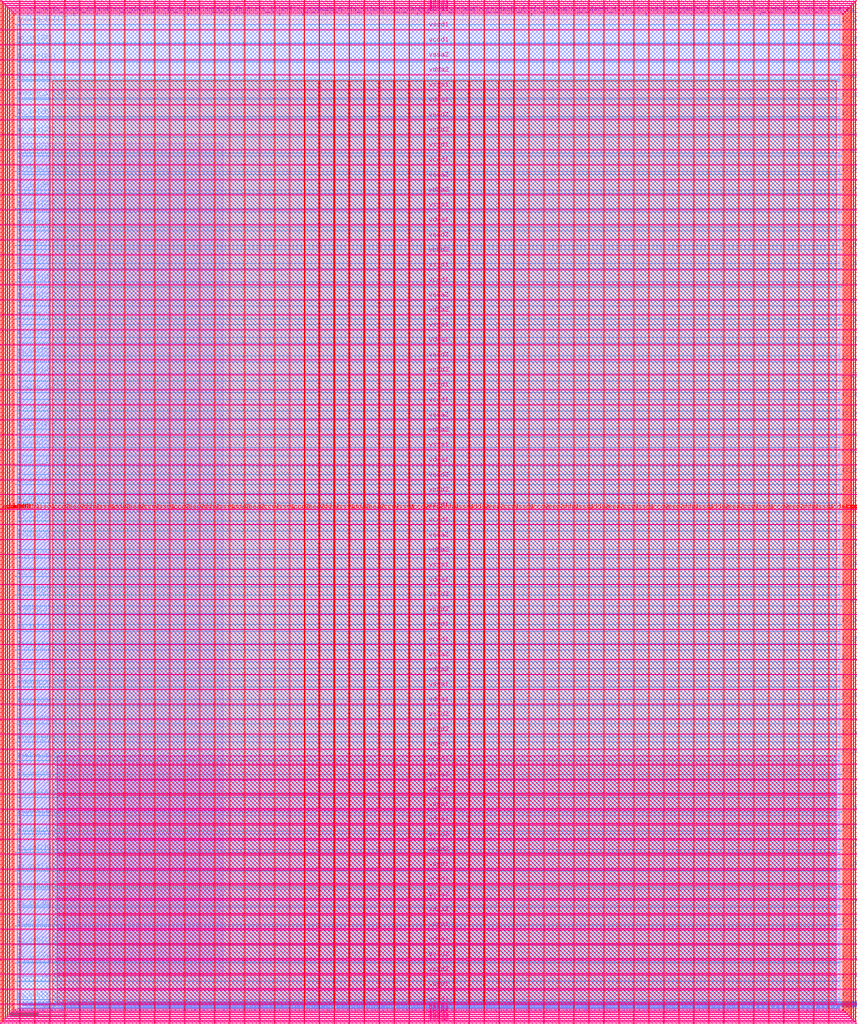
<source format=lef>
VERSION 5.7 ;
  NOWIREEXTENSIONATPIN ON ;
  DIVIDERCHAR "/" ;
  BUSBITCHARS "[]" ;
MACRO user_project_wrapper
  CLASS BLOCK ;
  FOREIGN user_project_wrapper ;
  ORIGIN 0.000 0.000 ;
  SIZE 2920.000 BY 3520.000 ;
  PIN analog_io[0]
    DIRECTION INOUT ;
    USE SIGNAL ;
    PORT
      LAYER met3 ;
        RECT 2917.600 1426.380 2924.800 1427.580 ;
    END
  END analog_io[0]
  PIN analog_io[10]
    DIRECTION INOUT ;
    USE SIGNAL ;
    PORT
      LAYER met2 ;
        RECT 2230.490 3517.600 2231.050 3524.800 ;
    END
  END analog_io[10]
  PIN analog_io[11]
    DIRECTION INOUT ;
    USE SIGNAL ;
    PORT
      LAYER met2 ;
        RECT 1905.730 3517.600 1906.290 3524.800 ;
    END
  END analog_io[11]
  PIN analog_io[12]
    DIRECTION INOUT ;
    USE SIGNAL ;
    PORT
      LAYER met2 ;
        RECT 1581.430 3517.600 1581.990 3524.800 ;
    END
  END analog_io[12]
  PIN analog_io[13]
    DIRECTION INOUT ;
    USE SIGNAL ;
    PORT
      LAYER met2 ;
        RECT 1257.130 3517.600 1257.690 3524.800 ;
    END
  END analog_io[13]
  PIN analog_io[14]
    DIRECTION INOUT ;
    USE SIGNAL ;
    PORT
      LAYER met2 ;
        RECT 932.370 3517.600 932.930 3524.800 ;
    END
  END analog_io[14]
  PIN analog_io[15]
    DIRECTION INOUT ;
    USE SIGNAL ;
    PORT
      LAYER met2 ;
        RECT 608.070 3517.600 608.630 3524.800 ;
    END
  END analog_io[15]
  PIN analog_io[16]
    DIRECTION INOUT ;
    USE SIGNAL ;
    PORT
      LAYER met2 ;
        RECT 283.770 3517.600 284.330 3524.800 ;
    END
  END analog_io[16]
  PIN analog_io[17]
    DIRECTION INOUT ;
    USE SIGNAL ;
    PORT
      LAYER met3 ;
        RECT -4.800 3486.100 2.400 3487.300 ;
    END
  END analog_io[17]
  PIN analog_io[18]
    DIRECTION INOUT ;
    USE SIGNAL ;
    PORT
      LAYER met3 ;
        RECT -4.800 3224.980 2.400 3226.180 ;
    END
  END analog_io[18]
  PIN analog_io[19]
    DIRECTION INOUT ;
    USE SIGNAL ;
    PORT
      LAYER met3 ;
        RECT -4.800 2964.540 2.400 2965.740 ;
    END
  END analog_io[19]
  PIN analog_io[1]
    DIRECTION INOUT ;
    USE SIGNAL ;
    PORT
      LAYER met3 ;
        RECT 2917.600 1692.260 2924.800 1693.460 ;
    END
  END analog_io[1]
  PIN analog_io[20]
    DIRECTION INOUT ;
    USE SIGNAL ;
    PORT
      LAYER met3 ;
        RECT -4.800 2703.420 2.400 2704.620 ;
    END
  END analog_io[20]
  PIN analog_io[21]
    DIRECTION INOUT ;
    USE SIGNAL ;
    PORT
      LAYER met3 ;
        RECT -4.800 2442.980 2.400 2444.180 ;
    END
  END analog_io[21]
  PIN analog_io[22]
    DIRECTION INOUT ;
    USE SIGNAL ;
    PORT
      LAYER met3 ;
        RECT -4.800 2182.540 2.400 2183.740 ;
    END
  END analog_io[22]
  PIN analog_io[23]
    DIRECTION INOUT ;
    USE SIGNAL ;
    PORT
      LAYER met3 ;
        RECT -4.800 1921.420 2.400 1922.620 ;
    END
  END analog_io[23]
  PIN analog_io[24]
    DIRECTION INOUT ;
    USE SIGNAL ;
    PORT
      LAYER met3 ;
        RECT -4.800 1660.980 2.400 1662.180 ;
    END
  END analog_io[24]
  PIN analog_io[25]
    DIRECTION INOUT ;
    USE SIGNAL ;
    PORT
      LAYER met3 ;
        RECT -4.800 1399.860 2.400 1401.060 ;
    END
  END analog_io[25]
  PIN analog_io[26]
    DIRECTION INOUT ;
    USE SIGNAL ;
    PORT
      LAYER met3 ;
        RECT -4.800 1139.420 2.400 1140.620 ;
    END
  END analog_io[26]
  PIN analog_io[27]
    DIRECTION INOUT ;
    USE SIGNAL ;
    PORT
      LAYER met3 ;
        RECT -4.800 878.980 2.400 880.180 ;
    END
  END analog_io[27]
  PIN analog_io[28]
    DIRECTION INOUT ;
    USE SIGNAL ;
    PORT
      LAYER met3 ;
        RECT -4.800 617.860 2.400 619.060 ;
    END
  END analog_io[28]
  PIN analog_io[2]
    DIRECTION INOUT ;
    USE SIGNAL ;
    PORT
      LAYER met3 ;
        RECT 2917.600 1958.140 2924.800 1959.340 ;
    END
  END analog_io[2]
  PIN analog_io[3]
    DIRECTION INOUT ;
    USE SIGNAL ;
    PORT
      LAYER met3 ;
        RECT 2917.600 2223.340 2924.800 2224.540 ;
    END
  END analog_io[3]
  PIN analog_io[4]
    DIRECTION INOUT ;
    USE SIGNAL ;
    PORT
      LAYER met3 ;
        RECT 2917.600 2489.220 2924.800 2490.420 ;
    END
  END analog_io[4]
  PIN analog_io[5]
    DIRECTION INOUT ;
    USE SIGNAL ;
    PORT
      LAYER met3 ;
        RECT 2917.600 2755.100 2924.800 2756.300 ;
    END
  END analog_io[5]
  PIN analog_io[6]
    DIRECTION INOUT ;
    USE SIGNAL ;
    PORT
      LAYER met3 ;
        RECT 2917.600 3020.300 2924.800 3021.500 ;
    END
  END analog_io[6]
  PIN analog_io[7]
    DIRECTION INOUT ;
    USE SIGNAL ;
    PORT
      LAYER met3 ;
        RECT 2917.600 3286.180 2924.800 3287.380 ;
    END
  END analog_io[7]
  PIN analog_io[8]
    DIRECTION INOUT ;
    USE SIGNAL ;
    PORT
      LAYER met2 ;
        RECT 2879.090 3517.600 2879.650 3524.800 ;
    END
  END analog_io[8]
  PIN analog_io[9]
    DIRECTION INOUT ;
    USE SIGNAL ;
    PORT
      LAYER met2 ;
        RECT 2554.790 3517.600 2555.350 3524.800 ;
    END
  END analog_io[9]
  PIN io_in[0]
    DIRECTION INPUT ;
    USE SIGNAL ;
    PORT
      LAYER met3 ;
        RECT 2917.600 32.380 2924.800 33.580 ;
    END
  END io_in[0]
  PIN io_in[10]
    DIRECTION INPUT ;
    USE SIGNAL ;
    PORT
      LAYER met3 ;
        RECT 2917.600 2289.980 2924.800 2291.180 ;
    END
  END io_in[10]
  PIN io_in[11]
    DIRECTION INPUT ;
    USE SIGNAL ;
    PORT
      LAYER met3 ;
        RECT 2917.600 2555.860 2924.800 2557.060 ;
    END
  END io_in[11]
  PIN io_in[12]
    DIRECTION INPUT ;
    USE SIGNAL ;
    PORT
      LAYER met3 ;
        RECT 2917.600 2821.060 2924.800 2822.260 ;
    END
  END io_in[12]
  PIN io_in[13]
    DIRECTION INPUT ;
    USE SIGNAL ;
    PORT
      LAYER met3 ;
        RECT 2917.600 3086.940 2924.800 3088.140 ;
    END
  END io_in[13]
  PIN io_in[14]
    DIRECTION INPUT ;
    USE SIGNAL ;
    PORT
      LAYER met3 ;
        RECT 2917.600 3352.820 2924.800 3354.020 ;
    END
  END io_in[14]
  PIN io_in[15]
    DIRECTION INPUT ;
    USE SIGNAL ;
    PORT
      LAYER met2 ;
        RECT 2798.130 3517.600 2798.690 3524.800 ;
    END
  END io_in[15]
  PIN io_in[16]
    DIRECTION INPUT ;
    USE SIGNAL ;
    PORT
      LAYER met2 ;
        RECT 2473.830 3517.600 2474.390 3524.800 ;
    END
  END io_in[16]
  PIN io_in[17]
    DIRECTION INPUT ;
    USE SIGNAL ;
    PORT
      LAYER met2 ;
        RECT 2149.070 3517.600 2149.630 3524.800 ;
    END
  END io_in[17]
  PIN io_in[18]
    DIRECTION INPUT ;
    USE SIGNAL ;
    PORT
      LAYER met2 ;
        RECT 1824.770 3517.600 1825.330 3524.800 ;
    END
  END io_in[18]
  PIN io_in[19]
    DIRECTION INPUT ;
    USE SIGNAL ;
    PORT
      LAYER met2 ;
        RECT 1500.470 3517.600 1501.030 3524.800 ;
    END
  END io_in[19]
  PIN io_in[1]
    DIRECTION INPUT ;
    USE SIGNAL ;
    PORT
      LAYER met3 ;
        RECT 2917.600 230.940 2924.800 232.140 ;
    END
  END io_in[1]
  PIN io_in[20]
    DIRECTION INPUT ;
    USE SIGNAL ;
    PORT
      LAYER met2 ;
        RECT 1175.710 3517.600 1176.270 3524.800 ;
    END
  END io_in[20]
  PIN io_in[21]
    DIRECTION INPUT ;
    USE SIGNAL ;
    PORT
      LAYER met2 ;
        RECT 851.410 3517.600 851.970 3524.800 ;
    END
  END io_in[21]
  PIN io_in[22]
    DIRECTION INPUT ;
    USE SIGNAL ;
    PORT
      LAYER met2 ;
        RECT 527.110 3517.600 527.670 3524.800 ;
    END
  END io_in[22]
  PIN io_in[23]
    DIRECTION INPUT ;
    USE SIGNAL ;
    PORT
      LAYER met2 ;
        RECT 202.350 3517.600 202.910 3524.800 ;
    END
  END io_in[23]
  PIN io_in[24]
    DIRECTION INPUT ;
    USE SIGNAL ;
    PORT
      LAYER met3 ;
        RECT -4.800 3420.820 2.400 3422.020 ;
    END
  END io_in[24]
  PIN io_in[25]
    DIRECTION INPUT ;
    USE SIGNAL ;
    PORT
      LAYER met3 ;
        RECT -4.800 3159.700 2.400 3160.900 ;
    END
  END io_in[25]
  PIN io_in[26]
    DIRECTION INPUT ;
    USE SIGNAL ;
    PORT
      LAYER met3 ;
        RECT -4.800 2899.260 2.400 2900.460 ;
    END
  END io_in[26]
  PIN io_in[27]
    DIRECTION INPUT ;
    USE SIGNAL ;
    PORT
      LAYER met3 ;
        RECT -4.800 2638.820 2.400 2640.020 ;
    END
  END io_in[27]
  PIN io_in[28]
    DIRECTION INPUT ;
    USE SIGNAL ;
    PORT
      LAYER met3 ;
        RECT -4.800 2377.700 2.400 2378.900 ;
    END
  END io_in[28]
  PIN io_in[29]
    DIRECTION INPUT ;
    USE SIGNAL ;
    PORT
      LAYER met3 ;
        RECT -4.800 2117.260 2.400 2118.460 ;
    END
  END io_in[29]
  PIN io_in[2]
    DIRECTION INPUT ;
    USE SIGNAL ;
    PORT
      LAYER met3 ;
        RECT 2917.600 430.180 2924.800 431.380 ;
    END
  END io_in[2]
  PIN io_in[30]
    DIRECTION INPUT ;
    USE SIGNAL ;
    PORT
      LAYER met3 ;
        RECT -4.800 1856.140 2.400 1857.340 ;
    END
  END io_in[30]
  PIN io_in[31]
    DIRECTION INPUT ;
    USE SIGNAL ;
    PORT
      LAYER met3 ;
        RECT -4.800 1595.700 2.400 1596.900 ;
    END
  END io_in[31]
  PIN io_in[32]
    DIRECTION INPUT ;
    USE SIGNAL ;
    PORT
      LAYER met3 ;
        RECT -4.800 1335.260 2.400 1336.460 ;
    END
  END io_in[32]
  PIN io_in[33]
    DIRECTION INPUT ;
    USE SIGNAL ;
    PORT
      LAYER met3 ;
        RECT -4.800 1074.140 2.400 1075.340 ;
    END
  END io_in[33]
  PIN io_in[34]
    DIRECTION INPUT ;
    USE SIGNAL ;
    PORT
      LAYER met3 ;
        RECT -4.800 813.700 2.400 814.900 ;
    END
  END io_in[34]
  PIN io_in[35]
    DIRECTION INPUT ;
    USE SIGNAL ;
    PORT
      LAYER met3 ;
        RECT -4.800 552.580 2.400 553.780 ;
    END
  END io_in[35]
  PIN io_in[36]
    DIRECTION INPUT ;
    USE SIGNAL ;
    PORT
      LAYER met3 ;
        RECT -4.800 357.420 2.400 358.620 ;
    END
  END io_in[36]
  PIN io_in[37]
    DIRECTION INPUT ;
    USE SIGNAL ;
    PORT
      LAYER met3 ;
        RECT -4.800 161.580 2.400 162.780 ;
    END
  END io_in[37]
  PIN io_in[3]
    DIRECTION INPUT ;
    USE SIGNAL ;
    PORT
      LAYER met3 ;
        RECT 2917.600 629.420 2924.800 630.620 ;
    END
  END io_in[3]
  PIN io_in[4]
    DIRECTION INPUT ;
    USE SIGNAL ;
    PORT
      LAYER met3 ;
        RECT 2917.600 828.660 2924.800 829.860 ;
    END
  END io_in[4]
  PIN io_in[5]
    DIRECTION INPUT ;
    USE SIGNAL ;
    PORT
      LAYER met3 ;
        RECT 2917.600 1027.900 2924.800 1029.100 ;
    END
  END io_in[5]
  PIN io_in[6]
    DIRECTION INPUT ;
    USE SIGNAL ;
    PORT
      LAYER met3 ;
        RECT 2917.600 1227.140 2924.800 1228.340 ;
    END
  END io_in[6]
  PIN io_in[7]
    DIRECTION INPUT ;
    USE SIGNAL ;
    PORT
      LAYER met3 ;
        RECT 2917.600 1493.020 2924.800 1494.220 ;
    END
  END io_in[7]
  PIN io_in[8]
    DIRECTION INPUT ;
    USE SIGNAL ;
    PORT
      LAYER met3 ;
        RECT 2917.600 1758.900 2924.800 1760.100 ;
    END
  END io_in[8]
  PIN io_in[9]
    DIRECTION INPUT ;
    USE SIGNAL ;
    PORT
      LAYER met3 ;
        RECT 2917.600 2024.100 2924.800 2025.300 ;
    END
  END io_in[9]
  PIN io_oeb[0]
    DIRECTION OUTPUT TRISTATE ;
    USE SIGNAL ;
    PORT
      LAYER met3 ;
        RECT 2917.600 164.980 2924.800 166.180 ;
    END
  END io_oeb[0]
  PIN io_oeb[10]
    DIRECTION OUTPUT TRISTATE ;
    USE SIGNAL ;
    PORT
      LAYER met3 ;
        RECT 2917.600 2422.580 2924.800 2423.780 ;
    END
  END io_oeb[10]
  PIN io_oeb[11]
    DIRECTION OUTPUT TRISTATE ;
    USE SIGNAL ;
    PORT
      LAYER met3 ;
        RECT 2917.600 2688.460 2924.800 2689.660 ;
    END
  END io_oeb[11]
  PIN io_oeb[12]
    DIRECTION OUTPUT TRISTATE ;
    USE SIGNAL ;
    PORT
      LAYER met3 ;
        RECT 2917.600 2954.340 2924.800 2955.540 ;
    END
  END io_oeb[12]
  PIN io_oeb[13]
    DIRECTION OUTPUT TRISTATE ;
    USE SIGNAL ;
    PORT
      LAYER met3 ;
        RECT 2917.600 3219.540 2924.800 3220.740 ;
    END
  END io_oeb[13]
  PIN io_oeb[14]
    DIRECTION OUTPUT TRISTATE ;
    USE SIGNAL ;
    PORT
      LAYER met3 ;
        RECT 2917.600 3485.420 2924.800 3486.620 ;
    END
  END io_oeb[14]
  PIN io_oeb[15]
    DIRECTION OUTPUT TRISTATE ;
    USE SIGNAL ;
    PORT
      LAYER met2 ;
        RECT 2635.750 3517.600 2636.310 3524.800 ;
    END
  END io_oeb[15]
  PIN io_oeb[16]
    DIRECTION OUTPUT TRISTATE ;
    USE SIGNAL ;
    PORT
      LAYER met2 ;
        RECT 2311.450 3517.600 2312.010 3524.800 ;
    END
  END io_oeb[16]
  PIN io_oeb[17]
    DIRECTION OUTPUT TRISTATE ;
    USE SIGNAL ;
    PORT
      LAYER met2 ;
        RECT 1987.150 3517.600 1987.710 3524.800 ;
    END
  END io_oeb[17]
  PIN io_oeb[18]
    DIRECTION OUTPUT TRISTATE ;
    USE SIGNAL ;
    PORT
      LAYER met2 ;
        RECT 1662.390 3517.600 1662.950 3524.800 ;
    END
  END io_oeb[18]
  PIN io_oeb[19]
    DIRECTION OUTPUT TRISTATE ;
    USE SIGNAL ;
    PORT
      LAYER met2 ;
        RECT 1338.090 3517.600 1338.650 3524.800 ;
    END
  END io_oeb[19]
  PIN io_oeb[1]
    DIRECTION OUTPUT TRISTATE ;
    USE SIGNAL ;
    PORT
      LAYER met3 ;
        RECT 2917.600 364.220 2924.800 365.420 ;
    END
  END io_oeb[1]
  PIN io_oeb[20]
    DIRECTION OUTPUT TRISTATE ;
    USE SIGNAL ;
    PORT
      LAYER met2 ;
        RECT 1013.790 3517.600 1014.350 3524.800 ;
    END
  END io_oeb[20]
  PIN io_oeb[21]
    DIRECTION OUTPUT TRISTATE ;
    USE SIGNAL ;
    PORT
      LAYER met2 ;
        RECT 689.030 3517.600 689.590 3524.800 ;
    END
  END io_oeb[21]
  PIN io_oeb[22]
    DIRECTION OUTPUT TRISTATE ;
    USE SIGNAL ;
    PORT
      LAYER met2 ;
        RECT 364.730 3517.600 365.290 3524.800 ;
    END
  END io_oeb[22]
  PIN io_oeb[23]
    DIRECTION OUTPUT TRISTATE ;
    USE SIGNAL ;
    PORT
      LAYER met2 ;
        RECT 40.430 3517.600 40.990 3524.800 ;
    END
  END io_oeb[23]
  PIN io_oeb[24]
    DIRECTION OUTPUT TRISTATE ;
    USE SIGNAL ;
    PORT
      LAYER met3 ;
        RECT -4.800 3290.260 2.400 3291.460 ;
    END
  END io_oeb[24]
  PIN io_oeb[25]
    DIRECTION OUTPUT TRISTATE ;
    USE SIGNAL ;
    PORT
      LAYER met3 ;
        RECT -4.800 3029.820 2.400 3031.020 ;
    END
  END io_oeb[25]
  PIN io_oeb[26]
    DIRECTION OUTPUT TRISTATE ;
    USE SIGNAL ;
    PORT
      LAYER met3 ;
        RECT -4.800 2768.700 2.400 2769.900 ;
    END
  END io_oeb[26]
  PIN io_oeb[27]
    DIRECTION OUTPUT TRISTATE ;
    USE SIGNAL ;
    PORT
      LAYER met3 ;
        RECT -4.800 2508.260 2.400 2509.460 ;
    END
  END io_oeb[27]
  PIN io_oeb[28]
    DIRECTION OUTPUT TRISTATE ;
    USE SIGNAL ;
    PORT
      LAYER met3 ;
        RECT -4.800 2247.140 2.400 2248.340 ;
    END
  END io_oeb[28]
  PIN io_oeb[29]
    DIRECTION OUTPUT TRISTATE ;
    USE SIGNAL ;
    PORT
      LAYER met3 ;
        RECT -4.800 1986.700 2.400 1987.900 ;
    END
  END io_oeb[29]
  PIN io_oeb[2]
    DIRECTION OUTPUT TRISTATE ;
    USE SIGNAL ;
    PORT
      LAYER met3 ;
        RECT 2917.600 563.460 2924.800 564.660 ;
    END
  END io_oeb[2]
  PIN io_oeb[30]
    DIRECTION OUTPUT TRISTATE ;
    USE SIGNAL ;
    PORT
      LAYER met3 ;
        RECT -4.800 1726.260 2.400 1727.460 ;
    END
  END io_oeb[30]
  PIN io_oeb[31]
    DIRECTION OUTPUT TRISTATE ;
    USE SIGNAL ;
    PORT
      LAYER met3 ;
        RECT -4.800 1465.140 2.400 1466.340 ;
    END
  END io_oeb[31]
  PIN io_oeb[32]
    DIRECTION OUTPUT TRISTATE ;
    USE SIGNAL ;
    PORT
      LAYER met3 ;
        RECT -4.800 1204.700 2.400 1205.900 ;
    END
  END io_oeb[32]
  PIN io_oeb[33]
    DIRECTION OUTPUT TRISTATE ;
    USE SIGNAL ;
    PORT
      LAYER met3 ;
        RECT -4.800 943.580 2.400 944.780 ;
    END
  END io_oeb[33]
  PIN io_oeb[34]
    DIRECTION OUTPUT TRISTATE ;
    USE SIGNAL ;
    PORT
      LAYER met3 ;
        RECT -4.800 683.140 2.400 684.340 ;
    END
  END io_oeb[34]
  PIN io_oeb[35]
    DIRECTION OUTPUT TRISTATE ;
    USE SIGNAL ;
    PORT
      LAYER met3 ;
        RECT -4.800 422.700 2.400 423.900 ;
    END
  END io_oeb[35]
  PIN io_oeb[36]
    DIRECTION OUTPUT TRISTATE ;
    USE SIGNAL ;
    PORT
      LAYER met3 ;
        RECT -4.800 226.860 2.400 228.060 ;
    END
  END io_oeb[36]
  PIN io_oeb[37]
    DIRECTION OUTPUT TRISTATE ;
    USE SIGNAL ;
    PORT
      LAYER met3 ;
        RECT -4.800 31.700 2.400 32.900 ;
    END
  END io_oeb[37]
  PIN io_oeb[3]
    DIRECTION OUTPUT TRISTATE ;
    USE SIGNAL ;
    PORT
      LAYER met3 ;
        RECT 2917.600 762.700 2924.800 763.900 ;
    END
  END io_oeb[3]
  PIN io_oeb[4]
    DIRECTION OUTPUT TRISTATE ;
    USE SIGNAL ;
    PORT
      LAYER met3 ;
        RECT 2917.600 961.940 2924.800 963.140 ;
    END
  END io_oeb[4]
  PIN io_oeb[5]
    DIRECTION OUTPUT TRISTATE ;
    USE SIGNAL ;
    PORT
      LAYER met3 ;
        RECT 2917.600 1161.180 2924.800 1162.380 ;
    END
  END io_oeb[5]
  PIN io_oeb[6]
    DIRECTION OUTPUT TRISTATE ;
    USE SIGNAL ;
    PORT
      LAYER met3 ;
        RECT 2917.600 1360.420 2924.800 1361.620 ;
    END
  END io_oeb[6]
  PIN io_oeb[7]
    DIRECTION OUTPUT TRISTATE ;
    USE SIGNAL ;
    PORT
      LAYER met3 ;
        RECT 2917.600 1625.620 2924.800 1626.820 ;
    END
  END io_oeb[7]
  PIN io_oeb[8]
    DIRECTION OUTPUT TRISTATE ;
    USE SIGNAL ;
    PORT
      LAYER met3 ;
        RECT 2917.600 1891.500 2924.800 1892.700 ;
    END
  END io_oeb[8]
  PIN io_oeb[9]
    DIRECTION OUTPUT TRISTATE ;
    USE SIGNAL ;
    PORT
      LAYER met3 ;
        RECT 2917.600 2157.380 2924.800 2158.580 ;
    END
  END io_oeb[9]
  PIN io_out[0]
    DIRECTION OUTPUT TRISTATE ;
    USE SIGNAL ;
    PORT
      LAYER met3 ;
        RECT 2917.600 98.340 2924.800 99.540 ;
    END
  END io_out[0]
  PIN io_out[10]
    DIRECTION OUTPUT TRISTATE ;
    USE SIGNAL ;
    PORT
      LAYER met3 ;
        RECT 2917.600 2356.620 2924.800 2357.820 ;
    END
  END io_out[10]
  PIN io_out[11]
    DIRECTION OUTPUT TRISTATE ;
    USE SIGNAL ;
    PORT
      LAYER met3 ;
        RECT 2917.600 2621.820 2924.800 2623.020 ;
    END
  END io_out[11]
  PIN io_out[12]
    DIRECTION OUTPUT TRISTATE ;
    USE SIGNAL ;
    PORT
      LAYER met3 ;
        RECT 2917.600 2887.700 2924.800 2888.900 ;
    END
  END io_out[12]
  PIN io_out[13]
    DIRECTION OUTPUT TRISTATE ;
    USE SIGNAL ;
    PORT
      LAYER met3 ;
        RECT 2917.600 3153.580 2924.800 3154.780 ;
    END
  END io_out[13]
  PIN io_out[14]
    DIRECTION OUTPUT TRISTATE ;
    USE SIGNAL ;
    PORT
      LAYER met3 ;
        RECT 2917.600 3418.780 2924.800 3419.980 ;
    END
  END io_out[14]
  PIN io_out[15]
    DIRECTION OUTPUT TRISTATE ;
    USE SIGNAL ;
    PORT
      LAYER met2 ;
        RECT 2717.170 3517.600 2717.730 3524.800 ;
    END
  END io_out[15]
  PIN io_out[16]
    DIRECTION OUTPUT TRISTATE ;
    USE SIGNAL ;
    PORT
      LAYER met2 ;
        RECT 2392.410 3517.600 2392.970 3524.800 ;
    END
  END io_out[16]
  PIN io_out[17]
    DIRECTION OUTPUT TRISTATE ;
    USE SIGNAL ;
    PORT
      LAYER met2 ;
        RECT 2068.110 3517.600 2068.670 3524.800 ;
    END
  END io_out[17]
  PIN io_out[18]
    DIRECTION OUTPUT TRISTATE ;
    USE SIGNAL ;
    PORT
      LAYER met2 ;
        RECT 1743.810 3517.600 1744.370 3524.800 ;
    END
  END io_out[18]
  PIN io_out[19]
    DIRECTION OUTPUT TRISTATE ;
    USE SIGNAL ;
    PORT
      LAYER met2 ;
        RECT 1419.050 3517.600 1419.610 3524.800 ;
    END
  END io_out[19]
  PIN io_out[1]
    DIRECTION OUTPUT TRISTATE ;
    USE SIGNAL ;
    PORT
      LAYER met3 ;
        RECT 2917.600 297.580 2924.800 298.780 ;
    END
  END io_out[1]
  PIN io_out[20]
    DIRECTION OUTPUT TRISTATE ;
    USE SIGNAL ;
    PORT
      LAYER met2 ;
        RECT 1094.750 3517.600 1095.310 3524.800 ;
    END
  END io_out[20]
  PIN io_out[21]
    DIRECTION OUTPUT TRISTATE ;
    USE SIGNAL ;
    PORT
      LAYER met2 ;
        RECT 770.450 3517.600 771.010 3524.800 ;
    END
  END io_out[21]
  PIN io_out[22]
    DIRECTION OUTPUT TRISTATE ;
    USE SIGNAL ;
    PORT
      LAYER met2 ;
        RECT 445.690 3517.600 446.250 3524.800 ;
    END
  END io_out[22]
  PIN io_out[23]
    DIRECTION OUTPUT TRISTATE ;
    USE SIGNAL ;
    PORT
      LAYER met2 ;
        RECT 121.390 3517.600 121.950 3524.800 ;
    END
  END io_out[23]
  PIN io_out[24]
    DIRECTION OUTPUT TRISTATE ;
    USE SIGNAL ;
    PORT
      LAYER met3 ;
        RECT -4.800 3355.540 2.400 3356.740 ;
    END
  END io_out[24]
  PIN io_out[25]
    DIRECTION OUTPUT TRISTATE ;
    USE SIGNAL ;
    PORT
      LAYER met3 ;
        RECT -4.800 3095.100 2.400 3096.300 ;
    END
  END io_out[25]
  PIN io_out[26]
    DIRECTION OUTPUT TRISTATE ;
    USE SIGNAL ;
    PORT
      LAYER met3 ;
        RECT -4.800 2833.980 2.400 2835.180 ;
    END
  END io_out[26]
  PIN io_out[27]
    DIRECTION OUTPUT TRISTATE ;
    USE SIGNAL ;
    PORT
      LAYER met3 ;
        RECT -4.800 2573.540 2.400 2574.740 ;
    END
  END io_out[27]
  PIN io_out[28]
    DIRECTION OUTPUT TRISTATE ;
    USE SIGNAL ;
    PORT
      LAYER met3 ;
        RECT -4.800 2312.420 2.400 2313.620 ;
    END
  END io_out[28]
  PIN io_out[29]
    DIRECTION OUTPUT TRISTATE ;
    USE SIGNAL ;
    PORT
      LAYER met3 ;
        RECT -4.800 2051.980 2.400 2053.180 ;
    END
  END io_out[29]
  PIN io_out[2]
    DIRECTION OUTPUT TRISTATE ;
    USE SIGNAL ;
    PORT
      LAYER met3 ;
        RECT 2917.600 496.820 2924.800 498.020 ;
    END
  END io_out[2]
  PIN io_out[30]
    DIRECTION OUTPUT TRISTATE ;
    USE SIGNAL ;
    PORT
      LAYER met3 ;
        RECT -4.800 1791.540 2.400 1792.740 ;
    END
  END io_out[30]
  PIN io_out[31]
    DIRECTION OUTPUT TRISTATE ;
    USE SIGNAL ;
    PORT
      LAYER met3 ;
        RECT -4.800 1530.420 2.400 1531.620 ;
    END
  END io_out[31]
  PIN io_out[32]
    DIRECTION OUTPUT TRISTATE ;
    USE SIGNAL ;
    PORT
      LAYER met3 ;
        RECT -4.800 1269.980 2.400 1271.180 ;
    END
  END io_out[32]
  PIN io_out[33]
    DIRECTION OUTPUT TRISTATE ;
    USE SIGNAL ;
    PORT
      LAYER met3 ;
        RECT -4.800 1008.860 2.400 1010.060 ;
    END
  END io_out[33]
  PIN io_out[34]
    DIRECTION OUTPUT TRISTATE ;
    USE SIGNAL ;
    PORT
      LAYER met3 ;
        RECT -4.800 748.420 2.400 749.620 ;
    END
  END io_out[34]
  PIN io_out[35]
    DIRECTION OUTPUT TRISTATE ;
    USE SIGNAL ;
    PORT
      LAYER met3 ;
        RECT -4.800 487.300 2.400 488.500 ;
    END
  END io_out[35]
  PIN io_out[36]
    DIRECTION OUTPUT TRISTATE ;
    USE SIGNAL ;
    PORT
      LAYER met3 ;
        RECT -4.800 292.140 2.400 293.340 ;
    END
  END io_out[36]
  PIN io_out[37]
    DIRECTION OUTPUT TRISTATE ;
    USE SIGNAL ;
    PORT
      LAYER met3 ;
        RECT -4.800 96.300 2.400 97.500 ;
    END
  END io_out[37]
  PIN io_out[3]
    DIRECTION OUTPUT TRISTATE ;
    USE SIGNAL ;
    PORT
      LAYER met3 ;
        RECT 2917.600 696.060 2924.800 697.260 ;
    END
  END io_out[3]
  PIN io_out[4]
    DIRECTION OUTPUT TRISTATE ;
    USE SIGNAL ;
    PORT
      LAYER met3 ;
        RECT 2917.600 895.300 2924.800 896.500 ;
    END
  END io_out[4]
  PIN io_out[5]
    DIRECTION OUTPUT TRISTATE ;
    USE SIGNAL ;
    PORT
      LAYER met3 ;
        RECT 2917.600 1094.540 2924.800 1095.740 ;
    END
  END io_out[5]
  PIN io_out[6]
    DIRECTION OUTPUT TRISTATE ;
    USE SIGNAL ;
    PORT
      LAYER met3 ;
        RECT 2917.600 1293.780 2924.800 1294.980 ;
    END
  END io_out[6]
  PIN io_out[7]
    DIRECTION OUTPUT TRISTATE ;
    USE SIGNAL ;
    PORT
      LAYER met3 ;
        RECT 2917.600 1559.660 2924.800 1560.860 ;
    END
  END io_out[7]
  PIN io_out[8]
    DIRECTION OUTPUT TRISTATE ;
    USE SIGNAL ;
    PORT
      LAYER met3 ;
        RECT 2917.600 1824.860 2924.800 1826.060 ;
    END
  END io_out[8]
  PIN io_out[9]
    DIRECTION OUTPUT TRISTATE ;
    USE SIGNAL ;
    PORT
      LAYER met3 ;
        RECT 2917.600 2090.740 2924.800 2091.940 ;
    END
  END io_out[9]
  PIN la_data_in[0]
    DIRECTION INPUT ;
    USE SIGNAL ;
    PORT
      LAYER met2 ;
        RECT 629.230 -4.800 629.790 2.400 ;
    END
  END la_data_in[0]
  PIN la_data_in[100]
    DIRECTION INPUT ;
    USE SIGNAL ;
    PORT
      LAYER met2 ;
        RECT 2402.530 -4.800 2403.090 2.400 ;
    END
  END la_data_in[100]
  PIN la_data_in[101]
    DIRECTION INPUT ;
    USE SIGNAL ;
    PORT
      LAYER met2 ;
        RECT 2420.010 -4.800 2420.570 2.400 ;
    END
  END la_data_in[101]
  PIN la_data_in[102]
    DIRECTION INPUT ;
    USE SIGNAL ;
    PORT
      LAYER met2 ;
        RECT 2437.950 -4.800 2438.510 2.400 ;
    END
  END la_data_in[102]
  PIN la_data_in[103]
    DIRECTION INPUT ;
    USE SIGNAL ;
    PORT
      LAYER met2 ;
        RECT 2455.430 -4.800 2455.990 2.400 ;
    END
  END la_data_in[103]
  PIN la_data_in[104]
    DIRECTION INPUT ;
    USE SIGNAL ;
    PORT
      LAYER met2 ;
        RECT 2473.370 -4.800 2473.930 2.400 ;
    END
  END la_data_in[104]
  PIN la_data_in[105]
    DIRECTION INPUT ;
    USE SIGNAL ;
    PORT
      LAYER met2 ;
        RECT 2490.850 -4.800 2491.410 2.400 ;
    END
  END la_data_in[105]
  PIN la_data_in[106]
    DIRECTION INPUT ;
    USE SIGNAL ;
    PORT
      LAYER met2 ;
        RECT 2508.790 -4.800 2509.350 2.400 ;
    END
  END la_data_in[106]
  PIN la_data_in[107]
    DIRECTION INPUT ;
    USE SIGNAL ;
    PORT
      LAYER met2 ;
        RECT 2526.730 -4.800 2527.290 2.400 ;
    END
  END la_data_in[107]
  PIN la_data_in[108]
    DIRECTION INPUT ;
    USE SIGNAL ;
    PORT
      LAYER met2 ;
        RECT 2544.210 -4.800 2544.770 2.400 ;
    END
  END la_data_in[108]
  PIN la_data_in[109]
    DIRECTION INPUT ;
    USE SIGNAL ;
    PORT
      LAYER met2 ;
        RECT 2562.150 -4.800 2562.710 2.400 ;
    END
  END la_data_in[109]
  PIN la_data_in[10]
    DIRECTION INPUT ;
    USE SIGNAL ;
    PORT
      LAYER met2 ;
        RECT 806.330 -4.800 806.890 2.400 ;
    END
  END la_data_in[10]
  PIN la_data_in[110]
    DIRECTION INPUT ;
    USE SIGNAL ;
    PORT
      LAYER met2 ;
        RECT 2579.630 -4.800 2580.190 2.400 ;
    END
  END la_data_in[110]
  PIN la_data_in[111]
    DIRECTION INPUT ;
    USE SIGNAL ;
    PORT
      LAYER met2 ;
        RECT 2597.570 -4.800 2598.130 2.400 ;
    END
  END la_data_in[111]
  PIN la_data_in[112]
    DIRECTION INPUT ;
    USE SIGNAL ;
    PORT
      LAYER met2 ;
        RECT 2615.050 -4.800 2615.610 2.400 ;
    END
  END la_data_in[112]
  PIN la_data_in[113]
    DIRECTION INPUT ;
    USE SIGNAL ;
    PORT
      LAYER met2 ;
        RECT 2632.990 -4.800 2633.550 2.400 ;
    END
  END la_data_in[113]
  PIN la_data_in[114]
    DIRECTION INPUT ;
    USE SIGNAL ;
    PORT
      LAYER met2 ;
        RECT 2650.470 -4.800 2651.030 2.400 ;
    END
  END la_data_in[114]
  PIN la_data_in[115]
    DIRECTION INPUT ;
    USE SIGNAL ;
    PORT
      LAYER met2 ;
        RECT 2668.410 -4.800 2668.970 2.400 ;
    END
  END la_data_in[115]
  PIN la_data_in[116]
    DIRECTION INPUT ;
    USE SIGNAL ;
    PORT
      LAYER met2 ;
        RECT 2685.890 -4.800 2686.450 2.400 ;
    END
  END la_data_in[116]
  PIN la_data_in[117]
    DIRECTION INPUT ;
    USE SIGNAL ;
    PORT
      LAYER met2 ;
        RECT 2703.830 -4.800 2704.390 2.400 ;
    END
  END la_data_in[117]
  PIN la_data_in[118]
    DIRECTION INPUT ;
    USE SIGNAL ;
    PORT
      LAYER met2 ;
        RECT 2721.770 -4.800 2722.330 2.400 ;
    END
  END la_data_in[118]
  PIN la_data_in[119]
    DIRECTION INPUT ;
    USE SIGNAL ;
    PORT
      LAYER met2 ;
        RECT 2739.250 -4.800 2739.810 2.400 ;
    END
  END la_data_in[119]
  PIN la_data_in[11]
    DIRECTION INPUT ;
    USE SIGNAL ;
    PORT
      LAYER met2 ;
        RECT 824.270 -4.800 824.830 2.400 ;
    END
  END la_data_in[11]
  PIN la_data_in[120]
    DIRECTION INPUT ;
    USE SIGNAL ;
    PORT
      LAYER met2 ;
        RECT 2757.190 -4.800 2757.750 2.400 ;
    END
  END la_data_in[120]
  PIN la_data_in[121]
    DIRECTION INPUT ;
    USE SIGNAL ;
    PORT
      LAYER met2 ;
        RECT 2774.670 -4.800 2775.230 2.400 ;
    END
  END la_data_in[121]
  PIN la_data_in[122]
    DIRECTION INPUT ;
    USE SIGNAL ;
    PORT
      LAYER met2 ;
        RECT 2792.610 -4.800 2793.170 2.400 ;
    END
  END la_data_in[122]
  PIN la_data_in[123]
    DIRECTION INPUT ;
    USE SIGNAL ;
    PORT
      LAYER met2 ;
        RECT 2810.090 -4.800 2810.650 2.400 ;
    END
  END la_data_in[123]
  PIN la_data_in[124]
    DIRECTION INPUT ;
    USE SIGNAL ;
    PORT
      LAYER met2 ;
        RECT 2828.030 -4.800 2828.590 2.400 ;
    END
  END la_data_in[124]
  PIN la_data_in[125]
    DIRECTION INPUT ;
    USE SIGNAL ;
    PORT
      LAYER met2 ;
        RECT 2845.510 -4.800 2846.070 2.400 ;
    END
  END la_data_in[125]
  PIN la_data_in[126]
    DIRECTION INPUT ;
    USE SIGNAL ;
    PORT
      LAYER met2 ;
        RECT 2863.450 -4.800 2864.010 2.400 ;
    END
  END la_data_in[126]
  PIN la_data_in[127]
    DIRECTION INPUT ;
    USE SIGNAL ;
    PORT
      LAYER met2 ;
        RECT 2881.390 -4.800 2881.950 2.400 ;
    END
  END la_data_in[127]
  PIN la_data_in[12]
    DIRECTION INPUT ;
    USE SIGNAL ;
    PORT
      LAYER met2 ;
        RECT 841.750 -4.800 842.310 2.400 ;
    END
  END la_data_in[12]
  PIN la_data_in[13]
    DIRECTION INPUT ;
    USE SIGNAL ;
    PORT
      LAYER met2 ;
        RECT 859.690 -4.800 860.250 2.400 ;
    END
  END la_data_in[13]
  PIN la_data_in[14]
    DIRECTION INPUT ;
    USE SIGNAL ;
    PORT
      LAYER met2 ;
        RECT 877.170 -4.800 877.730 2.400 ;
    END
  END la_data_in[14]
  PIN la_data_in[15]
    DIRECTION INPUT ;
    USE SIGNAL ;
    PORT
      LAYER met2 ;
        RECT 895.110 -4.800 895.670 2.400 ;
    END
  END la_data_in[15]
  PIN la_data_in[16]
    DIRECTION INPUT ;
    USE SIGNAL ;
    PORT
      LAYER met2 ;
        RECT 912.590 -4.800 913.150 2.400 ;
    END
  END la_data_in[16]
  PIN la_data_in[17]
    DIRECTION INPUT ;
    USE SIGNAL ;
    PORT
      LAYER met2 ;
        RECT 930.530 -4.800 931.090 2.400 ;
    END
  END la_data_in[17]
  PIN la_data_in[18]
    DIRECTION INPUT ;
    USE SIGNAL ;
    PORT
      LAYER met2 ;
        RECT 948.470 -4.800 949.030 2.400 ;
    END
  END la_data_in[18]
  PIN la_data_in[19]
    DIRECTION INPUT ;
    USE SIGNAL ;
    PORT
      LAYER met2 ;
        RECT 965.950 -4.800 966.510 2.400 ;
    END
  END la_data_in[19]
  PIN la_data_in[1]
    DIRECTION INPUT ;
    USE SIGNAL ;
    PORT
      LAYER met2 ;
        RECT 646.710 -4.800 647.270 2.400 ;
    END
  END la_data_in[1]
  PIN la_data_in[20]
    DIRECTION INPUT ;
    USE SIGNAL ;
    PORT
      LAYER met2 ;
        RECT 983.890 -4.800 984.450 2.400 ;
    END
  END la_data_in[20]
  PIN la_data_in[21]
    DIRECTION INPUT ;
    USE SIGNAL ;
    PORT
      LAYER met2 ;
        RECT 1001.370 -4.800 1001.930 2.400 ;
    END
  END la_data_in[21]
  PIN la_data_in[22]
    DIRECTION INPUT ;
    USE SIGNAL ;
    PORT
      LAYER met2 ;
        RECT 1019.310 -4.800 1019.870 2.400 ;
    END
  END la_data_in[22]
  PIN la_data_in[23]
    DIRECTION INPUT ;
    USE SIGNAL ;
    PORT
      LAYER met2 ;
        RECT 1036.790 -4.800 1037.350 2.400 ;
    END
  END la_data_in[23]
  PIN la_data_in[24]
    DIRECTION INPUT ;
    USE SIGNAL ;
    PORT
      LAYER met2 ;
        RECT 1054.730 -4.800 1055.290 2.400 ;
    END
  END la_data_in[24]
  PIN la_data_in[25]
    DIRECTION INPUT ;
    USE SIGNAL ;
    PORT
      LAYER met2 ;
        RECT 1072.210 -4.800 1072.770 2.400 ;
    END
  END la_data_in[25]
  PIN la_data_in[26]
    DIRECTION INPUT ;
    USE SIGNAL ;
    PORT
      LAYER met2 ;
        RECT 1090.150 -4.800 1090.710 2.400 ;
    END
  END la_data_in[26]
  PIN la_data_in[27]
    DIRECTION INPUT ;
    USE SIGNAL ;
    PORT
      LAYER met2 ;
        RECT 1107.630 -4.800 1108.190 2.400 ;
    END
  END la_data_in[27]
  PIN la_data_in[28]
    DIRECTION INPUT ;
    USE SIGNAL ;
    PORT
      LAYER met2 ;
        RECT 1125.570 -4.800 1126.130 2.400 ;
    END
  END la_data_in[28]
  PIN la_data_in[29]
    DIRECTION INPUT ;
    USE SIGNAL ;
    PORT
      LAYER met2 ;
        RECT 1143.510 -4.800 1144.070 2.400 ;
    END
  END la_data_in[29]
  PIN la_data_in[2]
    DIRECTION INPUT ;
    USE SIGNAL ;
    PORT
      LAYER met2 ;
        RECT 664.650 -4.800 665.210 2.400 ;
    END
  END la_data_in[2]
  PIN la_data_in[30]
    DIRECTION INPUT ;
    USE SIGNAL ;
    PORT
      LAYER met2 ;
        RECT 1160.990 -4.800 1161.550 2.400 ;
    END
  END la_data_in[30]
  PIN la_data_in[31]
    DIRECTION INPUT ;
    USE SIGNAL ;
    PORT
      LAYER met2 ;
        RECT 1178.930 -4.800 1179.490 2.400 ;
    END
  END la_data_in[31]
  PIN la_data_in[32]
    DIRECTION INPUT ;
    USE SIGNAL ;
    PORT
      LAYER met2 ;
        RECT 1196.410 -4.800 1196.970 2.400 ;
    END
  END la_data_in[32]
  PIN la_data_in[33]
    DIRECTION INPUT ;
    USE SIGNAL ;
    PORT
      LAYER met2 ;
        RECT 1214.350 -4.800 1214.910 2.400 ;
    END
  END la_data_in[33]
  PIN la_data_in[34]
    DIRECTION INPUT ;
    USE SIGNAL ;
    PORT
      LAYER met2 ;
        RECT 1231.830 -4.800 1232.390 2.400 ;
    END
  END la_data_in[34]
  PIN la_data_in[35]
    DIRECTION INPUT ;
    USE SIGNAL ;
    PORT
      LAYER met2 ;
        RECT 1249.770 -4.800 1250.330 2.400 ;
    END
  END la_data_in[35]
  PIN la_data_in[36]
    DIRECTION INPUT ;
    USE SIGNAL ;
    PORT
      LAYER met2 ;
        RECT 1267.250 -4.800 1267.810 2.400 ;
    END
  END la_data_in[36]
  PIN la_data_in[37]
    DIRECTION INPUT ;
    USE SIGNAL ;
    PORT
      LAYER met2 ;
        RECT 1285.190 -4.800 1285.750 2.400 ;
    END
  END la_data_in[37]
  PIN la_data_in[38]
    DIRECTION INPUT ;
    USE SIGNAL ;
    PORT
      LAYER met2 ;
        RECT 1303.130 -4.800 1303.690 2.400 ;
    END
  END la_data_in[38]
  PIN la_data_in[39]
    DIRECTION INPUT ;
    USE SIGNAL ;
    PORT
      LAYER met2 ;
        RECT 1320.610 -4.800 1321.170 2.400 ;
    END
  END la_data_in[39]
  PIN la_data_in[3]
    DIRECTION INPUT ;
    USE SIGNAL ;
    PORT
      LAYER met2 ;
        RECT 682.130 -4.800 682.690 2.400 ;
    END
  END la_data_in[3]
  PIN la_data_in[40]
    DIRECTION INPUT ;
    USE SIGNAL ;
    PORT
      LAYER met2 ;
        RECT 1338.550 -4.800 1339.110 2.400 ;
    END
  END la_data_in[40]
  PIN la_data_in[41]
    DIRECTION INPUT ;
    USE SIGNAL ;
    PORT
      LAYER met2 ;
        RECT 1356.030 -4.800 1356.590 2.400 ;
    END
  END la_data_in[41]
  PIN la_data_in[42]
    DIRECTION INPUT ;
    USE SIGNAL ;
    PORT
      LAYER met2 ;
        RECT 1373.970 -4.800 1374.530 2.400 ;
    END
  END la_data_in[42]
  PIN la_data_in[43]
    DIRECTION INPUT ;
    USE SIGNAL ;
    PORT
      LAYER met2 ;
        RECT 1391.450 -4.800 1392.010 2.400 ;
    END
  END la_data_in[43]
  PIN la_data_in[44]
    DIRECTION INPUT ;
    USE SIGNAL ;
    PORT
      LAYER met2 ;
        RECT 1409.390 -4.800 1409.950 2.400 ;
    END
  END la_data_in[44]
  PIN la_data_in[45]
    DIRECTION INPUT ;
    USE SIGNAL ;
    PORT
      LAYER met2 ;
        RECT 1426.870 -4.800 1427.430 2.400 ;
    END
  END la_data_in[45]
  PIN la_data_in[46]
    DIRECTION INPUT ;
    USE SIGNAL ;
    PORT
      LAYER met2 ;
        RECT 1444.810 -4.800 1445.370 2.400 ;
    END
  END la_data_in[46]
  PIN la_data_in[47]
    DIRECTION INPUT ;
    USE SIGNAL ;
    PORT
      LAYER met2 ;
        RECT 1462.750 -4.800 1463.310 2.400 ;
    END
  END la_data_in[47]
  PIN la_data_in[48]
    DIRECTION INPUT ;
    USE SIGNAL ;
    PORT
      LAYER met2 ;
        RECT 1480.230 -4.800 1480.790 2.400 ;
    END
  END la_data_in[48]
  PIN la_data_in[49]
    DIRECTION INPUT ;
    USE SIGNAL ;
    PORT
      LAYER met2 ;
        RECT 1498.170 -4.800 1498.730 2.400 ;
    END
  END la_data_in[49]
  PIN la_data_in[4]
    DIRECTION INPUT ;
    USE SIGNAL ;
    PORT
      LAYER met2 ;
        RECT 700.070 -4.800 700.630 2.400 ;
    END
  END la_data_in[4]
  PIN la_data_in[50]
    DIRECTION INPUT ;
    USE SIGNAL ;
    PORT
      LAYER met2 ;
        RECT 1515.650 -4.800 1516.210 2.400 ;
    END
  END la_data_in[50]
  PIN la_data_in[51]
    DIRECTION INPUT ;
    USE SIGNAL ;
    PORT
      LAYER met2 ;
        RECT 1533.590 -4.800 1534.150 2.400 ;
    END
  END la_data_in[51]
  PIN la_data_in[52]
    DIRECTION INPUT ;
    USE SIGNAL ;
    PORT
      LAYER met2 ;
        RECT 1551.070 -4.800 1551.630 2.400 ;
    END
  END la_data_in[52]
  PIN la_data_in[53]
    DIRECTION INPUT ;
    USE SIGNAL ;
    PORT
      LAYER met2 ;
        RECT 1569.010 -4.800 1569.570 2.400 ;
    END
  END la_data_in[53]
  PIN la_data_in[54]
    DIRECTION INPUT ;
    USE SIGNAL ;
    PORT
      LAYER met2 ;
        RECT 1586.490 -4.800 1587.050 2.400 ;
    END
  END la_data_in[54]
  PIN la_data_in[55]
    DIRECTION INPUT ;
    USE SIGNAL ;
    PORT
      LAYER met2 ;
        RECT 1604.430 -4.800 1604.990 2.400 ;
    END
  END la_data_in[55]
  PIN la_data_in[56]
    DIRECTION INPUT ;
    USE SIGNAL ;
    PORT
      LAYER met2 ;
        RECT 1621.910 -4.800 1622.470 2.400 ;
    END
  END la_data_in[56]
  PIN la_data_in[57]
    DIRECTION INPUT ;
    USE SIGNAL ;
    PORT
      LAYER met2 ;
        RECT 1639.850 -4.800 1640.410 2.400 ;
    END
  END la_data_in[57]
  PIN la_data_in[58]
    DIRECTION INPUT ;
    USE SIGNAL ;
    PORT
      LAYER met2 ;
        RECT 1657.790 -4.800 1658.350 2.400 ;
    END
  END la_data_in[58]
  PIN la_data_in[59]
    DIRECTION INPUT ;
    USE SIGNAL ;
    PORT
      LAYER met2 ;
        RECT 1675.270 -4.800 1675.830 2.400 ;
    END
  END la_data_in[59]
  PIN la_data_in[5]
    DIRECTION INPUT ;
    USE SIGNAL ;
    PORT
      LAYER met2 ;
        RECT 717.550 -4.800 718.110 2.400 ;
    END
  END la_data_in[5]
  PIN la_data_in[60]
    DIRECTION INPUT ;
    USE SIGNAL ;
    PORT
      LAYER met2 ;
        RECT 1693.210 -4.800 1693.770 2.400 ;
    END
  END la_data_in[60]
  PIN la_data_in[61]
    DIRECTION INPUT ;
    USE SIGNAL ;
    PORT
      LAYER met2 ;
        RECT 1710.690 -4.800 1711.250 2.400 ;
    END
  END la_data_in[61]
  PIN la_data_in[62]
    DIRECTION INPUT ;
    USE SIGNAL ;
    PORT
      LAYER met2 ;
        RECT 1728.630 -4.800 1729.190 2.400 ;
    END
  END la_data_in[62]
  PIN la_data_in[63]
    DIRECTION INPUT ;
    USE SIGNAL ;
    PORT
      LAYER met2 ;
        RECT 1746.110 -4.800 1746.670 2.400 ;
    END
  END la_data_in[63]
  PIN la_data_in[64]
    DIRECTION INPUT ;
    USE SIGNAL ;
    PORT
      LAYER met2 ;
        RECT 1764.050 -4.800 1764.610 2.400 ;
    END
  END la_data_in[64]
  PIN la_data_in[65]
    DIRECTION INPUT ;
    USE SIGNAL ;
    PORT
      LAYER met2 ;
        RECT 1781.530 -4.800 1782.090 2.400 ;
    END
  END la_data_in[65]
  PIN la_data_in[66]
    DIRECTION INPUT ;
    USE SIGNAL ;
    PORT
      LAYER met2 ;
        RECT 1799.470 -4.800 1800.030 2.400 ;
    END
  END la_data_in[66]
  PIN la_data_in[67]
    DIRECTION INPUT ;
    USE SIGNAL ;
    PORT
      LAYER met2 ;
        RECT 1817.410 -4.800 1817.970 2.400 ;
    END
  END la_data_in[67]
  PIN la_data_in[68]
    DIRECTION INPUT ;
    USE SIGNAL ;
    PORT
      LAYER met2 ;
        RECT 1834.890 -4.800 1835.450 2.400 ;
    END
  END la_data_in[68]
  PIN la_data_in[69]
    DIRECTION INPUT ;
    USE SIGNAL ;
    PORT
      LAYER met2 ;
        RECT 1852.830 -4.800 1853.390 2.400 ;
    END
  END la_data_in[69]
  PIN la_data_in[6]
    DIRECTION INPUT ;
    USE SIGNAL ;
    PORT
      LAYER met2 ;
        RECT 735.490 -4.800 736.050 2.400 ;
    END
  END la_data_in[6]
  PIN la_data_in[70]
    DIRECTION INPUT ;
    USE SIGNAL ;
    PORT
      LAYER met2 ;
        RECT 1870.310 -4.800 1870.870 2.400 ;
    END
  END la_data_in[70]
  PIN la_data_in[71]
    DIRECTION INPUT ;
    USE SIGNAL ;
    PORT
      LAYER met2 ;
        RECT 1888.250 -4.800 1888.810 2.400 ;
    END
  END la_data_in[71]
  PIN la_data_in[72]
    DIRECTION INPUT ;
    USE SIGNAL ;
    PORT
      LAYER met2 ;
        RECT 1905.730 -4.800 1906.290 2.400 ;
    END
  END la_data_in[72]
  PIN la_data_in[73]
    DIRECTION INPUT ;
    USE SIGNAL ;
    PORT
      LAYER met2 ;
        RECT 1923.670 -4.800 1924.230 2.400 ;
    END
  END la_data_in[73]
  PIN la_data_in[74]
    DIRECTION INPUT ;
    USE SIGNAL ;
    PORT
      LAYER met2 ;
        RECT 1941.150 -4.800 1941.710 2.400 ;
    END
  END la_data_in[74]
  PIN la_data_in[75]
    DIRECTION INPUT ;
    USE SIGNAL ;
    PORT
      LAYER met2 ;
        RECT 1959.090 -4.800 1959.650 2.400 ;
    END
  END la_data_in[75]
  PIN la_data_in[76]
    DIRECTION INPUT ;
    USE SIGNAL ;
    PORT
      LAYER met2 ;
        RECT 1976.570 -4.800 1977.130 2.400 ;
    END
  END la_data_in[76]
  PIN la_data_in[77]
    DIRECTION INPUT ;
    USE SIGNAL ;
    PORT
      LAYER met2 ;
        RECT 1994.510 -4.800 1995.070 2.400 ;
    END
  END la_data_in[77]
  PIN la_data_in[78]
    DIRECTION INPUT ;
    USE SIGNAL ;
    PORT
      LAYER met2 ;
        RECT 2012.450 -4.800 2013.010 2.400 ;
    END
  END la_data_in[78]
  PIN la_data_in[79]
    DIRECTION INPUT ;
    USE SIGNAL ;
    PORT
      LAYER met2 ;
        RECT 2029.930 -4.800 2030.490 2.400 ;
    END
  END la_data_in[79]
  PIN la_data_in[7]
    DIRECTION INPUT ;
    USE SIGNAL ;
    PORT
      LAYER met2 ;
        RECT 752.970 -4.800 753.530 2.400 ;
    END
  END la_data_in[7]
  PIN la_data_in[80]
    DIRECTION INPUT ;
    USE SIGNAL ;
    PORT
      LAYER met2 ;
        RECT 2047.870 -4.800 2048.430 2.400 ;
    END
  END la_data_in[80]
  PIN la_data_in[81]
    DIRECTION INPUT ;
    USE SIGNAL ;
    PORT
      LAYER met2 ;
        RECT 2065.350 -4.800 2065.910 2.400 ;
    END
  END la_data_in[81]
  PIN la_data_in[82]
    DIRECTION INPUT ;
    USE SIGNAL ;
    PORT
      LAYER met2 ;
        RECT 2083.290 -4.800 2083.850 2.400 ;
    END
  END la_data_in[82]
  PIN la_data_in[83]
    DIRECTION INPUT ;
    USE SIGNAL ;
    PORT
      LAYER met2 ;
        RECT 2100.770 -4.800 2101.330 2.400 ;
    END
  END la_data_in[83]
  PIN la_data_in[84]
    DIRECTION INPUT ;
    USE SIGNAL ;
    PORT
      LAYER met2 ;
        RECT 2118.710 -4.800 2119.270 2.400 ;
    END
  END la_data_in[84]
  PIN la_data_in[85]
    DIRECTION INPUT ;
    USE SIGNAL ;
    PORT
      LAYER met2 ;
        RECT 2136.190 -4.800 2136.750 2.400 ;
    END
  END la_data_in[85]
  PIN la_data_in[86]
    DIRECTION INPUT ;
    USE SIGNAL ;
    PORT
      LAYER met2 ;
        RECT 2154.130 -4.800 2154.690 2.400 ;
    END
  END la_data_in[86]
  PIN la_data_in[87]
    DIRECTION INPUT ;
    USE SIGNAL ;
    PORT
      LAYER met2 ;
        RECT 2172.070 -4.800 2172.630 2.400 ;
    END
  END la_data_in[87]
  PIN la_data_in[88]
    DIRECTION INPUT ;
    USE SIGNAL ;
    PORT
      LAYER met2 ;
        RECT 2189.550 -4.800 2190.110 2.400 ;
    END
  END la_data_in[88]
  PIN la_data_in[89]
    DIRECTION INPUT ;
    USE SIGNAL ;
    PORT
      LAYER met2 ;
        RECT 2207.490 -4.800 2208.050 2.400 ;
    END
  END la_data_in[89]
  PIN la_data_in[8]
    DIRECTION INPUT ;
    USE SIGNAL ;
    PORT
      LAYER met2 ;
        RECT 770.910 -4.800 771.470 2.400 ;
    END
  END la_data_in[8]
  PIN la_data_in[90]
    DIRECTION INPUT ;
    USE SIGNAL ;
    PORT
      LAYER met2 ;
        RECT 2224.970 -4.800 2225.530 2.400 ;
    END
  END la_data_in[90]
  PIN la_data_in[91]
    DIRECTION INPUT ;
    USE SIGNAL ;
    PORT
      LAYER met2 ;
        RECT 2242.910 -4.800 2243.470 2.400 ;
    END
  END la_data_in[91]
  PIN la_data_in[92]
    DIRECTION INPUT ;
    USE SIGNAL ;
    PORT
      LAYER met2 ;
        RECT 2260.390 -4.800 2260.950 2.400 ;
    END
  END la_data_in[92]
  PIN la_data_in[93]
    DIRECTION INPUT ;
    USE SIGNAL ;
    PORT
      LAYER met2 ;
        RECT 2278.330 -4.800 2278.890 2.400 ;
    END
  END la_data_in[93]
  PIN la_data_in[94]
    DIRECTION INPUT ;
    USE SIGNAL ;
    PORT
      LAYER met2 ;
        RECT 2295.810 -4.800 2296.370 2.400 ;
    END
  END la_data_in[94]
  PIN la_data_in[95]
    DIRECTION INPUT ;
    USE SIGNAL ;
    PORT
      LAYER met2 ;
        RECT 2313.750 -4.800 2314.310 2.400 ;
    END
  END la_data_in[95]
  PIN la_data_in[96]
    DIRECTION INPUT ;
    USE SIGNAL ;
    PORT
      LAYER met2 ;
        RECT 2331.230 -4.800 2331.790 2.400 ;
    END
  END la_data_in[96]
  PIN la_data_in[97]
    DIRECTION INPUT ;
    USE SIGNAL ;
    PORT
      LAYER met2 ;
        RECT 2349.170 -4.800 2349.730 2.400 ;
    END
  END la_data_in[97]
  PIN la_data_in[98]
    DIRECTION INPUT ;
    USE SIGNAL ;
    PORT
      LAYER met2 ;
        RECT 2367.110 -4.800 2367.670 2.400 ;
    END
  END la_data_in[98]
  PIN la_data_in[99]
    DIRECTION INPUT ;
    USE SIGNAL ;
    PORT
      LAYER met2 ;
        RECT 2384.590 -4.800 2385.150 2.400 ;
    END
  END la_data_in[99]
  PIN la_data_in[9]
    DIRECTION INPUT ;
    USE SIGNAL ;
    PORT
      LAYER met2 ;
        RECT 788.850 -4.800 789.410 2.400 ;
    END
  END la_data_in[9]
  PIN la_data_out[0]
    DIRECTION OUTPUT TRISTATE ;
    USE SIGNAL ;
    PORT
      LAYER met2 ;
        RECT 634.750 -4.800 635.310 2.400 ;
    END
  END la_data_out[0]
  PIN la_data_out[100]
    DIRECTION OUTPUT TRISTATE ;
    USE SIGNAL ;
    PORT
      LAYER met2 ;
        RECT 2408.510 -4.800 2409.070 2.400 ;
    END
  END la_data_out[100]
  PIN la_data_out[101]
    DIRECTION OUTPUT TRISTATE ;
    USE SIGNAL ;
    PORT
      LAYER met2 ;
        RECT 2425.990 -4.800 2426.550 2.400 ;
    END
  END la_data_out[101]
  PIN la_data_out[102]
    DIRECTION OUTPUT TRISTATE ;
    USE SIGNAL ;
    PORT
      LAYER met2 ;
        RECT 2443.930 -4.800 2444.490 2.400 ;
    END
  END la_data_out[102]
  PIN la_data_out[103]
    DIRECTION OUTPUT TRISTATE ;
    USE SIGNAL ;
    PORT
      LAYER met2 ;
        RECT 2461.410 -4.800 2461.970 2.400 ;
    END
  END la_data_out[103]
  PIN la_data_out[104]
    DIRECTION OUTPUT TRISTATE ;
    USE SIGNAL ;
    PORT
      LAYER met2 ;
        RECT 2479.350 -4.800 2479.910 2.400 ;
    END
  END la_data_out[104]
  PIN la_data_out[105]
    DIRECTION OUTPUT TRISTATE ;
    USE SIGNAL ;
    PORT
      LAYER met2 ;
        RECT 2496.830 -4.800 2497.390 2.400 ;
    END
  END la_data_out[105]
  PIN la_data_out[106]
    DIRECTION OUTPUT TRISTATE ;
    USE SIGNAL ;
    PORT
      LAYER met2 ;
        RECT 2514.770 -4.800 2515.330 2.400 ;
    END
  END la_data_out[106]
  PIN la_data_out[107]
    DIRECTION OUTPUT TRISTATE ;
    USE SIGNAL ;
    PORT
      LAYER met2 ;
        RECT 2532.250 -4.800 2532.810 2.400 ;
    END
  END la_data_out[107]
  PIN la_data_out[108]
    DIRECTION OUTPUT TRISTATE ;
    USE SIGNAL ;
    PORT
      LAYER met2 ;
        RECT 2550.190 -4.800 2550.750 2.400 ;
    END
  END la_data_out[108]
  PIN la_data_out[109]
    DIRECTION OUTPUT TRISTATE ;
    USE SIGNAL ;
    PORT
      LAYER met2 ;
        RECT 2567.670 -4.800 2568.230 2.400 ;
    END
  END la_data_out[109]
  PIN la_data_out[10]
    DIRECTION OUTPUT TRISTATE ;
    USE SIGNAL ;
    PORT
      LAYER met2 ;
        RECT 812.310 -4.800 812.870 2.400 ;
    END
  END la_data_out[10]
  PIN la_data_out[110]
    DIRECTION OUTPUT TRISTATE ;
    USE SIGNAL ;
    PORT
      LAYER met2 ;
        RECT 2585.610 -4.800 2586.170 2.400 ;
    END
  END la_data_out[110]
  PIN la_data_out[111]
    DIRECTION OUTPUT TRISTATE ;
    USE SIGNAL ;
    PORT
      LAYER met2 ;
        RECT 2603.550 -4.800 2604.110 2.400 ;
    END
  END la_data_out[111]
  PIN la_data_out[112]
    DIRECTION OUTPUT TRISTATE ;
    USE SIGNAL ;
    PORT
      LAYER met2 ;
        RECT 2621.030 -4.800 2621.590 2.400 ;
    END
  END la_data_out[112]
  PIN la_data_out[113]
    DIRECTION OUTPUT TRISTATE ;
    USE SIGNAL ;
    PORT
      LAYER met2 ;
        RECT 2638.970 -4.800 2639.530 2.400 ;
    END
  END la_data_out[113]
  PIN la_data_out[114]
    DIRECTION OUTPUT TRISTATE ;
    USE SIGNAL ;
    PORT
      LAYER met2 ;
        RECT 2656.450 -4.800 2657.010 2.400 ;
    END
  END la_data_out[114]
  PIN la_data_out[115]
    DIRECTION OUTPUT TRISTATE ;
    USE SIGNAL ;
    PORT
      LAYER met2 ;
        RECT 2674.390 -4.800 2674.950 2.400 ;
    END
  END la_data_out[115]
  PIN la_data_out[116]
    DIRECTION OUTPUT TRISTATE ;
    USE SIGNAL ;
    PORT
      LAYER met2 ;
        RECT 2691.870 -4.800 2692.430 2.400 ;
    END
  END la_data_out[116]
  PIN la_data_out[117]
    DIRECTION OUTPUT TRISTATE ;
    USE SIGNAL ;
    PORT
      LAYER met2 ;
        RECT 2709.810 -4.800 2710.370 2.400 ;
    END
  END la_data_out[117]
  PIN la_data_out[118]
    DIRECTION OUTPUT TRISTATE ;
    USE SIGNAL ;
    PORT
      LAYER met2 ;
        RECT 2727.290 -4.800 2727.850 2.400 ;
    END
  END la_data_out[118]
  PIN la_data_out[119]
    DIRECTION OUTPUT TRISTATE ;
    USE SIGNAL ;
    PORT
      LAYER met2 ;
        RECT 2745.230 -4.800 2745.790 2.400 ;
    END
  END la_data_out[119]
  PIN la_data_out[11]
    DIRECTION OUTPUT TRISTATE ;
    USE SIGNAL ;
    PORT
      LAYER met2 ;
        RECT 830.250 -4.800 830.810 2.400 ;
    END
  END la_data_out[11]
  PIN la_data_out[120]
    DIRECTION OUTPUT TRISTATE ;
    USE SIGNAL ;
    PORT
      LAYER met2 ;
        RECT 2763.170 -4.800 2763.730 2.400 ;
    END
  END la_data_out[120]
  PIN la_data_out[121]
    DIRECTION OUTPUT TRISTATE ;
    USE SIGNAL ;
    PORT
      LAYER met2 ;
        RECT 2780.650 -4.800 2781.210 2.400 ;
    END
  END la_data_out[121]
  PIN la_data_out[122]
    DIRECTION OUTPUT TRISTATE ;
    USE SIGNAL ;
    PORT
      LAYER met2 ;
        RECT 2798.590 -4.800 2799.150 2.400 ;
    END
  END la_data_out[122]
  PIN la_data_out[123]
    DIRECTION OUTPUT TRISTATE ;
    USE SIGNAL ;
    PORT
      LAYER met2 ;
        RECT 2816.070 -4.800 2816.630 2.400 ;
    END
  END la_data_out[123]
  PIN la_data_out[124]
    DIRECTION OUTPUT TRISTATE ;
    USE SIGNAL ;
    PORT
      LAYER met2 ;
        RECT 2834.010 -4.800 2834.570 2.400 ;
    END
  END la_data_out[124]
  PIN la_data_out[125]
    DIRECTION OUTPUT TRISTATE ;
    USE SIGNAL ;
    PORT
      LAYER met2 ;
        RECT 2851.490 -4.800 2852.050 2.400 ;
    END
  END la_data_out[125]
  PIN la_data_out[126]
    DIRECTION OUTPUT TRISTATE ;
    USE SIGNAL ;
    PORT
      LAYER met2 ;
        RECT 2869.430 -4.800 2869.990 2.400 ;
    END
  END la_data_out[126]
  PIN la_data_out[127]
    DIRECTION OUTPUT TRISTATE ;
    USE SIGNAL ;
    PORT
      LAYER met2 ;
        RECT 2886.910 -4.800 2887.470 2.400 ;
    END
  END la_data_out[127]
  PIN la_data_out[12]
    DIRECTION OUTPUT TRISTATE ;
    USE SIGNAL ;
    PORT
      LAYER met2 ;
        RECT 847.730 -4.800 848.290 2.400 ;
    END
  END la_data_out[12]
  PIN la_data_out[13]
    DIRECTION OUTPUT TRISTATE ;
    USE SIGNAL ;
    PORT
      LAYER met2 ;
        RECT 865.670 -4.800 866.230 2.400 ;
    END
  END la_data_out[13]
  PIN la_data_out[14]
    DIRECTION OUTPUT TRISTATE ;
    USE SIGNAL ;
    PORT
      LAYER met2 ;
        RECT 883.150 -4.800 883.710 2.400 ;
    END
  END la_data_out[14]
  PIN la_data_out[15]
    DIRECTION OUTPUT TRISTATE ;
    USE SIGNAL ;
    PORT
      LAYER met2 ;
        RECT 901.090 -4.800 901.650 2.400 ;
    END
  END la_data_out[15]
  PIN la_data_out[16]
    DIRECTION OUTPUT TRISTATE ;
    USE SIGNAL ;
    PORT
      LAYER met2 ;
        RECT 918.570 -4.800 919.130 2.400 ;
    END
  END la_data_out[16]
  PIN la_data_out[17]
    DIRECTION OUTPUT TRISTATE ;
    USE SIGNAL ;
    PORT
      LAYER met2 ;
        RECT 936.510 -4.800 937.070 2.400 ;
    END
  END la_data_out[17]
  PIN la_data_out[18]
    DIRECTION OUTPUT TRISTATE ;
    USE SIGNAL ;
    PORT
      LAYER met2 ;
        RECT 953.990 -4.800 954.550 2.400 ;
    END
  END la_data_out[18]
  PIN la_data_out[19]
    DIRECTION OUTPUT TRISTATE ;
    USE SIGNAL ;
    PORT
      LAYER met2 ;
        RECT 971.930 -4.800 972.490 2.400 ;
    END
  END la_data_out[19]
  PIN la_data_out[1]
    DIRECTION OUTPUT TRISTATE ;
    USE SIGNAL ;
    PORT
      LAYER met2 ;
        RECT 652.690 -4.800 653.250 2.400 ;
    END
  END la_data_out[1]
  PIN la_data_out[20]
    DIRECTION OUTPUT TRISTATE ;
    USE SIGNAL ;
    PORT
      LAYER met2 ;
        RECT 989.410 -4.800 989.970 2.400 ;
    END
  END la_data_out[20]
  PIN la_data_out[21]
    DIRECTION OUTPUT TRISTATE ;
    USE SIGNAL ;
    PORT
      LAYER met2 ;
        RECT 1007.350 -4.800 1007.910 2.400 ;
    END
  END la_data_out[21]
  PIN la_data_out[22]
    DIRECTION OUTPUT TRISTATE ;
    USE SIGNAL ;
    PORT
      LAYER met2 ;
        RECT 1025.290 -4.800 1025.850 2.400 ;
    END
  END la_data_out[22]
  PIN la_data_out[23]
    DIRECTION OUTPUT TRISTATE ;
    USE SIGNAL ;
    PORT
      LAYER met2 ;
        RECT 1042.770 -4.800 1043.330 2.400 ;
    END
  END la_data_out[23]
  PIN la_data_out[24]
    DIRECTION OUTPUT TRISTATE ;
    USE SIGNAL ;
    PORT
      LAYER met2 ;
        RECT 1060.710 -4.800 1061.270 2.400 ;
    END
  END la_data_out[24]
  PIN la_data_out[25]
    DIRECTION OUTPUT TRISTATE ;
    USE SIGNAL ;
    PORT
      LAYER met2 ;
        RECT 1078.190 -4.800 1078.750 2.400 ;
    END
  END la_data_out[25]
  PIN la_data_out[26]
    DIRECTION OUTPUT TRISTATE ;
    USE SIGNAL ;
    PORT
      LAYER met2 ;
        RECT 1096.130 -4.800 1096.690 2.400 ;
    END
  END la_data_out[26]
  PIN la_data_out[27]
    DIRECTION OUTPUT TRISTATE ;
    USE SIGNAL ;
    PORT
      LAYER met2 ;
        RECT 1113.610 -4.800 1114.170 2.400 ;
    END
  END la_data_out[27]
  PIN la_data_out[28]
    DIRECTION OUTPUT TRISTATE ;
    USE SIGNAL ;
    PORT
      LAYER met2 ;
        RECT 1131.550 -4.800 1132.110 2.400 ;
    END
  END la_data_out[28]
  PIN la_data_out[29]
    DIRECTION OUTPUT TRISTATE ;
    USE SIGNAL ;
    PORT
      LAYER met2 ;
        RECT 1149.030 -4.800 1149.590 2.400 ;
    END
  END la_data_out[29]
  PIN la_data_out[2]
    DIRECTION OUTPUT TRISTATE ;
    USE SIGNAL ;
    PORT
      LAYER met2 ;
        RECT 670.630 -4.800 671.190 2.400 ;
    END
  END la_data_out[2]
  PIN la_data_out[30]
    DIRECTION OUTPUT TRISTATE ;
    USE SIGNAL ;
    PORT
      LAYER met2 ;
        RECT 1166.970 -4.800 1167.530 2.400 ;
    END
  END la_data_out[30]
  PIN la_data_out[31]
    DIRECTION OUTPUT TRISTATE ;
    USE SIGNAL ;
    PORT
      LAYER met2 ;
        RECT 1184.910 -4.800 1185.470 2.400 ;
    END
  END la_data_out[31]
  PIN la_data_out[32]
    DIRECTION OUTPUT TRISTATE ;
    USE SIGNAL ;
    PORT
      LAYER met2 ;
        RECT 1202.390 -4.800 1202.950 2.400 ;
    END
  END la_data_out[32]
  PIN la_data_out[33]
    DIRECTION OUTPUT TRISTATE ;
    USE SIGNAL ;
    PORT
      LAYER met2 ;
        RECT 1220.330 -4.800 1220.890 2.400 ;
    END
  END la_data_out[33]
  PIN la_data_out[34]
    DIRECTION OUTPUT TRISTATE ;
    USE SIGNAL ;
    PORT
      LAYER met2 ;
        RECT 1237.810 -4.800 1238.370 2.400 ;
    END
  END la_data_out[34]
  PIN la_data_out[35]
    DIRECTION OUTPUT TRISTATE ;
    USE SIGNAL ;
    PORT
      LAYER met2 ;
        RECT 1255.750 -4.800 1256.310 2.400 ;
    END
  END la_data_out[35]
  PIN la_data_out[36]
    DIRECTION OUTPUT TRISTATE ;
    USE SIGNAL ;
    PORT
      LAYER met2 ;
        RECT 1273.230 -4.800 1273.790 2.400 ;
    END
  END la_data_out[36]
  PIN la_data_out[37]
    DIRECTION OUTPUT TRISTATE ;
    USE SIGNAL ;
    PORT
      LAYER met2 ;
        RECT 1291.170 -4.800 1291.730 2.400 ;
    END
  END la_data_out[37]
  PIN la_data_out[38]
    DIRECTION OUTPUT TRISTATE ;
    USE SIGNAL ;
    PORT
      LAYER met2 ;
        RECT 1308.650 -4.800 1309.210 2.400 ;
    END
  END la_data_out[38]
  PIN la_data_out[39]
    DIRECTION OUTPUT TRISTATE ;
    USE SIGNAL ;
    PORT
      LAYER met2 ;
        RECT 1326.590 -4.800 1327.150 2.400 ;
    END
  END la_data_out[39]
  PIN la_data_out[3]
    DIRECTION OUTPUT TRISTATE ;
    USE SIGNAL ;
    PORT
      LAYER met2 ;
        RECT 688.110 -4.800 688.670 2.400 ;
    END
  END la_data_out[3]
  PIN la_data_out[40]
    DIRECTION OUTPUT TRISTATE ;
    USE SIGNAL ;
    PORT
      LAYER met2 ;
        RECT 1344.070 -4.800 1344.630 2.400 ;
    END
  END la_data_out[40]
  PIN la_data_out[41]
    DIRECTION OUTPUT TRISTATE ;
    USE SIGNAL ;
    PORT
      LAYER met2 ;
        RECT 1362.010 -4.800 1362.570 2.400 ;
    END
  END la_data_out[41]
  PIN la_data_out[42]
    DIRECTION OUTPUT TRISTATE ;
    USE SIGNAL ;
    PORT
      LAYER met2 ;
        RECT 1379.950 -4.800 1380.510 2.400 ;
    END
  END la_data_out[42]
  PIN la_data_out[43]
    DIRECTION OUTPUT TRISTATE ;
    USE SIGNAL ;
    PORT
      LAYER met2 ;
        RECT 1397.430 -4.800 1397.990 2.400 ;
    END
  END la_data_out[43]
  PIN la_data_out[44]
    DIRECTION OUTPUT TRISTATE ;
    USE SIGNAL ;
    PORT
      LAYER met2 ;
        RECT 1415.370 -4.800 1415.930 2.400 ;
    END
  END la_data_out[44]
  PIN la_data_out[45]
    DIRECTION OUTPUT TRISTATE ;
    USE SIGNAL ;
    PORT
      LAYER met2 ;
        RECT 1432.850 -4.800 1433.410 2.400 ;
    END
  END la_data_out[45]
  PIN la_data_out[46]
    DIRECTION OUTPUT TRISTATE ;
    USE SIGNAL ;
    PORT
      LAYER met2 ;
        RECT 1450.790 -4.800 1451.350 2.400 ;
    END
  END la_data_out[46]
  PIN la_data_out[47]
    DIRECTION OUTPUT TRISTATE ;
    USE SIGNAL ;
    PORT
      LAYER met2 ;
        RECT 1468.270 -4.800 1468.830 2.400 ;
    END
  END la_data_out[47]
  PIN la_data_out[48]
    DIRECTION OUTPUT TRISTATE ;
    USE SIGNAL ;
    PORT
      LAYER met2 ;
        RECT 1486.210 -4.800 1486.770 2.400 ;
    END
  END la_data_out[48]
  PIN la_data_out[49]
    DIRECTION OUTPUT TRISTATE ;
    USE SIGNAL ;
    PORT
      LAYER met2 ;
        RECT 1503.690 -4.800 1504.250 2.400 ;
    END
  END la_data_out[49]
  PIN la_data_out[4]
    DIRECTION OUTPUT TRISTATE ;
    USE SIGNAL ;
    PORT
      LAYER met2 ;
        RECT 706.050 -4.800 706.610 2.400 ;
    END
  END la_data_out[4]
  PIN la_data_out[50]
    DIRECTION OUTPUT TRISTATE ;
    USE SIGNAL ;
    PORT
      LAYER met2 ;
        RECT 1521.630 -4.800 1522.190 2.400 ;
    END
  END la_data_out[50]
  PIN la_data_out[51]
    DIRECTION OUTPUT TRISTATE ;
    USE SIGNAL ;
    PORT
      LAYER met2 ;
        RECT 1539.570 -4.800 1540.130 2.400 ;
    END
  END la_data_out[51]
  PIN la_data_out[52]
    DIRECTION OUTPUT TRISTATE ;
    USE SIGNAL ;
    PORT
      LAYER met2 ;
        RECT 1557.050 -4.800 1557.610 2.400 ;
    END
  END la_data_out[52]
  PIN la_data_out[53]
    DIRECTION OUTPUT TRISTATE ;
    USE SIGNAL ;
    PORT
      LAYER met2 ;
        RECT 1574.990 -4.800 1575.550 2.400 ;
    END
  END la_data_out[53]
  PIN la_data_out[54]
    DIRECTION OUTPUT TRISTATE ;
    USE SIGNAL ;
    PORT
      LAYER met2 ;
        RECT 1592.470 -4.800 1593.030 2.400 ;
    END
  END la_data_out[54]
  PIN la_data_out[55]
    DIRECTION OUTPUT TRISTATE ;
    USE SIGNAL ;
    PORT
      LAYER met2 ;
        RECT 1610.410 -4.800 1610.970 2.400 ;
    END
  END la_data_out[55]
  PIN la_data_out[56]
    DIRECTION OUTPUT TRISTATE ;
    USE SIGNAL ;
    PORT
      LAYER met2 ;
        RECT 1627.890 -4.800 1628.450 2.400 ;
    END
  END la_data_out[56]
  PIN la_data_out[57]
    DIRECTION OUTPUT TRISTATE ;
    USE SIGNAL ;
    PORT
      LAYER met2 ;
        RECT 1645.830 -4.800 1646.390 2.400 ;
    END
  END la_data_out[57]
  PIN la_data_out[58]
    DIRECTION OUTPUT TRISTATE ;
    USE SIGNAL ;
    PORT
      LAYER met2 ;
        RECT 1663.310 -4.800 1663.870 2.400 ;
    END
  END la_data_out[58]
  PIN la_data_out[59]
    DIRECTION OUTPUT TRISTATE ;
    USE SIGNAL ;
    PORT
      LAYER met2 ;
        RECT 1681.250 -4.800 1681.810 2.400 ;
    END
  END la_data_out[59]
  PIN la_data_out[5]
    DIRECTION OUTPUT TRISTATE ;
    USE SIGNAL ;
    PORT
      LAYER met2 ;
        RECT 723.530 -4.800 724.090 2.400 ;
    END
  END la_data_out[5]
  PIN la_data_out[60]
    DIRECTION OUTPUT TRISTATE ;
    USE SIGNAL ;
    PORT
      LAYER met2 ;
        RECT 1699.190 -4.800 1699.750 2.400 ;
    END
  END la_data_out[60]
  PIN la_data_out[61]
    DIRECTION OUTPUT TRISTATE ;
    USE SIGNAL ;
    PORT
      LAYER met2 ;
        RECT 1716.670 -4.800 1717.230 2.400 ;
    END
  END la_data_out[61]
  PIN la_data_out[62]
    DIRECTION OUTPUT TRISTATE ;
    USE SIGNAL ;
    PORT
      LAYER met2 ;
        RECT 1734.610 -4.800 1735.170 2.400 ;
    END
  END la_data_out[62]
  PIN la_data_out[63]
    DIRECTION OUTPUT TRISTATE ;
    USE SIGNAL ;
    PORT
      LAYER met2 ;
        RECT 1752.090 -4.800 1752.650 2.400 ;
    END
  END la_data_out[63]
  PIN la_data_out[64]
    DIRECTION OUTPUT TRISTATE ;
    USE SIGNAL ;
    PORT
      LAYER met2 ;
        RECT 1770.030 -4.800 1770.590 2.400 ;
    END
  END la_data_out[64]
  PIN la_data_out[65]
    DIRECTION OUTPUT TRISTATE ;
    USE SIGNAL ;
    PORT
      LAYER met2 ;
        RECT 1787.510 -4.800 1788.070 2.400 ;
    END
  END la_data_out[65]
  PIN la_data_out[66]
    DIRECTION OUTPUT TRISTATE ;
    USE SIGNAL ;
    PORT
      LAYER met2 ;
        RECT 1805.450 -4.800 1806.010 2.400 ;
    END
  END la_data_out[66]
  PIN la_data_out[67]
    DIRECTION OUTPUT TRISTATE ;
    USE SIGNAL ;
    PORT
      LAYER met2 ;
        RECT 1822.930 -4.800 1823.490 2.400 ;
    END
  END la_data_out[67]
  PIN la_data_out[68]
    DIRECTION OUTPUT TRISTATE ;
    USE SIGNAL ;
    PORT
      LAYER met2 ;
        RECT 1840.870 -4.800 1841.430 2.400 ;
    END
  END la_data_out[68]
  PIN la_data_out[69]
    DIRECTION OUTPUT TRISTATE ;
    USE SIGNAL ;
    PORT
      LAYER met2 ;
        RECT 1858.350 -4.800 1858.910 2.400 ;
    END
  END la_data_out[69]
  PIN la_data_out[6]
    DIRECTION OUTPUT TRISTATE ;
    USE SIGNAL ;
    PORT
      LAYER met2 ;
        RECT 741.470 -4.800 742.030 2.400 ;
    END
  END la_data_out[6]
  PIN la_data_out[70]
    DIRECTION OUTPUT TRISTATE ;
    USE SIGNAL ;
    PORT
      LAYER met2 ;
        RECT 1876.290 -4.800 1876.850 2.400 ;
    END
  END la_data_out[70]
  PIN la_data_out[71]
    DIRECTION OUTPUT TRISTATE ;
    USE SIGNAL ;
    PORT
      LAYER met2 ;
        RECT 1894.230 -4.800 1894.790 2.400 ;
    END
  END la_data_out[71]
  PIN la_data_out[72]
    DIRECTION OUTPUT TRISTATE ;
    USE SIGNAL ;
    PORT
      LAYER met2 ;
        RECT 1911.710 -4.800 1912.270 2.400 ;
    END
  END la_data_out[72]
  PIN la_data_out[73]
    DIRECTION OUTPUT TRISTATE ;
    USE SIGNAL ;
    PORT
      LAYER met2 ;
        RECT 1929.650 -4.800 1930.210 2.400 ;
    END
  END la_data_out[73]
  PIN la_data_out[74]
    DIRECTION OUTPUT TRISTATE ;
    USE SIGNAL ;
    PORT
      LAYER met2 ;
        RECT 1947.130 -4.800 1947.690 2.400 ;
    END
  END la_data_out[74]
  PIN la_data_out[75]
    DIRECTION OUTPUT TRISTATE ;
    USE SIGNAL ;
    PORT
      LAYER met2 ;
        RECT 1965.070 -4.800 1965.630 2.400 ;
    END
  END la_data_out[75]
  PIN la_data_out[76]
    DIRECTION OUTPUT TRISTATE ;
    USE SIGNAL ;
    PORT
      LAYER met2 ;
        RECT 1982.550 -4.800 1983.110 2.400 ;
    END
  END la_data_out[76]
  PIN la_data_out[77]
    DIRECTION OUTPUT TRISTATE ;
    USE SIGNAL ;
    PORT
      LAYER met2 ;
        RECT 2000.490 -4.800 2001.050 2.400 ;
    END
  END la_data_out[77]
  PIN la_data_out[78]
    DIRECTION OUTPUT TRISTATE ;
    USE SIGNAL ;
    PORT
      LAYER met2 ;
        RECT 2017.970 -4.800 2018.530 2.400 ;
    END
  END la_data_out[78]
  PIN la_data_out[79]
    DIRECTION OUTPUT TRISTATE ;
    USE SIGNAL ;
    PORT
      LAYER met2 ;
        RECT 2035.910 -4.800 2036.470 2.400 ;
    END
  END la_data_out[79]
  PIN la_data_out[7]
    DIRECTION OUTPUT TRISTATE ;
    USE SIGNAL ;
    PORT
      LAYER met2 ;
        RECT 758.950 -4.800 759.510 2.400 ;
    END
  END la_data_out[7]
  PIN la_data_out[80]
    DIRECTION OUTPUT TRISTATE ;
    USE SIGNAL ;
    PORT
      LAYER met2 ;
        RECT 2053.850 -4.800 2054.410 2.400 ;
    END
  END la_data_out[80]
  PIN la_data_out[81]
    DIRECTION OUTPUT TRISTATE ;
    USE SIGNAL ;
    PORT
      LAYER met2 ;
        RECT 2071.330 -4.800 2071.890 2.400 ;
    END
  END la_data_out[81]
  PIN la_data_out[82]
    DIRECTION OUTPUT TRISTATE ;
    USE SIGNAL ;
    PORT
      LAYER met2 ;
        RECT 2089.270 -4.800 2089.830 2.400 ;
    END
  END la_data_out[82]
  PIN la_data_out[83]
    DIRECTION OUTPUT TRISTATE ;
    USE SIGNAL ;
    PORT
      LAYER met2 ;
        RECT 2106.750 -4.800 2107.310 2.400 ;
    END
  END la_data_out[83]
  PIN la_data_out[84]
    DIRECTION OUTPUT TRISTATE ;
    USE SIGNAL ;
    PORT
      LAYER met2 ;
        RECT 2124.690 -4.800 2125.250 2.400 ;
    END
  END la_data_out[84]
  PIN la_data_out[85]
    DIRECTION OUTPUT TRISTATE ;
    USE SIGNAL ;
    PORT
      LAYER met2 ;
        RECT 2142.170 -4.800 2142.730 2.400 ;
    END
  END la_data_out[85]
  PIN la_data_out[86]
    DIRECTION OUTPUT TRISTATE ;
    USE SIGNAL ;
    PORT
      LAYER met2 ;
        RECT 2160.110 -4.800 2160.670 2.400 ;
    END
  END la_data_out[86]
  PIN la_data_out[87]
    DIRECTION OUTPUT TRISTATE ;
    USE SIGNAL ;
    PORT
      LAYER met2 ;
        RECT 2177.590 -4.800 2178.150 2.400 ;
    END
  END la_data_out[87]
  PIN la_data_out[88]
    DIRECTION OUTPUT TRISTATE ;
    USE SIGNAL ;
    PORT
      LAYER met2 ;
        RECT 2195.530 -4.800 2196.090 2.400 ;
    END
  END la_data_out[88]
  PIN la_data_out[89]
    DIRECTION OUTPUT TRISTATE ;
    USE SIGNAL ;
    PORT
      LAYER met2 ;
        RECT 2213.010 -4.800 2213.570 2.400 ;
    END
  END la_data_out[89]
  PIN la_data_out[8]
    DIRECTION OUTPUT TRISTATE ;
    USE SIGNAL ;
    PORT
      LAYER met2 ;
        RECT 776.890 -4.800 777.450 2.400 ;
    END
  END la_data_out[8]
  PIN la_data_out[90]
    DIRECTION OUTPUT TRISTATE ;
    USE SIGNAL ;
    PORT
      LAYER met2 ;
        RECT 2230.950 -4.800 2231.510 2.400 ;
    END
  END la_data_out[90]
  PIN la_data_out[91]
    DIRECTION OUTPUT TRISTATE ;
    USE SIGNAL ;
    PORT
      LAYER met2 ;
        RECT 2248.890 -4.800 2249.450 2.400 ;
    END
  END la_data_out[91]
  PIN la_data_out[92]
    DIRECTION OUTPUT TRISTATE ;
    USE SIGNAL ;
    PORT
      LAYER met2 ;
        RECT 2266.370 -4.800 2266.930 2.400 ;
    END
  END la_data_out[92]
  PIN la_data_out[93]
    DIRECTION OUTPUT TRISTATE ;
    USE SIGNAL ;
    PORT
      LAYER met2 ;
        RECT 2284.310 -4.800 2284.870 2.400 ;
    END
  END la_data_out[93]
  PIN la_data_out[94]
    DIRECTION OUTPUT TRISTATE ;
    USE SIGNAL ;
    PORT
      LAYER met2 ;
        RECT 2301.790 -4.800 2302.350 2.400 ;
    END
  END la_data_out[94]
  PIN la_data_out[95]
    DIRECTION OUTPUT TRISTATE ;
    USE SIGNAL ;
    PORT
      LAYER met2 ;
        RECT 2319.730 -4.800 2320.290 2.400 ;
    END
  END la_data_out[95]
  PIN la_data_out[96]
    DIRECTION OUTPUT TRISTATE ;
    USE SIGNAL ;
    PORT
      LAYER met2 ;
        RECT 2337.210 -4.800 2337.770 2.400 ;
    END
  END la_data_out[96]
  PIN la_data_out[97]
    DIRECTION OUTPUT TRISTATE ;
    USE SIGNAL ;
    PORT
      LAYER met2 ;
        RECT 2355.150 -4.800 2355.710 2.400 ;
    END
  END la_data_out[97]
  PIN la_data_out[98]
    DIRECTION OUTPUT TRISTATE ;
    USE SIGNAL ;
    PORT
      LAYER met2 ;
        RECT 2372.630 -4.800 2373.190 2.400 ;
    END
  END la_data_out[98]
  PIN la_data_out[99]
    DIRECTION OUTPUT TRISTATE ;
    USE SIGNAL ;
    PORT
      LAYER met2 ;
        RECT 2390.570 -4.800 2391.130 2.400 ;
    END
  END la_data_out[99]
  PIN la_data_out[9]
    DIRECTION OUTPUT TRISTATE ;
    USE SIGNAL ;
    PORT
      LAYER met2 ;
        RECT 794.370 -4.800 794.930 2.400 ;
    END
  END la_data_out[9]
  PIN la_oenb[0]
    DIRECTION INPUT ;
    USE SIGNAL ;
    PORT
      LAYER met2 ;
        RECT 640.730 -4.800 641.290 2.400 ;
    END
  END la_oenb[0]
  PIN la_oenb[100]
    DIRECTION INPUT ;
    USE SIGNAL ;
    PORT
      LAYER met2 ;
        RECT 2414.030 -4.800 2414.590 2.400 ;
    END
  END la_oenb[100]
  PIN la_oenb[101]
    DIRECTION INPUT ;
    USE SIGNAL ;
    PORT
      LAYER met2 ;
        RECT 2431.970 -4.800 2432.530 2.400 ;
    END
  END la_oenb[101]
  PIN la_oenb[102]
    DIRECTION INPUT ;
    USE SIGNAL ;
    PORT
      LAYER met2 ;
        RECT 2449.450 -4.800 2450.010 2.400 ;
    END
  END la_oenb[102]
  PIN la_oenb[103]
    DIRECTION INPUT ;
    USE SIGNAL ;
    PORT
      LAYER met2 ;
        RECT 2467.390 -4.800 2467.950 2.400 ;
    END
  END la_oenb[103]
  PIN la_oenb[104]
    DIRECTION INPUT ;
    USE SIGNAL ;
    PORT
      LAYER met2 ;
        RECT 2485.330 -4.800 2485.890 2.400 ;
    END
  END la_oenb[104]
  PIN la_oenb[105]
    DIRECTION INPUT ;
    USE SIGNAL ;
    PORT
      LAYER met2 ;
        RECT 2502.810 -4.800 2503.370 2.400 ;
    END
  END la_oenb[105]
  PIN la_oenb[106]
    DIRECTION INPUT ;
    USE SIGNAL ;
    PORT
      LAYER met2 ;
        RECT 2520.750 -4.800 2521.310 2.400 ;
    END
  END la_oenb[106]
  PIN la_oenb[107]
    DIRECTION INPUT ;
    USE SIGNAL ;
    PORT
      LAYER met2 ;
        RECT 2538.230 -4.800 2538.790 2.400 ;
    END
  END la_oenb[107]
  PIN la_oenb[108]
    DIRECTION INPUT ;
    USE SIGNAL ;
    PORT
      LAYER met2 ;
        RECT 2556.170 -4.800 2556.730 2.400 ;
    END
  END la_oenb[108]
  PIN la_oenb[109]
    DIRECTION INPUT ;
    USE SIGNAL ;
    PORT
      LAYER met2 ;
        RECT 2573.650 -4.800 2574.210 2.400 ;
    END
  END la_oenb[109]
  PIN la_oenb[10]
    DIRECTION INPUT ;
    USE SIGNAL ;
    PORT
      LAYER met2 ;
        RECT 818.290 -4.800 818.850 2.400 ;
    END
  END la_oenb[10]
  PIN la_oenb[110]
    DIRECTION INPUT ;
    USE SIGNAL ;
    PORT
      LAYER met2 ;
        RECT 2591.590 -4.800 2592.150 2.400 ;
    END
  END la_oenb[110]
  PIN la_oenb[111]
    DIRECTION INPUT ;
    USE SIGNAL ;
    PORT
      LAYER met2 ;
        RECT 2609.070 -4.800 2609.630 2.400 ;
    END
  END la_oenb[111]
  PIN la_oenb[112]
    DIRECTION INPUT ;
    USE SIGNAL ;
    PORT
      LAYER met2 ;
        RECT 2627.010 -4.800 2627.570 2.400 ;
    END
  END la_oenb[112]
  PIN la_oenb[113]
    DIRECTION INPUT ;
    USE SIGNAL ;
    PORT
      LAYER met2 ;
        RECT 2644.950 -4.800 2645.510 2.400 ;
    END
  END la_oenb[113]
  PIN la_oenb[114]
    DIRECTION INPUT ;
    USE SIGNAL ;
    PORT
      LAYER met2 ;
        RECT 2662.430 -4.800 2662.990 2.400 ;
    END
  END la_oenb[114]
  PIN la_oenb[115]
    DIRECTION INPUT ;
    USE SIGNAL ;
    PORT
      LAYER met2 ;
        RECT 2680.370 -4.800 2680.930 2.400 ;
    END
  END la_oenb[115]
  PIN la_oenb[116]
    DIRECTION INPUT ;
    USE SIGNAL ;
    PORT
      LAYER met2 ;
        RECT 2697.850 -4.800 2698.410 2.400 ;
    END
  END la_oenb[116]
  PIN la_oenb[117]
    DIRECTION INPUT ;
    USE SIGNAL ;
    PORT
      LAYER met2 ;
        RECT 2715.790 -4.800 2716.350 2.400 ;
    END
  END la_oenb[117]
  PIN la_oenb[118]
    DIRECTION INPUT ;
    USE SIGNAL ;
    PORT
      LAYER met2 ;
        RECT 2733.270 -4.800 2733.830 2.400 ;
    END
  END la_oenb[118]
  PIN la_oenb[119]
    DIRECTION INPUT ;
    USE SIGNAL ;
    PORT
      LAYER met2 ;
        RECT 2751.210 -4.800 2751.770 2.400 ;
    END
  END la_oenb[119]
  PIN la_oenb[11]
    DIRECTION INPUT ;
    USE SIGNAL ;
    PORT
      LAYER met2 ;
        RECT 835.770 -4.800 836.330 2.400 ;
    END
  END la_oenb[11]
  PIN la_oenb[120]
    DIRECTION INPUT ;
    USE SIGNAL ;
    PORT
      LAYER met2 ;
        RECT 2768.690 -4.800 2769.250 2.400 ;
    END
  END la_oenb[120]
  PIN la_oenb[121]
    DIRECTION INPUT ;
    USE SIGNAL ;
    PORT
      LAYER met2 ;
        RECT 2786.630 -4.800 2787.190 2.400 ;
    END
  END la_oenb[121]
  PIN la_oenb[122]
    DIRECTION INPUT ;
    USE SIGNAL ;
    PORT
      LAYER met2 ;
        RECT 2804.110 -4.800 2804.670 2.400 ;
    END
  END la_oenb[122]
  PIN la_oenb[123]
    DIRECTION INPUT ;
    USE SIGNAL ;
    PORT
      LAYER met2 ;
        RECT 2822.050 -4.800 2822.610 2.400 ;
    END
  END la_oenb[123]
  PIN la_oenb[124]
    DIRECTION INPUT ;
    USE SIGNAL ;
    PORT
      LAYER met2 ;
        RECT 2839.990 -4.800 2840.550 2.400 ;
    END
  END la_oenb[124]
  PIN la_oenb[125]
    DIRECTION INPUT ;
    USE SIGNAL ;
    PORT
      LAYER met2 ;
        RECT 2857.470 -4.800 2858.030 2.400 ;
    END
  END la_oenb[125]
  PIN la_oenb[126]
    DIRECTION INPUT ;
    USE SIGNAL ;
    PORT
      LAYER met2 ;
        RECT 2875.410 -4.800 2875.970 2.400 ;
    END
  END la_oenb[126]
  PIN la_oenb[127]
    DIRECTION INPUT ;
    USE SIGNAL ;
    PORT
      LAYER met2 ;
        RECT 2892.890 -4.800 2893.450 2.400 ;
    END
  END la_oenb[127]
  PIN la_oenb[12]
    DIRECTION INPUT ;
    USE SIGNAL ;
    PORT
      LAYER met2 ;
        RECT 853.710 -4.800 854.270 2.400 ;
    END
  END la_oenb[12]
  PIN la_oenb[13]
    DIRECTION INPUT ;
    USE SIGNAL ;
    PORT
      LAYER met2 ;
        RECT 871.190 -4.800 871.750 2.400 ;
    END
  END la_oenb[13]
  PIN la_oenb[14]
    DIRECTION INPUT ;
    USE SIGNAL ;
    PORT
      LAYER met2 ;
        RECT 889.130 -4.800 889.690 2.400 ;
    END
  END la_oenb[14]
  PIN la_oenb[15]
    DIRECTION INPUT ;
    USE SIGNAL ;
    PORT
      LAYER met2 ;
        RECT 907.070 -4.800 907.630 2.400 ;
    END
  END la_oenb[15]
  PIN la_oenb[16]
    DIRECTION INPUT ;
    USE SIGNAL ;
    PORT
      LAYER met2 ;
        RECT 924.550 -4.800 925.110 2.400 ;
    END
  END la_oenb[16]
  PIN la_oenb[17]
    DIRECTION INPUT ;
    USE SIGNAL ;
    PORT
      LAYER met2 ;
        RECT 942.490 -4.800 943.050 2.400 ;
    END
  END la_oenb[17]
  PIN la_oenb[18]
    DIRECTION INPUT ;
    USE SIGNAL ;
    PORT
      LAYER met2 ;
        RECT 959.970 -4.800 960.530 2.400 ;
    END
  END la_oenb[18]
  PIN la_oenb[19]
    DIRECTION INPUT ;
    USE SIGNAL ;
    PORT
      LAYER met2 ;
        RECT 977.910 -4.800 978.470 2.400 ;
    END
  END la_oenb[19]
  PIN la_oenb[1]
    DIRECTION INPUT ;
    USE SIGNAL ;
    PORT
      LAYER met2 ;
        RECT 658.670 -4.800 659.230 2.400 ;
    END
  END la_oenb[1]
  PIN la_oenb[20]
    DIRECTION INPUT ;
    USE SIGNAL ;
    PORT
      LAYER met2 ;
        RECT 995.390 -4.800 995.950 2.400 ;
    END
  END la_oenb[20]
  PIN la_oenb[21]
    DIRECTION INPUT ;
    USE SIGNAL ;
    PORT
      LAYER met2 ;
        RECT 1013.330 -4.800 1013.890 2.400 ;
    END
  END la_oenb[21]
  PIN la_oenb[22]
    DIRECTION INPUT ;
    USE SIGNAL ;
    PORT
      LAYER met2 ;
        RECT 1030.810 -4.800 1031.370 2.400 ;
    END
  END la_oenb[22]
  PIN la_oenb[23]
    DIRECTION INPUT ;
    USE SIGNAL ;
    PORT
      LAYER met2 ;
        RECT 1048.750 -4.800 1049.310 2.400 ;
    END
  END la_oenb[23]
  PIN la_oenb[24]
    DIRECTION INPUT ;
    USE SIGNAL ;
    PORT
      LAYER met2 ;
        RECT 1066.690 -4.800 1067.250 2.400 ;
    END
  END la_oenb[24]
  PIN la_oenb[25]
    DIRECTION INPUT ;
    USE SIGNAL ;
    PORT
      LAYER met2 ;
        RECT 1084.170 -4.800 1084.730 2.400 ;
    END
  END la_oenb[25]
  PIN la_oenb[26]
    DIRECTION INPUT ;
    USE SIGNAL ;
    PORT
      LAYER met2 ;
        RECT 1102.110 -4.800 1102.670 2.400 ;
    END
  END la_oenb[26]
  PIN la_oenb[27]
    DIRECTION INPUT ;
    USE SIGNAL ;
    PORT
      LAYER met2 ;
        RECT 1119.590 -4.800 1120.150 2.400 ;
    END
  END la_oenb[27]
  PIN la_oenb[28]
    DIRECTION INPUT ;
    USE SIGNAL ;
    PORT
      LAYER met2 ;
        RECT 1137.530 -4.800 1138.090 2.400 ;
    END
  END la_oenb[28]
  PIN la_oenb[29]
    DIRECTION INPUT ;
    USE SIGNAL ;
    PORT
      LAYER met2 ;
        RECT 1155.010 -4.800 1155.570 2.400 ;
    END
  END la_oenb[29]
  PIN la_oenb[2]
    DIRECTION INPUT ;
    USE SIGNAL ;
    PORT
      LAYER met2 ;
        RECT 676.150 -4.800 676.710 2.400 ;
    END
  END la_oenb[2]
  PIN la_oenb[30]
    DIRECTION INPUT ;
    USE SIGNAL ;
    PORT
      LAYER met2 ;
        RECT 1172.950 -4.800 1173.510 2.400 ;
    END
  END la_oenb[30]
  PIN la_oenb[31]
    DIRECTION INPUT ;
    USE SIGNAL ;
    PORT
      LAYER met2 ;
        RECT 1190.430 -4.800 1190.990 2.400 ;
    END
  END la_oenb[31]
  PIN la_oenb[32]
    DIRECTION INPUT ;
    USE SIGNAL ;
    PORT
      LAYER met2 ;
        RECT 1208.370 -4.800 1208.930 2.400 ;
    END
  END la_oenb[32]
  PIN la_oenb[33]
    DIRECTION INPUT ;
    USE SIGNAL ;
    PORT
      LAYER met2 ;
        RECT 1225.850 -4.800 1226.410 2.400 ;
    END
  END la_oenb[33]
  PIN la_oenb[34]
    DIRECTION INPUT ;
    USE SIGNAL ;
    PORT
      LAYER met2 ;
        RECT 1243.790 -4.800 1244.350 2.400 ;
    END
  END la_oenb[34]
  PIN la_oenb[35]
    DIRECTION INPUT ;
    USE SIGNAL ;
    PORT
      LAYER met2 ;
        RECT 1261.730 -4.800 1262.290 2.400 ;
    END
  END la_oenb[35]
  PIN la_oenb[36]
    DIRECTION INPUT ;
    USE SIGNAL ;
    PORT
      LAYER met2 ;
        RECT 1279.210 -4.800 1279.770 2.400 ;
    END
  END la_oenb[36]
  PIN la_oenb[37]
    DIRECTION INPUT ;
    USE SIGNAL ;
    PORT
      LAYER met2 ;
        RECT 1297.150 -4.800 1297.710 2.400 ;
    END
  END la_oenb[37]
  PIN la_oenb[38]
    DIRECTION INPUT ;
    USE SIGNAL ;
    PORT
      LAYER met2 ;
        RECT 1314.630 -4.800 1315.190 2.400 ;
    END
  END la_oenb[38]
  PIN la_oenb[39]
    DIRECTION INPUT ;
    USE SIGNAL ;
    PORT
      LAYER met2 ;
        RECT 1332.570 -4.800 1333.130 2.400 ;
    END
  END la_oenb[39]
  PIN la_oenb[3]
    DIRECTION INPUT ;
    USE SIGNAL ;
    PORT
      LAYER met2 ;
        RECT 694.090 -4.800 694.650 2.400 ;
    END
  END la_oenb[3]
  PIN la_oenb[40]
    DIRECTION INPUT ;
    USE SIGNAL ;
    PORT
      LAYER met2 ;
        RECT 1350.050 -4.800 1350.610 2.400 ;
    END
  END la_oenb[40]
  PIN la_oenb[41]
    DIRECTION INPUT ;
    USE SIGNAL ;
    PORT
      LAYER met2 ;
        RECT 1367.990 -4.800 1368.550 2.400 ;
    END
  END la_oenb[41]
  PIN la_oenb[42]
    DIRECTION INPUT ;
    USE SIGNAL ;
    PORT
      LAYER met2 ;
        RECT 1385.470 -4.800 1386.030 2.400 ;
    END
  END la_oenb[42]
  PIN la_oenb[43]
    DIRECTION INPUT ;
    USE SIGNAL ;
    PORT
      LAYER met2 ;
        RECT 1403.410 -4.800 1403.970 2.400 ;
    END
  END la_oenb[43]
  PIN la_oenb[44]
    DIRECTION INPUT ;
    USE SIGNAL ;
    PORT
      LAYER met2 ;
        RECT 1421.350 -4.800 1421.910 2.400 ;
    END
  END la_oenb[44]
  PIN la_oenb[45]
    DIRECTION INPUT ;
    USE SIGNAL ;
    PORT
      LAYER met2 ;
        RECT 1438.830 -4.800 1439.390 2.400 ;
    END
  END la_oenb[45]
  PIN la_oenb[46]
    DIRECTION INPUT ;
    USE SIGNAL ;
    PORT
      LAYER met2 ;
        RECT 1456.770 -4.800 1457.330 2.400 ;
    END
  END la_oenb[46]
  PIN la_oenb[47]
    DIRECTION INPUT ;
    USE SIGNAL ;
    PORT
      LAYER met2 ;
        RECT 1474.250 -4.800 1474.810 2.400 ;
    END
  END la_oenb[47]
  PIN la_oenb[48]
    DIRECTION INPUT ;
    USE SIGNAL ;
    PORT
      LAYER met2 ;
        RECT 1492.190 -4.800 1492.750 2.400 ;
    END
  END la_oenb[48]
  PIN la_oenb[49]
    DIRECTION INPUT ;
    USE SIGNAL ;
    PORT
      LAYER met2 ;
        RECT 1509.670 -4.800 1510.230 2.400 ;
    END
  END la_oenb[49]
  PIN la_oenb[4]
    DIRECTION INPUT ;
    USE SIGNAL ;
    PORT
      LAYER met2 ;
        RECT 712.030 -4.800 712.590 2.400 ;
    END
  END la_oenb[4]
  PIN la_oenb[50]
    DIRECTION INPUT ;
    USE SIGNAL ;
    PORT
      LAYER met2 ;
        RECT 1527.610 -4.800 1528.170 2.400 ;
    END
  END la_oenb[50]
  PIN la_oenb[51]
    DIRECTION INPUT ;
    USE SIGNAL ;
    PORT
      LAYER met2 ;
        RECT 1545.090 -4.800 1545.650 2.400 ;
    END
  END la_oenb[51]
  PIN la_oenb[52]
    DIRECTION INPUT ;
    USE SIGNAL ;
    PORT
      LAYER met2 ;
        RECT 1563.030 -4.800 1563.590 2.400 ;
    END
  END la_oenb[52]
  PIN la_oenb[53]
    DIRECTION INPUT ;
    USE SIGNAL ;
    PORT
      LAYER met2 ;
        RECT 1580.970 -4.800 1581.530 2.400 ;
    END
  END la_oenb[53]
  PIN la_oenb[54]
    DIRECTION INPUT ;
    USE SIGNAL ;
    PORT
      LAYER met2 ;
        RECT 1598.450 -4.800 1599.010 2.400 ;
    END
  END la_oenb[54]
  PIN la_oenb[55]
    DIRECTION INPUT ;
    USE SIGNAL ;
    PORT
      LAYER met2 ;
        RECT 1616.390 -4.800 1616.950 2.400 ;
    END
  END la_oenb[55]
  PIN la_oenb[56]
    DIRECTION INPUT ;
    USE SIGNAL ;
    PORT
      LAYER met2 ;
        RECT 1633.870 -4.800 1634.430 2.400 ;
    END
  END la_oenb[56]
  PIN la_oenb[57]
    DIRECTION INPUT ;
    USE SIGNAL ;
    PORT
      LAYER met2 ;
        RECT 1651.810 -4.800 1652.370 2.400 ;
    END
  END la_oenb[57]
  PIN la_oenb[58]
    DIRECTION INPUT ;
    USE SIGNAL ;
    PORT
      LAYER met2 ;
        RECT 1669.290 -4.800 1669.850 2.400 ;
    END
  END la_oenb[58]
  PIN la_oenb[59]
    DIRECTION INPUT ;
    USE SIGNAL ;
    PORT
      LAYER met2 ;
        RECT 1687.230 -4.800 1687.790 2.400 ;
    END
  END la_oenb[59]
  PIN la_oenb[5]
    DIRECTION INPUT ;
    USE SIGNAL ;
    PORT
      LAYER met2 ;
        RECT 729.510 -4.800 730.070 2.400 ;
    END
  END la_oenb[5]
  PIN la_oenb[60]
    DIRECTION INPUT ;
    USE SIGNAL ;
    PORT
      LAYER met2 ;
        RECT 1704.710 -4.800 1705.270 2.400 ;
    END
  END la_oenb[60]
  PIN la_oenb[61]
    DIRECTION INPUT ;
    USE SIGNAL ;
    PORT
      LAYER met2 ;
        RECT 1722.650 -4.800 1723.210 2.400 ;
    END
  END la_oenb[61]
  PIN la_oenb[62]
    DIRECTION INPUT ;
    USE SIGNAL ;
    PORT
      LAYER met2 ;
        RECT 1740.130 -4.800 1740.690 2.400 ;
    END
  END la_oenb[62]
  PIN la_oenb[63]
    DIRECTION INPUT ;
    USE SIGNAL ;
    PORT
      LAYER met2 ;
        RECT 1758.070 -4.800 1758.630 2.400 ;
    END
  END la_oenb[63]
  PIN la_oenb[64]
    DIRECTION INPUT ;
    USE SIGNAL ;
    PORT
      LAYER met2 ;
        RECT 1776.010 -4.800 1776.570 2.400 ;
    END
  END la_oenb[64]
  PIN la_oenb[65]
    DIRECTION INPUT ;
    USE SIGNAL ;
    PORT
      LAYER met2 ;
        RECT 1793.490 -4.800 1794.050 2.400 ;
    END
  END la_oenb[65]
  PIN la_oenb[66]
    DIRECTION INPUT ;
    USE SIGNAL ;
    PORT
      LAYER met2 ;
        RECT 1811.430 -4.800 1811.990 2.400 ;
    END
  END la_oenb[66]
  PIN la_oenb[67]
    DIRECTION INPUT ;
    USE SIGNAL ;
    PORT
      LAYER met2 ;
        RECT 1828.910 -4.800 1829.470 2.400 ;
    END
  END la_oenb[67]
  PIN la_oenb[68]
    DIRECTION INPUT ;
    USE SIGNAL ;
    PORT
      LAYER met2 ;
        RECT 1846.850 -4.800 1847.410 2.400 ;
    END
  END la_oenb[68]
  PIN la_oenb[69]
    DIRECTION INPUT ;
    USE SIGNAL ;
    PORT
      LAYER met2 ;
        RECT 1864.330 -4.800 1864.890 2.400 ;
    END
  END la_oenb[69]
  PIN la_oenb[6]
    DIRECTION INPUT ;
    USE SIGNAL ;
    PORT
      LAYER met2 ;
        RECT 747.450 -4.800 748.010 2.400 ;
    END
  END la_oenb[6]
  PIN la_oenb[70]
    DIRECTION INPUT ;
    USE SIGNAL ;
    PORT
      LAYER met2 ;
        RECT 1882.270 -4.800 1882.830 2.400 ;
    END
  END la_oenb[70]
  PIN la_oenb[71]
    DIRECTION INPUT ;
    USE SIGNAL ;
    PORT
      LAYER met2 ;
        RECT 1899.750 -4.800 1900.310 2.400 ;
    END
  END la_oenb[71]
  PIN la_oenb[72]
    DIRECTION INPUT ;
    USE SIGNAL ;
    PORT
      LAYER met2 ;
        RECT 1917.690 -4.800 1918.250 2.400 ;
    END
  END la_oenb[72]
  PIN la_oenb[73]
    DIRECTION INPUT ;
    USE SIGNAL ;
    PORT
      LAYER met2 ;
        RECT 1935.630 -4.800 1936.190 2.400 ;
    END
  END la_oenb[73]
  PIN la_oenb[74]
    DIRECTION INPUT ;
    USE SIGNAL ;
    PORT
      LAYER met2 ;
        RECT 1953.110 -4.800 1953.670 2.400 ;
    END
  END la_oenb[74]
  PIN la_oenb[75]
    DIRECTION INPUT ;
    USE SIGNAL ;
    PORT
      LAYER met2 ;
        RECT 1971.050 -4.800 1971.610 2.400 ;
    END
  END la_oenb[75]
  PIN la_oenb[76]
    DIRECTION INPUT ;
    USE SIGNAL ;
    PORT
      LAYER met2 ;
        RECT 1988.530 -4.800 1989.090 2.400 ;
    END
  END la_oenb[76]
  PIN la_oenb[77]
    DIRECTION INPUT ;
    USE SIGNAL ;
    PORT
      LAYER met2 ;
        RECT 2006.470 -4.800 2007.030 2.400 ;
    END
  END la_oenb[77]
  PIN la_oenb[78]
    DIRECTION INPUT ;
    USE SIGNAL ;
    PORT
      LAYER met2 ;
        RECT 2023.950 -4.800 2024.510 2.400 ;
    END
  END la_oenb[78]
  PIN la_oenb[79]
    DIRECTION INPUT ;
    USE SIGNAL ;
    PORT
      LAYER met2 ;
        RECT 2041.890 -4.800 2042.450 2.400 ;
    END
  END la_oenb[79]
  PIN la_oenb[7]
    DIRECTION INPUT ;
    USE SIGNAL ;
    PORT
      LAYER met2 ;
        RECT 764.930 -4.800 765.490 2.400 ;
    END
  END la_oenb[7]
  PIN la_oenb[80]
    DIRECTION INPUT ;
    USE SIGNAL ;
    PORT
      LAYER met2 ;
        RECT 2059.370 -4.800 2059.930 2.400 ;
    END
  END la_oenb[80]
  PIN la_oenb[81]
    DIRECTION INPUT ;
    USE SIGNAL ;
    PORT
      LAYER met2 ;
        RECT 2077.310 -4.800 2077.870 2.400 ;
    END
  END la_oenb[81]
  PIN la_oenb[82]
    DIRECTION INPUT ;
    USE SIGNAL ;
    PORT
      LAYER met2 ;
        RECT 2094.790 -4.800 2095.350 2.400 ;
    END
  END la_oenb[82]
  PIN la_oenb[83]
    DIRECTION INPUT ;
    USE SIGNAL ;
    PORT
      LAYER met2 ;
        RECT 2112.730 -4.800 2113.290 2.400 ;
    END
  END la_oenb[83]
  PIN la_oenb[84]
    DIRECTION INPUT ;
    USE SIGNAL ;
    PORT
      LAYER met2 ;
        RECT 2130.670 -4.800 2131.230 2.400 ;
    END
  END la_oenb[84]
  PIN la_oenb[85]
    DIRECTION INPUT ;
    USE SIGNAL ;
    PORT
      LAYER met2 ;
        RECT 2148.150 -4.800 2148.710 2.400 ;
    END
  END la_oenb[85]
  PIN la_oenb[86]
    DIRECTION INPUT ;
    USE SIGNAL ;
    PORT
      LAYER met2 ;
        RECT 2166.090 -4.800 2166.650 2.400 ;
    END
  END la_oenb[86]
  PIN la_oenb[87]
    DIRECTION INPUT ;
    USE SIGNAL ;
    PORT
      LAYER met2 ;
        RECT 2183.570 -4.800 2184.130 2.400 ;
    END
  END la_oenb[87]
  PIN la_oenb[88]
    DIRECTION INPUT ;
    USE SIGNAL ;
    PORT
      LAYER met2 ;
        RECT 2201.510 -4.800 2202.070 2.400 ;
    END
  END la_oenb[88]
  PIN la_oenb[89]
    DIRECTION INPUT ;
    USE SIGNAL ;
    PORT
      LAYER met2 ;
        RECT 2218.990 -4.800 2219.550 2.400 ;
    END
  END la_oenb[89]
  PIN la_oenb[8]
    DIRECTION INPUT ;
    USE SIGNAL ;
    PORT
      LAYER met2 ;
        RECT 782.870 -4.800 783.430 2.400 ;
    END
  END la_oenb[8]
  PIN la_oenb[90]
    DIRECTION INPUT ;
    USE SIGNAL ;
    PORT
      LAYER met2 ;
        RECT 2236.930 -4.800 2237.490 2.400 ;
    END
  END la_oenb[90]
  PIN la_oenb[91]
    DIRECTION INPUT ;
    USE SIGNAL ;
    PORT
      LAYER met2 ;
        RECT 2254.410 -4.800 2254.970 2.400 ;
    END
  END la_oenb[91]
  PIN la_oenb[92]
    DIRECTION INPUT ;
    USE SIGNAL ;
    PORT
      LAYER met2 ;
        RECT 2272.350 -4.800 2272.910 2.400 ;
    END
  END la_oenb[92]
  PIN la_oenb[93]
    DIRECTION INPUT ;
    USE SIGNAL ;
    PORT
      LAYER met2 ;
        RECT 2290.290 -4.800 2290.850 2.400 ;
    END
  END la_oenb[93]
  PIN la_oenb[94]
    DIRECTION INPUT ;
    USE SIGNAL ;
    PORT
      LAYER met2 ;
        RECT 2307.770 -4.800 2308.330 2.400 ;
    END
  END la_oenb[94]
  PIN la_oenb[95]
    DIRECTION INPUT ;
    USE SIGNAL ;
    PORT
      LAYER met2 ;
        RECT 2325.710 -4.800 2326.270 2.400 ;
    END
  END la_oenb[95]
  PIN la_oenb[96]
    DIRECTION INPUT ;
    USE SIGNAL ;
    PORT
      LAYER met2 ;
        RECT 2343.190 -4.800 2343.750 2.400 ;
    END
  END la_oenb[96]
  PIN la_oenb[97]
    DIRECTION INPUT ;
    USE SIGNAL ;
    PORT
      LAYER met2 ;
        RECT 2361.130 -4.800 2361.690 2.400 ;
    END
  END la_oenb[97]
  PIN la_oenb[98]
    DIRECTION INPUT ;
    USE SIGNAL ;
    PORT
      LAYER met2 ;
        RECT 2378.610 -4.800 2379.170 2.400 ;
    END
  END la_oenb[98]
  PIN la_oenb[99]
    DIRECTION INPUT ;
    USE SIGNAL ;
    PORT
      LAYER met2 ;
        RECT 2396.550 -4.800 2397.110 2.400 ;
    END
  END la_oenb[99]
  PIN la_oenb[9]
    DIRECTION INPUT ;
    USE SIGNAL ;
    PORT
      LAYER met2 ;
        RECT 800.350 -4.800 800.910 2.400 ;
    END
  END la_oenb[9]
  PIN user_clock2
    DIRECTION INPUT ;
    USE SIGNAL ;
    PORT
      LAYER met2 ;
        RECT 2898.870 -4.800 2899.430 2.400 ;
    END
  END user_clock2
  PIN user_irq[0]
    DIRECTION OUTPUT TRISTATE ;
    USE SIGNAL ;
    PORT
      LAYER met2 ;
        RECT 2904.850 -4.800 2905.410 2.400 ;
    END
  END user_irq[0]
  PIN user_irq[1]
    DIRECTION OUTPUT TRISTATE ;
    USE SIGNAL ;
    PORT
      LAYER met2 ;
        RECT 2910.830 -4.800 2911.390 2.400 ;
    END
  END user_irq[1]
  PIN user_irq[2]
    DIRECTION OUTPUT TRISTATE ;
    USE SIGNAL ;
    PORT
      LAYER met2 ;
        RECT 2916.810 -4.800 2917.370 2.400 ;
    END
  END user_irq[2]
  PIN vccd1
    DIRECTION INOUT ;
    USE POWER ;
    PORT
      LAYER met4 ;
        RECT -11.930 -6.570 -6.930 3526.250 ;
    END
    PORT
      LAYER met5 ;
        RECT -11.930 -6.570 2931.550 -1.570 ;
    END
    PORT
      LAYER met5 ;
        RECT -11.930 3521.250 2931.550 3526.250 ;
    END
    PORT
      LAYER met4 ;
        RECT 2926.550 -6.570 2931.550 3526.250 ;
    END
    PORT
      LAYER met4 ;
        RECT 8.970 -53.470 12.070 3573.150 ;
    END
    PORT
      LAYER met4 ;
        RECT 433.770 -53.470 436.870 3573.150 ;
    END
    PORT
      LAYER met4 ;
        RECT 858.570 -53.470 861.670 3573.150 ;
    END
    PORT
      LAYER met4 ;
        RECT 1283.370 -53.470 1286.470 3573.150 ;
    END
    PORT
      LAYER met4 ;
        RECT 1708.170 -53.470 1711.270 3573.150 ;
    END
    PORT
      LAYER met4 ;
        RECT 2132.970 -53.470 2136.070 3573.150 ;
    END
    PORT
      LAYER met4 ;
        RECT 2557.770 -53.470 2560.870 3573.150 ;
    END
    PORT
      LAYER met5 ;
        RECT -58.830 14.330 2978.450 17.430 ;
    END
    PORT
      LAYER met5 ;
        RECT -58.830 439.130 2978.450 442.230 ;
    END
    PORT
      LAYER met5 ;
        RECT -58.830 863.930 2978.450 867.030 ;
    END
    PORT
      LAYER met5 ;
        RECT -58.830 1288.730 2978.450 1291.830 ;
    END
    PORT
      LAYER met5 ;
        RECT -58.830 1713.530 2978.450 1716.630 ;
    END
    PORT
      LAYER met5 ;
        RECT -58.830 2138.330 2978.450 2141.430 ;
    END
    PORT
      LAYER met5 ;
        RECT -58.830 2563.130 2978.450 2566.230 ;
    END
    PORT
      LAYER met5 ;
        RECT -58.830 2987.930 2978.450 2991.030 ;
    END
    PORT
      LAYER met5 ;
        RECT -58.830 3412.730 2978.450 3415.830 ;
    END
  END vccd1
  PIN vccd2
    DIRECTION INOUT ;
    USE POWER ;
    PORT
      LAYER met4 ;
        RECT -25.330 -19.970 -20.330 3539.650 ;
    END
    PORT
      LAYER met5 ;
        RECT -25.330 -19.970 2944.950 -14.970 ;
    END
    PORT
      LAYER met5 ;
        RECT -25.330 3534.650 2944.950 3539.650 ;
    END
    PORT
      LAYER met4 ;
        RECT 2939.950 -19.970 2944.950 3539.650 ;
    END
    PORT
      LAYER met4 ;
        RECT 115.170 -53.470 118.270 3573.150 ;
    END
    PORT
      LAYER met4 ;
        RECT 539.970 -53.470 543.070 3573.150 ;
    END
    PORT
      LAYER met4 ;
        RECT 964.770 -53.470 967.870 3573.150 ;
    END
    PORT
      LAYER met4 ;
        RECT 1389.570 -53.470 1392.670 3573.150 ;
    END
    PORT
      LAYER met4 ;
        RECT 1814.370 -53.470 1817.470 3573.150 ;
    END
    PORT
      LAYER met4 ;
        RECT 2239.170 -53.470 2242.270 3573.150 ;
    END
    PORT
      LAYER met4 ;
        RECT 2663.970 -53.470 2667.070 3573.150 ;
    END
    PORT
      LAYER met5 ;
        RECT -58.830 120.530 2978.450 123.630 ;
    END
    PORT
      LAYER met5 ;
        RECT -58.830 545.330 2978.450 548.430 ;
    END
    PORT
      LAYER met5 ;
        RECT -58.830 970.130 2978.450 973.230 ;
    END
    PORT
      LAYER met5 ;
        RECT -58.830 1394.930 2978.450 1398.030 ;
    END
    PORT
      LAYER met5 ;
        RECT -58.830 1819.730 2978.450 1822.830 ;
    END
    PORT
      LAYER met5 ;
        RECT -58.830 2244.530 2978.450 2247.630 ;
    END
    PORT
      LAYER met5 ;
        RECT -58.830 2669.330 2978.450 2672.430 ;
    END
    PORT
      LAYER met5 ;
        RECT -58.830 3094.130 2978.450 3097.230 ;
    END
  END vccd2
  PIN vdda1
    DIRECTION INOUT ;
    USE POWER ;
    PORT
      LAYER met4 ;
        RECT -38.730 -33.370 -33.730 3553.050 ;
    END
    PORT
      LAYER met5 ;
        RECT -38.730 -33.370 2958.350 -28.370 ;
    END
    PORT
      LAYER met5 ;
        RECT -38.730 3548.050 2958.350 3553.050 ;
    END
    PORT
      LAYER met4 ;
        RECT 2953.350 -33.370 2958.350 3553.050 ;
    END
    PORT
      LAYER met4 ;
        RECT 221.370 -53.470 224.470 3573.150 ;
    END
    PORT
      LAYER met4 ;
        RECT 646.170 -53.470 649.270 3573.150 ;
    END
    PORT
      LAYER met4 ;
        RECT 1070.970 -53.470 1074.070 3573.150 ;
    END
    PORT
      LAYER met4 ;
        RECT 1495.770 -53.470 1498.870 3573.150 ;
    END
    PORT
      LAYER met4 ;
        RECT 1920.570 -53.470 1923.670 3573.150 ;
    END
    PORT
      LAYER met4 ;
        RECT 2345.370 -53.470 2348.470 3573.150 ;
    END
    PORT
      LAYER met4 ;
        RECT 2770.170 -53.470 2773.270 3573.150 ;
    END
    PORT
      LAYER met5 ;
        RECT -58.830 226.730 2978.450 229.830 ;
    END
    PORT
      LAYER met5 ;
        RECT -58.830 651.530 2978.450 654.630 ;
    END
    PORT
      LAYER met5 ;
        RECT -58.830 1076.330 2978.450 1079.430 ;
    END
    PORT
      LAYER met5 ;
        RECT -58.830 1501.130 2978.450 1504.230 ;
    END
    PORT
      LAYER met5 ;
        RECT -58.830 1925.930 2978.450 1929.030 ;
    END
    PORT
      LAYER met5 ;
        RECT -58.830 2350.730 2978.450 2353.830 ;
    END
    PORT
      LAYER met5 ;
        RECT -58.830 2775.530 2978.450 2778.630 ;
    END
    PORT
      LAYER met5 ;
        RECT -58.830 3200.330 2978.450 3203.430 ;
    END
  END vdda1
  PIN vdda2
    DIRECTION INOUT ;
    USE POWER ;
    PORT
      LAYER met4 ;
        RECT -52.130 -46.770 -47.130 3566.450 ;
    END
    PORT
      LAYER met5 ;
        RECT -52.130 -46.770 2971.750 -41.770 ;
    END
    PORT
      LAYER met5 ;
        RECT -52.130 3561.450 2971.750 3566.450 ;
    END
    PORT
      LAYER met4 ;
        RECT 2966.750 -46.770 2971.750 3566.450 ;
    END
    PORT
      LAYER met4 ;
        RECT 327.570 -53.470 330.670 3573.150 ;
    END
    PORT
      LAYER met4 ;
        RECT 752.370 -53.470 755.470 3573.150 ;
    END
    PORT
      LAYER met4 ;
        RECT 1177.170 -53.470 1180.270 3573.150 ;
    END
    PORT
      LAYER met4 ;
        RECT 1601.970 -53.470 1605.070 3573.150 ;
    END
    PORT
      LAYER met4 ;
        RECT 2026.770 -53.470 2029.870 3573.150 ;
    END
    PORT
      LAYER met4 ;
        RECT 2451.570 -53.470 2454.670 3573.150 ;
    END
    PORT
      LAYER met4 ;
        RECT 2876.370 -53.470 2879.470 3573.150 ;
    END
    PORT
      LAYER met5 ;
        RECT -58.830 332.930 2978.450 336.030 ;
    END
    PORT
      LAYER met5 ;
        RECT -58.830 757.730 2978.450 760.830 ;
    END
    PORT
      LAYER met5 ;
        RECT -58.830 1182.530 2978.450 1185.630 ;
    END
    PORT
      LAYER met5 ;
        RECT -58.830 1607.330 2978.450 1610.430 ;
    END
    PORT
      LAYER met5 ;
        RECT -58.830 2032.130 2978.450 2035.230 ;
    END
    PORT
      LAYER met5 ;
        RECT -58.830 2456.930 2978.450 2460.030 ;
    END
    PORT
      LAYER met5 ;
        RECT -58.830 2881.730 2978.450 2884.830 ;
    END
    PORT
      LAYER met5 ;
        RECT -58.830 3306.530 2978.450 3309.630 ;
    END
  END vdda2
  PIN vssa1
    DIRECTION INOUT ;
    USE GROUND ;
    PORT
      LAYER met4 ;
        RECT -45.430 -40.070 -40.430 3559.750 ;
    END
    PORT
      LAYER met5 ;
        RECT -45.430 -40.070 2965.050 -35.070 ;
    END
    PORT
      LAYER met5 ;
        RECT -45.430 3554.750 2965.050 3559.750 ;
    END
    PORT
      LAYER met4 ;
        RECT 2960.050 -40.070 2965.050 3559.750 ;
    END
    PORT
      LAYER met4 ;
        RECT 274.470 -53.470 277.570 3573.150 ;
    END
    PORT
      LAYER met4 ;
        RECT 699.270 -53.470 702.370 3573.150 ;
    END
    PORT
      LAYER met4 ;
        RECT 1124.070 -53.470 1127.170 3573.150 ;
    END
    PORT
      LAYER met4 ;
        RECT 1548.870 -53.470 1551.970 3573.150 ;
    END
    PORT
      LAYER met4 ;
        RECT 1973.670 -53.470 1976.770 3573.150 ;
    END
    PORT
      LAYER met4 ;
        RECT 2398.470 -53.470 2401.570 3573.150 ;
    END
    PORT
      LAYER met4 ;
        RECT 2823.270 -53.470 2826.370 3573.150 ;
    END
    PORT
      LAYER met5 ;
        RECT -58.830 279.830 2978.450 282.930 ;
    END
    PORT
      LAYER met5 ;
        RECT -58.830 704.630 2978.450 707.730 ;
    END
    PORT
      LAYER met5 ;
        RECT -58.830 1129.430 2978.450 1132.530 ;
    END
    PORT
      LAYER met5 ;
        RECT -58.830 1554.230 2978.450 1557.330 ;
    END
    PORT
      LAYER met5 ;
        RECT -58.830 1979.030 2978.450 1982.130 ;
    END
    PORT
      LAYER met5 ;
        RECT -58.830 2403.830 2978.450 2406.930 ;
    END
    PORT
      LAYER met5 ;
        RECT -58.830 2828.630 2978.450 2831.730 ;
    END
    PORT
      LAYER met5 ;
        RECT -58.830 3253.430 2978.450 3256.530 ;
    END
  END vssa1
  PIN vssa2
    DIRECTION INOUT ;
    USE GROUND ;
    PORT
      LAYER met4 ;
        RECT -58.830 -53.470 -53.830 3573.150 ;
    END
    PORT
      LAYER met5 ;
        RECT -58.830 -53.470 2978.450 -48.470 ;
    END
    PORT
      LAYER met5 ;
        RECT -58.830 3568.150 2978.450 3573.150 ;
    END
    PORT
      LAYER met4 ;
        RECT 2973.450 -53.470 2978.450 3573.150 ;
    END
    PORT
      LAYER met4 ;
        RECT 380.670 -53.470 383.770 3573.150 ;
    END
    PORT
      LAYER met4 ;
        RECT 805.470 -53.470 808.570 3573.150 ;
    END
    PORT
      LAYER met4 ;
        RECT 1230.270 -53.470 1233.370 3573.150 ;
    END
    PORT
      LAYER met4 ;
        RECT 1655.070 -53.470 1658.170 3573.150 ;
    END
    PORT
      LAYER met4 ;
        RECT 2079.870 -53.470 2082.970 3573.150 ;
    END
    PORT
      LAYER met4 ;
        RECT 2504.670 -53.470 2507.770 3573.150 ;
    END
    PORT
      LAYER met5 ;
        RECT -58.830 386.030 2978.450 389.130 ;
    END
    PORT
      LAYER met5 ;
        RECT -58.830 810.830 2978.450 813.930 ;
    END
    PORT
      LAYER met5 ;
        RECT -58.830 1235.630 2978.450 1238.730 ;
    END
    PORT
      LAYER met5 ;
        RECT -58.830 1660.430 2978.450 1663.530 ;
    END
    PORT
      LAYER met5 ;
        RECT -58.830 2085.230 2978.450 2088.330 ;
    END
    PORT
      LAYER met5 ;
        RECT -58.830 2510.030 2978.450 2513.130 ;
    END
    PORT
      LAYER met5 ;
        RECT -58.830 2934.830 2978.450 2937.930 ;
    END
    PORT
      LAYER met5 ;
        RECT -58.830 3359.630 2978.450 3362.730 ;
    END
  END vssa2
  PIN vssd1
    DIRECTION INOUT ;
    USE GROUND ;
    PORT
      LAYER met4 ;
        RECT -18.630 -13.270 -13.630 3532.950 ;
    END
    PORT
      LAYER met5 ;
        RECT -18.630 -13.270 2938.250 -8.270 ;
    END
    PORT
      LAYER met5 ;
        RECT -18.630 3527.950 2938.250 3532.950 ;
    END
    PORT
      LAYER met4 ;
        RECT 2933.250 -13.270 2938.250 3532.950 ;
    END
    PORT
      LAYER met4 ;
        RECT 62.070 -53.470 65.170 3573.150 ;
    END
    PORT
      LAYER met4 ;
        RECT 486.870 -53.470 489.970 3573.150 ;
    END
    PORT
      LAYER met4 ;
        RECT 911.670 -53.470 914.770 3573.150 ;
    END
    PORT
      LAYER met4 ;
        RECT 1336.470 -53.470 1339.570 3573.150 ;
    END
    PORT
      LAYER met4 ;
        RECT 1761.270 -53.470 1764.370 3573.150 ;
    END
    PORT
      LAYER met4 ;
        RECT 2186.070 -53.470 2189.170 3573.150 ;
    END
    PORT
      LAYER met4 ;
        RECT 2610.870 -53.470 2613.970 3573.150 ;
    END
    PORT
      LAYER met5 ;
        RECT -58.830 67.430 2978.450 70.530 ;
    END
    PORT
      LAYER met5 ;
        RECT -58.830 492.230 2978.450 495.330 ;
    END
    PORT
      LAYER met5 ;
        RECT -58.830 917.030 2978.450 920.130 ;
    END
    PORT
      LAYER met5 ;
        RECT -58.830 1341.830 2978.450 1344.930 ;
    END
    PORT
      LAYER met5 ;
        RECT -58.830 1766.630 2978.450 1769.730 ;
    END
    PORT
      LAYER met5 ;
        RECT -58.830 2191.430 2978.450 2194.530 ;
    END
    PORT
      LAYER met5 ;
        RECT -58.830 2616.230 2978.450 2619.330 ;
    END
    PORT
      LAYER met5 ;
        RECT -58.830 3041.030 2978.450 3044.130 ;
    END
    PORT
      LAYER met5 ;
        RECT -58.830 3465.830 2978.450 3468.930 ;
    END
  END vssd1
  PIN vssd2
    DIRECTION INOUT ;
    USE GROUND ;
    PORT
      LAYER met4 ;
        RECT -32.030 -26.670 -27.030 3546.350 ;
    END
    PORT
      LAYER met5 ;
        RECT -32.030 -26.670 2951.650 -21.670 ;
    END
    PORT
      LAYER met5 ;
        RECT -32.030 3541.350 2951.650 3546.350 ;
    END
    PORT
      LAYER met4 ;
        RECT 2946.650 -26.670 2951.650 3546.350 ;
    END
    PORT
      LAYER met4 ;
        RECT 168.270 -53.470 171.370 3573.150 ;
    END
    PORT
      LAYER met4 ;
        RECT 593.070 -53.470 596.170 3573.150 ;
    END
    PORT
      LAYER met4 ;
        RECT 1017.870 -53.470 1020.970 3573.150 ;
    END
    PORT
      LAYER met4 ;
        RECT 1442.670 -53.470 1445.770 3573.150 ;
    END
    PORT
      LAYER met4 ;
        RECT 1867.470 -53.470 1870.570 3573.150 ;
    END
    PORT
      LAYER met4 ;
        RECT 2292.270 -53.470 2295.370 3573.150 ;
    END
    PORT
      LAYER met4 ;
        RECT 2717.070 -53.470 2720.170 3573.150 ;
    END
    PORT
      LAYER met5 ;
        RECT -58.830 173.630 2978.450 176.730 ;
    END
    PORT
      LAYER met5 ;
        RECT -58.830 598.430 2978.450 601.530 ;
    END
    PORT
      LAYER met5 ;
        RECT -58.830 1023.230 2978.450 1026.330 ;
    END
    PORT
      LAYER met5 ;
        RECT -58.830 1448.030 2978.450 1451.130 ;
    END
    PORT
      LAYER met5 ;
        RECT -58.830 1872.830 2978.450 1875.930 ;
    END
    PORT
      LAYER met5 ;
        RECT -58.830 2297.630 2978.450 2300.730 ;
    END
    PORT
      LAYER met5 ;
        RECT -58.830 2722.430 2978.450 2725.530 ;
    END
    PORT
      LAYER met5 ;
        RECT -58.830 3147.230 2978.450 3150.330 ;
    END
  END vssd2
  PIN wb_clk_i
    DIRECTION INPUT ;
    USE SIGNAL ;
    PORT
      LAYER met2 ;
        RECT 2.710 -4.800 3.270 2.400 ;
    END
  END wb_clk_i
  PIN wb_rst_i
    DIRECTION INPUT ;
    USE SIGNAL ;
    PORT
      LAYER met2 ;
        RECT 8.230 -4.800 8.790 2.400 ;
    END
  END wb_rst_i
  PIN wbs_ack_o
    DIRECTION OUTPUT TRISTATE ;
    USE SIGNAL ;
    PORT
      LAYER met2 ;
        RECT 14.210 -4.800 14.770 2.400 ;
    END
  END wbs_ack_o
  PIN wbs_adr_i[0]
    DIRECTION INPUT ;
    USE SIGNAL ;
    PORT
      LAYER met2 ;
        RECT 38.130 -4.800 38.690 2.400 ;
    END
  END wbs_adr_i[0]
  PIN wbs_adr_i[10]
    DIRECTION INPUT ;
    USE SIGNAL ;
    PORT
      LAYER met2 ;
        RECT 239.150 -4.800 239.710 2.400 ;
    END
  END wbs_adr_i[10]
  PIN wbs_adr_i[11]
    DIRECTION INPUT ;
    USE SIGNAL ;
    PORT
      LAYER met2 ;
        RECT 256.630 -4.800 257.190 2.400 ;
    END
  END wbs_adr_i[11]
  PIN wbs_adr_i[12]
    DIRECTION INPUT ;
    USE SIGNAL ;
    PORT
      LAYER met2 ;
        RECT 274.570 -4.800 275.130 2.400 ;
    END
  END wbs_adr_i[12]
  PIN wbs_adr_i[13]
    DIRECTION INPUT ;
    USE SIGNAL ;
    PORT
      LAYER met2 ;
        RECT 292.050 -4.800 292.610 2.400 ;
    END
  END wbs_adr_i[13]
  PIN wbs_adr_i[14]
    DIRECTION INPUT ;
    USE SIGNAL ;
    PORT
      LAYER met2 ;
        RECT 309.990 -4.800 310.550 2.400 ;
    END
  END wbs_adr_i[14]
  PIN wbs_adr_i[15]
    DIRECTION INPUT ;
    USE SIGNAL ;
    PORT
      LAYER met2 ;
        RECT 327.470 -4.800 328.030 2.400 ;
    END
  END wbs_adr_i[15]
  PIN wbs_adr_i[16]
    DIRECTION INPUT ;
    USE SIGNAL ;
    PORT
      LAYER met2 ;
        RECT 345.410 -4.800 345.970 2.400 ;
    END
  END wbs_adr_i[16]
  PIN wbs_adr_i[17]
    DIRECTION INPUT ;
    USE SIGNAL ;
    PORT
      LAYER met2 ;
        RECT 362.890 -4.800 363.450 2.400 ;
    END
  END wbs_adr_i[17]
  PIN wbs_adr_i[18]
    DIRECTION INPUT ;
    USE SIGNAL ;
    PORT
      LAYER met2 ;
        RECT 380.830 -4.800 381.390 2.400 ;
    END
  END wbs_adr_i[18]
  PIN wbs_adr_i[19]
    DIRECTION INPUT ;
    USE SIGNAL ;
    PORT
      LAYER met2 ;
        RECT 398.310 -4.800 398.870 2.400 ;
    END
  END wbs_adr_i[19]
  PIN wbs_adr_i[1]
    DIRECTION INPUT ;
    USE SIGNAL ;
    PORT
      LAYER met2 ;
        RECT 61.590 -4.800 62.150 2.400 ;
    END
  END wbs_adr_i[1]
  PIN wbs_adr_i[20]
    DIRECTION INPUT ;
    USE SIGNAL ;
    PORT
      LAYER met2 ;
        RECT 416.250 -4.800 416.810 2.400 ;
    END
  END wbs_adr_i[20]
  PIN wbs_adr_i[21]
    DIRECTION INPUT ;
    USE SIGNAL ;
    PORT
      LAYER met2 ;
        RECT 434.190 -4.800 434.750 2.400 ;
    END
  END wbs_adr_i[21]
  PIN wbs_adr_i[22]
    DIRECTION INPUT ;
    USE SIGNAL ;
    PORT
      LAYER met2 ;
        RECT 451.670 -4.800 452.230 2.400 ;
    END
  END wbs_adr_i[22]
  PIN wbs_adr_i[23]
    DIRECTION INPUT ;
    USE SIGNAL ;
    PORT
      LAYER met2 ;
        RECT 469.610 -4.800 470.170 2.400 ;
    END
  END wbs_adr_i[23]
  PIN wbs_adr_i[24]
    DIRECTION INPUT ;
    USE SIGNAL ;
    PORT
      LAYER met2 ;
        RECT 487.090 -4.800 487.650 2.400 ;
    END
  END wbs_adr_i[24]
  PIN wbs_adr_i[25]
    DIRECTION INPUT ;
    USE SIGNAL ;
    PORT
      LAYER met2 ;
        RECT 505.030 -4.800 505.590 2.400 ;
    END
  END wbs_adr_i[25]
  PIN wbs_adr_i[26]
    DIRECTION INPUT ;
    USE SIGNAL ;
    PORT
      LAYER met2 ;
        RECT 522.510 -4.800 523.070 2.400 ;
    END
  END wbs_adr_i[26]
  PIN wbs_adr_i[27]
    DIRECTION INPUT ;
    USE SIGNAL ;
    PORT
      LAYER met2 ;
        RECT 540.450 -4.800 541.010 2.400 ;
    END
  END wbs_adr_i[27]
  PIN wbs_adr_i[28]
    DIRECTION INPUT ;
    USE SIGNAL ;
    PORT
      LAYER met2 ;
        RECT 557.930 -4.800 558.490 2.400 ;
    END
  END wbs_adr_i[28]
  PIN wbs_adr_i[29]
    DIRECTION INPUT ;
    USE SIGNAL ;
    PORT
      LAYER met2 ;
        RECT 575.870 -4.800 576.430 2.400 ;
    END
  END wbs_adr_i[29]
  PIN wbs_adr_i[2]
    DIRECTION INPUT ;
    USE SIGNAL ;
    PORT
      LAYER met2 ;
        RECT 85.050 -4.800 85.610 2.400 ;
    END
  END wbs_adr_i[2]
  PIN wbs_adr_i[30]
    DIRECTION INPUT ;
    USE SIGNAL ;
    PORT
      LAYER met2 ;
        RECT 593.810 -4.800 594.370 2.400 ;
    END
  END wbs_adr_i[30]
  PIN wbs_adr_i[31]
    DIRECTION INPUT ;
    USE SIGNAL ;
    PORT
      LAYER met2 ;
        RECT 611.290 -4.800 611.850 2.400 ;
    END
  END wbs_adr_i[31]
  PIN wbs_adr_i[3]
    DIRECTION INPUT ;
    USE SIGNAL ;
    PORT
      LAYER met2 ;
        RECT 108.970 -4.800 109.530 2.400 ;
    END
  END wbs_adr_i[3]
  PIN wbs_adr_i[4]
    DIRECTION INPUT ;
    USE SIGNAL ;
    PORT
      LAYER met2 ;
        RECT 132.430 -4.800 132.990 2.400 ;
    END
  END wbs_adr_i[4]
  PIN wbs_adr_i[5]
    DIRECTION INPUT ;
    USE SIGNAL ;
    PORT
      LAYER met2 ;
        RECT 150.370 -4.800 150.930 2.400 ;
    END
  END wbs_adr_i[5]
  PIN wbs_adr_i[6]
    DIRECTION INPUT ;
    USE SIGNAL ;
    PORT
      LAYER met2 ;
        RECT 167.850 -4.800 168.410 2.400 ;
    END
  END wbs_adr_i[6]
  PIN wbs_adr_i[7]
    DIRECTION INPUT ;
    USE SIGNAL ;
    PORT
      LAYER met2 ;
        RECT 185.790 -4.800 186.350 2.400 ;
    END
  END wbs_adr_i[7]
  PIN wbs_adr_i[8]
    DIRECTION INPUT ;
    USE SIGNAL ;
    PORT
      LAYER met2 ;
        RECT 203.270 -4.800 203.830 2.400 ;
    END
  END wbs_adr_i[8]
  PIN wbs_adr_i[9]
    DIRECTION INPUT ;
    USE SIGNAL ;
    PORT
      LAYER met2 ;
        RECT 221.210 -4.800 221.770 2.400 ;
    END
  END wbs_adr_i[9]
  PIN wbs_cyc_i
    DIRECTION INPUT ;
    USE SIGNAL ;
    PORT
      LAYER met2 ;
        RECT 20.190 -4.800 20.750 2.400 ;
    END
  END wbs_cyc_i
  PIN wbs_dat_i[0]
    DIRECTION INPUT ;
    USE SIGNAL ;
    PORT
      LAYER met2 ;
        RECT 43.650 -4.800 44.210 2.400 ;
    END
  END wbs_dat_i[0]
  PIN wbs_dat_i[10]
    DIRECTION INPUT ;
    USE SIGNAL ;
    PORT
      LAYER met2 ;
        RECT 244.670 -4.800 245.230 2.400 ;
    END
  END wbs_dat_i[10]
  PIN wbs_dat_i[11]
    DIRECTION INPUT ;
    USE SIGNAL ;
    PORT
      LAYER met2 ;
        RECT 262.610 -4.800 263.170 2.400 ;
    END
  END wbs_dat_i[11]
  PIN wbs_dat_i[12]
    DIRECTION INPUT ;
    USE SIGNAL ;
    PORT
      LAYER met2 ;
        RECT 280.090 -4.800 280.650 2.400 ;
    END
  END wbs_dat_i[12]
  PIN wbs_dat_i[13]
    DIRECTION INPUT ;
    USE SIGNAL ;
    PORT
      LAYER met2 ;
        RECT 298.030 -4.800 298.590 2.400 ;
    END
  END wbs_dat_i[13]
  PIN wbs_dat_i[14]
    DIRECTION INPUT ;
    USE SIGNAL ;
    PORT
      LAYER met2 ;
        RECT 315.970 -4.800 316.530 2.400 ;
    END
  END wbs_dat_i[14]
  PIN wbs_dat_i[15]
    DIRECTION INPUT ;
    USE SIGNAL ;
    PORT
      LAYER met2 ;
        RECT 333.450 -4.800 334.010 2.400 ;
    END
  END wbs_dat_i[15]
  PIN wbs_dat_i[16]
    DIRECTION INPUT ;
    USE SIGNAL ;
    PORT
      LAYER met2 ;
        RECT 351.390 -4.800 351.950 2.400 ;
    END
  END wbs_dat_i[16]
  PIN wbs_dat_i[17]
    DIRECTION INPUT ;
    USE SIGNAL ;
    PORT
      LAYER met2 ;
        RECT 368.870 -4.800 369.430 2.400 ;
    END
  END wbs_dat_i[17]
  PIN wbs_dat_i[18]
    DIRECTION INPUT ;
    USE SIGNAL ;
    PORT
      LAYER met2 ;
        RECT 386.810 -4.800 387.370 2.400 ;
    END
  END wbs_dat_i[18]
  PIN wbs_dat_i[19]
    DIRECTION INPUT ;
    USE SIGNAL ;
    PORT
      LAYER met2 ;
        RECT 404.290 -4.800 404.850 2.400 ;
    END
  END wbs_dat_i[19]
  PIN wbs_dat_i[1]
    DIRECTION INPUT ;
    USE SIGNAL ;
    PORT
      LAYER met2 ;
        RECT 67.570 -4.800 68.130 2.400 ;
    END
  END wbs_dat_i[1]
  PIN wbs_dat_i[20]
    DIRECTION INPUT ;
    USE SIGNAL ;
    PORT
      LAYER met2 ;
        RECT 422.230 -4.800 422.790 2.400 ;
    END
  END wbs_dat_i[20]
  PIN wbs_dat_i[21]
    DIRECTION INPUT ;
    USE SIGNAL ;
    PORT
      LAYER met2 ;
        RECT 439.710 -4.800 440.270 2.400 ;
    END
  END wbs_dat_i[21]
  PIN wbs_dat_i[22]
    DIRECTION INPUT ;
    USE SIGNAL ;
    PORT
      LAYER met2 ;
        RECT 457.650 -4.800 458.210 2.400 ;
    END
  END wbs_dat_i[22]
  PIN wbs_dat_i[23]
    DIRECTION INPUT ;
    USE SIGNAL ;
    PORT
      LAYER met2 ;
        RECT 475.590 -4.800 476.150 2.400 ;
    END
  END wbs_dat_i[23]
  PIN wbs_dat_i[24]
    DIRECTION INPUT ;
    USE SIGNAL ;
    PORT
      LAYER met2 ;
        RECT 493.070 -4.800 493.630 2.400 ;
    END
  END wbs_dat_i[24]
  PIN wbs_dat_i[25]
    DIRECTION INPUT ;
    USE SIGNAL ;
    PORT
      LAYER met2 ;
        RECT 511.010 -4.800 511.570 2.400 ;
    END
  END wbs_dat_i[25]
  PIN wbs_dat_i[26]
    DIRECTION INPUT ;
    USE SIGNAL ;
    PORT
      LAYER met2 ;
        RECT 528.490 -4.800 529.050 2.400 ;
    END
  END wbs_dat_i[26]
  PIN wbs_dat_i[27]
    DIRECTION INPUT ;
    USE SIGNAL ;
    PORT
      LAYER met2 ;
        RECT 546.430 -4.800 546.990 2.400 ;
    END
  END wbs_dat_i[27]
  PIN wbs_dat_i[28]
    DIRECTION INPUT ;
    USE SIGNAL ;
    PORT
      LAYER met2 ;
        RECT 563.910 -4.800 564.470 2.400 ;
    END
  END wbs_dat_i[28]
  PIN wbs_dat_i[29]
    DIRECTION INPUT ;
    USE SIGNAL ;
    PORT
      LAYER met2 ;
        RECT 581.850 -4.800 582.410 2.400 ;
    END
  END wbs_dat_i[29]
  PIN wbs_dat_i[2]
    DIRECTION INPUT ;
    USE SIGNAL ;
    PORT
      LAYER met2 ;
        RECT 91.030 -4.800 91.590 2.400 ;
    END
  END wbs_dat_i[2]
  PIN wbs_dat_i[30]
    DIRECTION INPUT ;
    USE SIGNAL ;
    PORT
      LAYER met2 ;
        RECT 599.330 -4.800 599.890 2.400 ;
    END
  END wbs_dat_i[30]
  PIN wbs_dat_i[31]
    DIRECTION INPUT ;
    USE SIGNAL ;
    PORT
      LAYER met2 ;
        RECT 617.270 -4.800 617.830 2.400 ;
    END
  END wbs_dat_i[31]
  PIN wbs_dat_i[3]
    DIRECTION INPUT ;
    USE SIGNAL ;
    PORT
      LAYER met2 ;
        RECT 114.950 -4.800 115.510 2.400 ;
    END
  END wbs_dat_i[3]
  PIN wbs_dat_i[4]
    DIRECTION INPUT ;
    USE SIGNAL ;
    PORT
      LAYER met2 ;
        RECT 138.410 -4.800 138.970 2.400 ;
    END
  END wbs_dat_i[4]
  PIN wbs_dat_i[5]
    DIRECTION INPUT ;
    USE SIGNAL ;
    PORT
      LAYER met2 ;
        RECT 156.350 -4.800 156.910 2.400 ;
    END
  END wbs_dat_i[5]
  PIN wbs_dat_i[6]
    DIRECTION INPUT ;
    USE SIGNAL ;
    PORT
      LAYER met2 ;
        RECT 173.830 -4.800 174.390 2.400 ;
    END
  END wbs_dat_i[6]
  PIN wbs_dat_i[7]
    DIRECTION INPUT ;
    USE SIGNAL ;
    PORT
      LAYER met2 ;
        RECT 191.770 -4.800 192.330 2.400 ;
    END
  END wbs_dat_i[7]
  PIN wbs_dat_i[8]
    DIRECTION INPUT ;
    USE SIGNAL ;
    PORT
      LAYER met2 ;
        RECT 209.250 -4.800 209.810 2.400 ;
    END
  END wbs_dat_i[8]
  PIN wbs_dat_i[9]
    DIRECTION INPUT ;
    USE SIGNAL ;
    PORT
      LAYER met2 ;
        RECT 227.190 -4.800 227.750 2.400 ;
    END
  END wbs_dat_i[9]
  PIN wbs_dat_o[0]
    DIRECTION OUTPUT TRISTATE ;
    USE SIGNAL ;
    PORT
      LAYER met2 ;
        RECT 49.630 -4.800 50.190 2.400 ;
    END
  END wbs_dat_o[0]
  PIN wbs_dat_o[10]
    DIRECTION OUTPUT TRISTATE ;
    USE SIGNAL ;
    PORT
      LAYER met2 ;
        RECT 250.650 -4.800 251.210 2.400 ;
    END
  END wbs_dat_o[10]
  PIN wbs_dat_o[11]
    DIRECTION OUTPUT TRISTATE ;
    USE SIGNAL ;
    PORT
      LAYER met2 ;
        RECT 268.590 -4.800 269.150 2.400 ;
    END
  END wbs_dat_o[11]
  PIN wbs_dat_o[12]
    DIRECTION OUTPUT TRISTATE ;
    USE SIGNAL ;
    PORT
      LAYER met2 ;
        RECT 286.070 -4.800 286.630 2.400 ;
    END
  END wbs_dat_o[12]
  PIN wbs_dat_o[13]
    DIRECTION OUTPUT TRISTATE ;
    USE SIGNAL ;
    PORT
      LAYER met2 ;
        RECT 304.010 -4.800 304.570 2.400 ;
    END
  END wbs_dat_o[13]
  PIN wbs_dat_o[14]
    DIRECTION OUTPUT TRISTATE ;
    USE SIGNAL ;
    PORT
      LAYER met2 ;
        RECT 321.490 -4.800 322.050 2.400 ;
    END
  END wbs_dat_o[14]
  PIN wbs_dat_o[15]
    DIRECTION OUTPUT TRISTATE ;
    USE SIGNAL ;
    PORT
      LAYER met2 ;
        RECT 339.430 -4.800 339.990 2.400 ;
    END
  END wbs_dat_o[15]
  PIN wbs_dat_o[16]
    DIRECTION OUTPUT TRISTATE ;
    USE SIGNAL ;
    PORT
      LAYER met2 ;
        RECT 357.370 -4.800 357.930 2.400 ;
    END
  END wbs_dat_o[16]
  PIN wbs_dat_o[17]
    DIRECTION OUTPUT TRISTATE ;
    USE SIGNAL ;
    PORT
      LAYER met2 ;
        RECT 374.850 -4.800 375.410 2.400 ;
    END
  END wbs_dat_o[17]
  PIN wbs_dat_o[18]
    DIRECTION OUTPUT TRISTATE ;
    USE SIGNAL ;
    PORT
      LAYER met2 ;
        RECT 392.790 -4.800 393.350 2.400 ;
    END
  END wbs_dat_o[18]
  PIN wbs_dat_o[19]
    DIRECTION OUTPUT TRISTATE ;
    USE SIGNAL ;
    PORT
      LAYER met2 ;
        RECT 410.270 -4.800 410.830 2.400 ;
    END
  END wbs_dat_o[19]
  PIN wbs_dat_o[1]
    DIRECTION OUTPUT TRISTATE ;
    USE SIGNAL ;
    PORT
      LAYER met2 ;
        RECT 73.550 -4.800 74.110 2.400 ;
    END
  END wbs_dat_o[1]
  PIN wbs_dat_o[20]
    DIRECTION OUTPUT TRISTATE ;
    USE SIGNAL ;
    PORT
      LAYER met2 ;
        RECT 428.210 -4.800 428.770 2.400 ;
    END
  END wbs_dat_o[20]
  PIN wbs_dat_o[21]
    DIRECTION OUTPUT TRISTATE ;
    USE SIGNAL ;
    PORT
      LAYER met2 ;
        RECT 445.690 -4.800 446.250 2.400 ;
    END
  END wbs_dat_o[21]
  PIN wbs_dat_o[22]
    DIRECTION OUTPUT TRISTATE ;
    USE SIGNAL ;
    PORT
      LAYER met2 ;
        RECT 463.630 -4.800 464.190 2.400 ;
    END
  END wbs_dat_o[22]
  PIN wbs_dat_o[23]
    DIRECTION OUTPUT TRISTATE ;
    USE SIGNAL ;
    PORT
      LAYER met2 ;
        RECT 481.110 -4.800 481.670 2.400 ;
    END
  END wbs_dat_o[23]
  PIN wbs_dat_o[24]
    DIRECTION OUTPUT TRISTATE ;
    USE SIGNAL ;
    PORT
      LAYER met2 ;
        RECT 499.050 -4.800 499.610 2.400 ;
    END
  END wbs_dat_o[24]
  PIN wbs_dat_o[25]
    DIRECTION OUTPUT TRISTATE ;
    USE SIGNAL ;
    PORT
      LAYER met2 ;
        RECT 516.530 -4.800 517.090 2.400 ;
    END
  END wbs_dat_o[25]
  PIN wbs_dat_o[26]
    DIRECTION OUTPUT TRISTATE ;
    USE SIGNAL ;
    PORT
      LAYER met2 ;
        RECT 534.470 -4.800 535.030 2.400 ;
    END
  END wbs_dat_o[26]
  PIN wbs_dat_o[27]
    DIRECTION OUTPUT TRISTATE ;
    USE SIGNAL ;
    PORT
      LAYER met2 ;
        RECT 552.410 -4.800 552.970 2.400 ;
    END
  END wbs_dat_o[27]
  PIN wbs_dat_o[28]
    DIRECTION OUTPUT TRISTATE ;
    USE SIGNAL ;
    PORT
      LAYER met2 ;
        RECT 569.890 -4.800 570.450 2.400 ;
    END
  END wbs_dat_o[28]
  PIN wbs_dat_o[29]
    DIRECTION OUTPUT TRISTATE ;
    USE SIGNAL ;
    PORT
      LAYER met2 ;
        RECT 587.830 -4.800 588.390 2.400 ;
    END
  END wbs_dat_o[29]
  PIN wbs_dat_o[2]
    DIRECTION OUTPUT TRISTATE ;
    USE SIGNAL ;
    PORT
      LAYER met2 ;
        RECT 97.010 -4.800 97.570 2.400 ;
    END
  END wbs_dat_o[2]
  PIN wbs_dat_o[30]
    DIRECTION OUTPUT TRISTATE ;
    USE SIGNAL ;
    PORT
      LAYER met2 ;
        RECT 605.310 -4.800 605.870 2.400 ;
    END
  END wbs_dat_o[30]
  PIN wbs_dat_o[31]
    DIRECTION OUTPUT TRISTATE ;
    USE SIGNAL ;
    PORT
      LAYER met2 ;
        RECT 623.250 -4.800 623.810 2.400 ;
    END
  END wbs_dat_o[31]
  PIN wbs_dat_o[3]
    DIRECTION OUTPUT TRISTATE ;
    USE SIGNAL ;
    PORT
      LAYER met2 ;
        RECT 120.930 -4.800 121.490 2.400 ;
    END
  END wbs_dat_o[3]
  PIN wbs_dat_o[4]
    DIRECTION OUTPUT TRISTATE ;
    USE SIGNAL ;
    PORT
      LAYER met2 ;
        RECT 144.390 -4.800 144.950 2.400 ;
    END
  END wbs_dat_o[4]
  PIN wbs_dat_o[5]
    DIRECTION OUTPUT TRISTATE ;
    USE SIGNAL ;
    PORT
      LAYER met2 ;
        RECT 161.870 -4.800 162.430 2.400 ;
    END
  END wbs_dat_o[5]
  PIN wbs_dat_o[6]
    DIRECTION OUTPUT TRISTATE ;
    USE SIGNAL ;
    PORT
      LAYER met2 ;
        RECT 179.810 -4.800 180.370 2.400 ;
    END
  END wbs_dat_o[6]
  PIN wbs_dat_o[7]
    DIRECTION OUTPUT TRISTATE ;
    USE SIGNAL ;
    PORT
      LAYER met2 ;
        RECT 197.750 -4.800 198.310 2.400 ;
    END
  END wbs_dat_o[7]
  PIN wbs_dat_o[8]
    DIRECTION OUTPUT TRISTATE ;
    USE SIGNAL ;
    PORT
      LAYER met2 ;
        RECT 215.230 -4.800 215.790 2.400 ;
    END
  END wbs_dat_o[8]
  PIN wbs_dat_o[9]
    DIRECTION OUTPUT TRISTATE ;
    USE SIGNAL ;
    PORT
      LAYER met2 ;
        RECT 233.170 -4.800 233.730 2.400 ;
    END
  END wbs_dat_o[9]
  PIN wbs_sel_i[0]
    DIRECTION INPUT ;
    USE SIGNAL ;
    PORT
      LAYER met2 ;
        RECT 55.610 -4.800 56.170 2.400 ;
    END
  END wbs_sel_i[0]
  PIN wbs_sel_i[1]
    DIRECTION INPUT ;
    USE SIGNAL ;
    PORT
      LAYER met2 ;
        RECT 79.530 -4.800 80.090 2.400 ;
    END
  END wbs_sel_i[1]
  PIN wbs_sel_i[2]
    DIRECTION INPUT ;
    USE SIGNAL ;
    PORT
      LAYER met2 ;
        RECT 102.990 -4.800 103.550 2.400 ;
    END
  END wbs_sel_i[2]
  PIN wbs_sel_i[3]
    DIRECTION INPUT ;
    USE SIGNAL ;
    PORT
      LAYER met2 ;
        RECT 126.450 -4.800 127.010 2.400 ;
    END
  END wbs_sel_i[3]
  PIN wbs_stb_i
    DIRECTION INPUT ;
    USE SIGNAL ;
    PORT
      LAYER met2 ;
        RECT 26.170 -4.800 26.730 2.400 ;
    END
  END wbs_stb_i
  PIN wbs_we_i
    DIRECTION INPUT ;
    USE SIGNAL ;
    PORT
      LAYER met2 ;
        RECT 32.150 -4.800 32.710 2.400 ;
    END
  END wbs_we_i
  OBS
      LAYER li1 ;
        RECT 15.180 114.240 731.860 3065.525 ;
      LAYER met1 ;
        RECT 13.870 2.420 2917.250 3505.020 ;
      LAYER met2 ;
        RECT 2.850 3517.320 40.150 3517.600 ;
        RECT 41.270 3517.320 121.110 3517.600 ;
        RECT 122.230 3517.320 202.070 3517.600 ;
        RECT 203.190 3517.320 283.490 3517.600 ;
        RECT 284.610 3517.320 364.450 3517.600 ;
        RECT 365.570 3517.320 445.410 3517.600 ;
        RECT 446.530 3517.320 526.830 3517.600 ;
        RECT 527.950 3517.320 607.790 3517.600 ;
        RECT 608.910 3517.320 688.750 3517.600 ;
        RECT 689.870 3517.320 770.170 3517.600 ;
        RECT 771.290 3517.320 851.130 3517.600 ;
        RECT 852.250 3517.320 932.090 3517.600 ;
        RECT 933.210 3517.320 1013.510 3517.600 ;
        RECT 1014.630 3517.320 1094.470 3517.600 ;
        RECT 1095.590 3517.320 1175.430 3517.600 ;
        RECT 1176.550 3517.320 1256.850 3517.600 ;
        RECT 1257.970 3517.320 1337.810 3517.600 ;
        RECT 1338.930 3517.320 1418.770 3517.600 ;
        RECT 1419.890 3517.320 1500.190 3517.600 ;
        RECT 1501.310 3517.320 1581.150 3517.600 ;
        RECT 1582.270 3517.320 1662.110 3517.600 ;
        RECT 1663.230 3517.320 1743.530 3517.600 ;
        RECT 1744.650 3517.320 1824.490 3517.600 ;
        RECT 1825.610 3517.320 1905.450 3517.600 ;
        RECT 1906.570 3517.320 1986.870 3517.600 ;
        RECT 1987.990 3517.320 2067.830 3517.600 ;
        RECT 2068.950 3517.320 2148.790 3517.600 ;
        RECT 2149.910 3517.320 2230.210 3517.600 ;
        RECT 2231.330 3517.320 2311.170 3517.600 ;
        RECT 2312.290 3517.320 2392.130 3517.600 ;
        RECT 2393.250 3517.320 2473.550 3517.600 ;
        RECT 2474.670 3517.320 2554.510 3517.600 ;
        RECT 2555.630 3517.320 2635.470 3517.600 ;
        RECT 2636.590 3517.320 2716.890 3517.600 ;
        RECT 2718.010 3517.320 2797.850 3517.600 ;
        RECT 2798.970 3517.320 2878.810 3517.600 ;
        RECT 2879.930 3517.320 2917.220 3517.600 ;
        RECT 2.850 2.680 2917.220 3517.320 ;
        RECT 3.550 1.630 7.950 2.680 ;
        RECT 9.070 1.630 13.930 2.680 ;
        RECT 15.050 1.630 19.910 2.680 ;
        RECT 21.030 1.630 25.890 2.680 ;
        RECT 27.010 1.630 31.870 2.680 ;
        RECT 32.990 1.630 37.850 2.680 ;
        RECT 38.970 1.630 43.370 2.680 ;
        RECT 44.490 1.630 49.350 2.680 ;
        RECT 50.470 1.630 55.330 2.680 ;
        RECT 56.450 1.630 61.310 2.680 ;
        RECT 62.430 1.630 67.290 2.680 ;
        RECT 68.410 1.630 73.270 2.680 ;
        RECT 74.390 1.630 79.250 2.680 ;
        RECT 80.370 1.630 84.770 2.680 ;
        RECT 85.890 1.630 90.750 2.680 ;
        RECT 91.870 1.630 96.730 2.680 ;
        RECT 97.850 1.630 102.710 2.680 ;
        RECT 103.830 1.630 108.690 2.680 ;
        RECT 109.810 1.630 114.670 2.680 ;
        RECT 115.790 1.630 120.650 2.680 ;
        RECT 121.770 1.630 126.170 2.680 ;
        RECT 127.290 1.630 132.150 2.680 ;
        RECT 133.270 1.630 138.130 2.680 ;
        RECT 139.250 1.630 144.110 2.680 ;
        RECT 145.230 1.630 150.090 2.680 ;
        RECT 151.210 1.630 156.070 2.680 ;
        RECT 157.190 1.630 161.590 2.680 ;
        RECT 162.710 1.630 167.570 2.680 ;
        RECT 168.690 1.630 173.550 2.680 ;
        RECT 174.670 1.630 179.530 2.680 ;
        RECT 180.650 1.630 185.510 2.680 ;
        RECT 186.630 1.630 191.490 2.680 ;
        RECT 192.610 1.630 197.470 2.680 ;
        RECT 198.590 1.630 202.990 2.680 ;
        RECT 204.110 1.630 208.970 2.680 ;
        RECT 210.090 1.630 214.950 2.680 ;
        RECT 216.070 1.630 220.930 2.680 ;
        RECT 222.050 1.630 226.910 2.680 ;
        RECT 228.030 1.630 232.890 2.680 ;
        RECT 234.010 1.630 238.870 2.680 ;
        RECT 239.990 1.630 244.390 2.680 ;
        RECT 245.510 1.630 250.370 2.680 ;
        RECT 251.490 1.630 256.350 2.680 ;
        RECT 257.470 1.630 262.330 2.680 ;
        RECT 263.450 1.630 268.310 2.680 ;
        RECT 269.430 1.630 274.290 2.680 ;
        RECT 275.410 1.630 279.810 2.680 ;
        RECT 280.930 1.630 285.790 2.680 ;
        RECT 286.910 1.630 291.770 2.680 ;
        RECT 292.890 1.630 297.750 2.680 ;
        RECT 298.870 1.630 303.730 2.680 ;
        RECT 304.850 1.630 309.710 2.680 ;
        RECT 310.830 1.630 315.690 2.680 ;
        RECT 316.810 1.630 321.210 2.680 ;
        RECT 322.330 1.630 327.190 2.680 ;
        RECT 328.310 1.630 333.170 2.680 ;
        RECT 334.290 1.630 339.150 2.680 ;
        RECT 340.270 1.630 345.130 2.680 ;
        RECT 346.250 1.630 351.110 2.680 ;
        RECT 352.230 1.630 357.090 2.680 ;
        RECT 358.210 1.630 362.610 2.680 ;
        RECT 363.730 1.630 368.590 2.680 ;
        RECT 369.710 1.630 374.570 2.680 ;
        RECT 375.690 1.630 380.550 2.680 ;
        RECT 381.670 1.630 386.530 2.680 ;
        RECT 387.650 1.630 392.510 2.680 ;
        RECT 393.630 1.630 398.030 2.680 ;
        RECT 399.150 1.630 404.010 2.680 ;
        RECT 405.130 1.630 409.990 2.680 ;
        RECT 411.110 1.630 415.970 2.680 ;
        RECT 417.090 1.630 421.950 2.680 ;
        RECT 423.070 1.630 427.930 2.680 ;
        RECT 429.050 1.630 433.910 2.680 ;
        RECT 435.030 1.630 439.430 2.680 ;
        RECT 440.550 1.630 445.410 2.680 ;
        RECT 446.530 1.630 451.390 2.680 ;
        RECT 452.510 1.630 457.370 2.680 ;
        RECT 458.490 1.630 463.350 2.680 ;
        RECT 464.470 1.630 469.330 2.680 ;
        RECT 470.450 1.630 475.310 2.680 ;
        RECT 476.430 1.630 480.830 2.680 ;
        RECT 481.950 1.630 486.810 2.680 ;
        RECT 487.930 1.630 492.790 2.680 ;
        RECT 493.910 1.630 498.770 2.680 ;
        RECT 499.890 1.630 504.750 2.680 ;
        RECT 505.870 1.630 510.730 2.680 ;
        RECT 511.850 1.630 516.250 2.680 ;
        RECT 517.370 1.630 522.230 2.680 ;
        RECT 523.350 1.630 528.210 2.680 ;
        RECT 529.330 1.630 534.190 2.680 ;
        RECT 535.310 1.630 540.170 2.680 ;
        RECT 541.290 1.630 546.150 2.680 ;
        RECT 547.270 1.630 552.130 2.680 ;
        RECT 553.250 1.630 557.650 2.680 ;
        RECT 558.770 1.630 563.630 2.680 ;
        RECT 564.750 1.630 569.610 2.680 ;
        RECT 570.730 1.630 575.590 2.680 ;
        RECT 576.710 1.630 581.570 2.680 ;
        RECT 582.690 1.630 587.550 2.680 ;
        RECT 588.670 1.630 593.530 2.680 ;
        RECT 594.650 1.630 599.050 2.680 ;
        RECT 600.170 1.630 605.030 2.680 ;
        RECT 606.150 1.630 611.010 2.680 ;
        RECT 612.130 1.630 616.990 2.680 ;
        RECT 618.110 1.630 622.970 2.680 ;
        RECT 624.090 1.630 628.950 2.680 ;
        RECT 630.070 1.630 634.470 2.680 ;
        RECT 635.590 1.630 640.450 2.680 ;
        RECT 641.570 1.630 646.430 2.680 ;
        RECT 647.550 1.630 652.410 2.680 ;
        RECT 653.530 1.630 658.390 2.680 ;
        RECT 659.510 1.630 664.370 2.680 ;
        RECT 665.490 1.630 670.350 2.680 ;
        RECT 671.470 1.630 675.870 2.680 ;
        RECT 676.990 1.630 681.850 2.680 ;
        RECT 682.970 1.630 687.830 2.680 ;
        RECT 688.950 1.630 693.810 2.680 ;
        RECT 694.930 1.630 699.790 2.680 ;
        RECT 700.910 1.630 705.770 2.680 ;
        RECT 706.890 1.630 711.750 2.680 ;
        RECT 712.870 1.630 717.270 2.680 ;
        RECT 718.390 1.630 723.250 2.680 ;
        RECT 724.370 1.630 729.230 2.680 ;
        RECT 730.350 1.630 735.210 2.680 ;
        RECT 736.330 1.630 741.190 2.680 ;
        RECT 742.310 1.630 747.170 2.680 ;
        RECT 748.290 1.630 752.690 2.680 ;
        RECT 753.810 1.630 758.670 2.680 ;
        RECT 759.790 1.630 764.650 2.680 ;
        RECT 765.770 1.630 770.630 2.680 ;
        RECT 771.750 1.630 776.610 2.680 ;
        RECT 777.730 1.630 782.590 2.680 ;
        RECT 783.710 1.630 788.570 2.680 ;
        RECT 789.690 1.630 794.090 2.680 ;
        RECT 795.210 1.630 800.070 2.680 ;
        RECT 801.190 1.630 806.050 2.680 ;
        RECT 807.170 1.630 812.030 2.680 ;
        RECT 813.150 1.630 818.010 2.680 ;
        RECT 819.130 1.630 823.990 2.680 ;
        RECT 825.110 1.630 829.970 2.680 ;
        RECT 831.090 1.630 835.490 2.680 ;
        RECT 836.610 1.630 841.470 2.680 ;
        RECT 842.590 1.630 847.450 2.680 ;
        RECT 848.570 1.630 853.430 2.680 ;
        RECT 854.550 1.630 859.410 2.680 ;
        RECT 860.530 1.630 865.390 2.680 ;
        RECT 866.510 1.630 870.910 2.680 ;
        RECT 872.030 1.630 876.890 2.680 ;
        RECT 878.010 1.630 882.870 2.680 ;
        RECT 883.990 1.630 888.850 2.680 ;
        RECT 889.970 1.630 894.830 2.680 ;
        RECT 895.950 1.630 900.810 2.680 ;
        RECT 901.930 1.630 906.790 2.680 ;
        RECT 907.910 1.630 912.310 2.680 ;
        RECT 913.430 1.630 918.290 2.680 ;
        RECT 919.410 1.630 924.270 2.680 ;
        RECT 925.390 1.630 930.250 2.680 ;
        RECT 931.370 1.630 936.230 2.680 ;
        RECT 937.350 1.630 942.210 2.680 ;
        RECT 943.330 1.630 948.190 2.680 ;
        RECT 949.310 1.630 953.710 2.680 ;
        RECT 954.830 1.630 959.690 2.680 ;
        RECT 960.810 1.630 965.670 2.680 ;
        RECT 966.790 1.630 971.650 2.680 ;
        RECT 972.770 1.630 977.630 2.680 ;
        RECT 978.750 1.630 983.610 2.680 ;
        RECT 984.730 1.630 989.130 2.680 ;
        RECT 990.250 1.630 995.110 2.680 ;
        RECT 996.230 1.630 1001.090 2.680 ;
        RECT 1002.210 1.630 1007.070 2.680 ;
        RECT 1008.190 1.630 1013.050 2.680 ;
        RECT 1014.170 1.630 1019.030 2.680 ;
        RECT 1020.150 1.630 1025.010 2.680 ;
        RECT 1026.130 1.630 1030.530 2.680 ;
        RECT 1031.650 1.630 1036.510 2.680 ;
        RECT 1037.630 1.630 1042.490 2.680 ;
        RECT 1043.610 1.630 1048.470 2.680 ;
        RECT 1049.590 1.630 1054.450 2.680 ;
        RECT 1055.570 1.630 1060.430 2.680 ;
        RECT 1061.550 1.630 1066.410 2.680 ;
        RECT 1067.530 1.630 1071.930 2.680 ;
        RECT 1073.050 1.630 1077.910 2.680 ;
        RECT 1079.030 1.630 1083.890 2.680 ;
        RECT 1085.010 1.630 1089.870 2.680 ;
        RECT 1090.990 1.630 1095.850 2.680 ;
        RECT 1096.970 1.630 1101.830 2.680 ;
        RECT 1102.950 1.630 1107.350 2.680 ;
        RECT 1108.470 1.630 1113.330 2.680 ;
        RECT 1114.450 1.630 1119.310 2.680 ;
        RECT 1120.430 1.630 1125.290 2.680 ;
        RECT 1126.410 1.630 1131.270 2.680 ;
        RECT 1132.390 1.630 1137.250 2.680 ;
        RECT 1138.370 1.630 1143.230 2.680 ;
        RECT 1144.350 1.630 1148.750 2.680 ;
        RECT 1149.870 1.630 1154.730 2.680 ;
        RECT 1155.850 1.630 1160.710 2.680 ;
        RECT 1161.830 1.630 1166.690 2.680 ;
        RECT 1167.810 1.630 1172.670 2.680 ;
        RECT 1173.790 1.630 1178.650 2.680 ;
        RECT 1179.770 1.630 1184.630 2.680 ;
        RECT 1185.750 1.630 1190.150 2.680 ;
        RECT 1191.270 1.630 1196.130 2.680 ;
        RECT 1197.250 1.630 1202.110 2.680 ;
        RECT 1203.230 1.630 1208.090 2.680 ;
        RECT 1209.210 1.630 1214.070 2.680 ;
        RECT 1215.190 1.630 1220.050 2.680 ;
        RECT 1221.170 1.630 1225.570 2.680 ;
        RECT 1226.690 1.630 1231.550 2.680 ;
        RECT 1232.670 1.630 1237.530 2.680 ;
        RECT 1238.650 1.630 1243.510 2.680 ;
        RECT 1244.630 1.630 1249.490 2.680 ;
        RECT 1250.610 1.630 1255.470 2.680 ;
        RECT 1256.590 1.630 1261.450 2.680 ;
        RECT 1262.570 1.630 1266.970 2.680 ;
        RECT 1268.090 1.630 1272.950 2.680 ;
        RECT 1274.070 1.630 1278.930 2.680 ;
        RECT 1280.050 1.630 1284.910 2.680 ;
        RECT 1286.030 1.630 1290.890 2.680 ;
        RECT 1292.010 1.630 1296.870 2.680 ;
        RECT 1297.990 1.630 1302.850 2.680 ;
        RECT 1303.970 1.630 1308.370 2.680 ;
        RECT 1309.490 1.630 1314.350 2.680 ;
        RECT 1315.470 1.630 1320.330 2.680 ;
        RECT 1321.450 1.630 1326.310 2.680 ;
        RECT 1327.430 1.630 1332.290 2.680 ;
        RECT 1333.410 1.630 1338.270 2.680 ;
        RECT 1339.390 1.630 1343.790 2.680 ;
        RECT 1344.910 1.630 1349.770 2.680 ;
        RECT 1350.890 1.630 1355.750 2.680 ;
        RECT 1356.870 1.630 1361.730 2.680 ;
        RECT 1362.850 1.630 1367.710 2.680 ;
        RECT 1368.830 1.630 1373.690 2.680 ;
        RECT 1374.810 1.630 1379.670 2.680 ;
        RECT 1380.790 1.630 1385.190 2.680 ;
        RECT 1386.310 1.630 1391.170 2.680 ;
        RECT 1392.290 1.630 1397.150 2.680 ;
        RECT 1398.270 1.630 1403.130 2.680 ;
        RECT 1404.250 1.630 1409.110 2.680 ;
        RECT 1410.230 1.630 1415.090 2.680 ;
        RECT 1416.210 1.630 1421.070 2.680 ;
        RECT 1422.190 1.630 1426.590 2.680 ;
        RECT 1427.710 1.630 1432.570 2.680 ;
        RECT 1433.690 1.630 1438.550 2.680 ;
        RECT 1439.670 1.630 1444.530 2.680 ;
        RECT 1445.650 1.630 1450.510 2.680 ;
        RECT 1451.630 1.630 1456.490 2.680 ;
        RECT 1457.610 1.630 1462.470 2.680 ;
        RECT 1463.590 1.630 1467.990 2.680 ;
        RECT 1469.110 1.630 1473.970 2.680 ;
        RECT 1475.090 1.630 1479.950 2.680 ;
        RECT 1481.070 1.630 1485.930 2.680 ;
        RECT 1487.050 1.630 1491.910 2.680 ;
        RECT 1493.030 1.630 1497.890 2.680 ;
        RECT 1499.010 1.630 1503.410 2.680 ;
        RECT 1504.530 1.630 1509.390 2.680 ;
        RECT 1510.510 1.630 1515.370 2.680 ;
        RECT 1516.490 1.630 1521.350 2.680 ;
        RECT 1522.470 1.630 1527.330 2.680 ;
        RECT 1528.450 1.630 1533.310 2.680 ;
        RECT 1534.430 1.630 1539.290 2.680 ;
        RECT 1540.410 1.630 1544.810 2.680 ;
        RECT 1545.930 1.630 1550.790 2.680 ;
        RECT 1551.910 1.630 1556.770 2.680 ;
        RECT 1557.890 1.630 1562.750 2.680 ;
        RECT 1563.870 1.630 1568.730 2.680 ;
        RECT 1569.850 1.630 1574.710 2.680 ;
        RECT 1575.830 1.630 1580.690 2.680 ;
        RECT 1581.810 1.630 1586.210 2.680 ;
        RECT 1587.330 1.630 1592.190 2.680 ;
        RECT 1593.310 1.630 1598.170 2.680 ;
        RECT 1599.290 1.630 1604.150 2.680 ;
        RECT 1605.270 1.630 1610.130 2.680 ;
        RECT 1611.250 1.630 1616.110 2.680 ;
        RECT 1617.230 1.630 1621.630 2.680 ;
        RECT 1622.750 1.630 1627.610 2.680 ;
        RECT 1628.730 1.630 1633.590 2.680 ;
        RECT 1634.710 1.630 1639.570 2.680 ;
        RECT 1640.690 1.630 1645.550 2.680 ;
        RECT 1646.670 1.630 1651.530 2.680 ;
        RECT 1652.650 1.630 1657.510 2.680 ;
        RECT 1658.630 1.630 1663.030 2.680 ;
        RECT 1664.150 1.630 1669.010 2.680 ;
        RECT 1670.130 1.630 1674.990 2.680 ;
        RECT 1676.110 1.630 1680.970 2.680 ;
        RECT 1682.090 1.630 1686.950 2.680 ;
        RECT 1688.070 1.630 1692.930 2.680 ;
        RECT 1694.050 1.630 1698.910 2.680 ;
        RECT 1700.030 1.630 1704.430 2.680 ;
        RECT 1705.550 1.630 1710.410 2.680 ;
        RECT 1711.530 1.630 1716.390 2.680 ;
        RECT 1717.510 1.630 1722.370 2.680 ;
        RECT 1723.490 1.630 1728.350 2.680 ;
        RECT 1729.470 1.630 1734.330 2.680 ;
        RECT 1735.450 1.630 1739.850 2.680 ;
        RECT 1740.970 1.630 1745.830 2.680 ;
        RECT 1746.950 1.630 1751.810 2.680 ;
        RECT 1752.930 1.630 1757.790 2.680 ;
        RECT 1758.910 1.630 1763.770 2.680 ;
        RECT 1764.890 1.630 1769.750 2.680 ;
        RECT 1770.870 1.630 1775.730 2.680 ;
        RECT 1776.850 1.630 1781.250 2.680 ;
        RECT 1782.370 1.630 1787.230 2.680 ;
        RECT 1788.350 1.630 1793.210 2.680 ;
        RECT 1794.330 1.630 1799.190 2.680 ;
        RECT 1800.310 1.630 1805.170 2.680 ;
        RECT 1806.290 1.630 1811.150 2.680 ;
        RECT 1812.270 1.630 1817.130 2.680 ;
        RECT 1818.250 1.630 1822.650 2.680 ;
        RECT 1823.770 1.630 1828.630 2.680 ;
        RECT 1829.750 1.630 1834.610 2.680 ;
        RECT 1835.730 1.630 1840.590 2.680 ;
        RECT 1841.710 1.630 1846.570 2.680 ;
        RECT 1847.690 1.630 1852.550 2.680 ;
        RECT 1853.670 1.630 1858.070 2.680 ;
        RECT 1859.190 1.630 1864.050 2.680 ;
        RECT 1865.170 1.630 1870.030 2.680 ;
        RECT 1871.150 1.630 1876.010 2.680 ;
        RECT 1877.130 1.630 1881.990 2.680 ;
        RECT 1883.110 1.630 1887.970 2.680 ;
        RECT 1889.090 1.630 1893.950 2.680 ;
        RECT 1895.070 1.630 1899.470 2.680 ;
        RECT 1900.590 1.630 1905.450 2.680 ;
        RECT 1906.570 1.630 1911.430 2.680 ;
        RECT 1912.550 1.630 1917.410 2.680 ;
        RECT 1918.530 1.630 1923.390 2.680 ;
        RECT 1924.510 1.630 1929.370 2.680 ;
        RECT 1930.490 1.630 1935.350 2.680 ;
        RECT 1936.470 1.630 1940.870 2.680 ;
        RECT 1941.990 1.630 1946.850 2.680 ;
        RECT 1947.970 1.630 1952.830 2.680 ;
        RECT 1953.950 1.630 1958.810 2.680 ;
        RECT 1959.930 1.630 1964.790 2.680 ;
        RECT 1965.910 1.630 1970.770 2.680 ;
        RECT 1971.890 1.630 1976.290 2.680 ;
        RECT 1977.410 1.630 1982.270 2.680 ;
        RECT 1983.390 1.630 1988.250 2.680 ;
        RECT 1989.370 1.630 1994.230 2.680 ;
        RECT 1995.350 1.630 2000.210 2.680 ;
        RECT 2001.330 1.630 2006.190 2.680 ;
        RECT 2007.310 1.630 2012.170 2.680 ;
        RECT 2013.290 1.630 2017.690 2.680 ;
        RECT 2018.810 1.630 2023.670 2.680 ;
        RECT 2024.790 1.630 2029.650 2.680 ;
        RECT 2030.770 1.630 2035.630 2.680 ;
        RECT 2036.750 1.630 2041.610 2.680 ;
        RECT 2042.730 1.630 2047.590 2.680 ;
        RECT 2048.710 1.630 2053.570 2.680 ;
        RECT 2054.690 1.630 2059.090 2.680 ;
        RECT 2060.210 1.630 2065.070 2.680 ;
        RECT 2066.190 1.630 2071.050 2.680 ;
        RECT 2072.170 1.630 2077.030 2.680 ;
        RECT 2078.150 1.630 2083.010 2.680 ;
        RECT 2084.130 1.630 2088.990 2.680 ;
        RECT 2090.110 1.630 2094.510 2.680 ;
        RECT 2095.630 1.630 2100.490 2.680 ;
        RECT 2101.610 1.630 2106.470 2.680 ;
        RECT 2107.590 1.630 2112.450 2.680 ;
        RECT 2113.570 1.630 2118.430 2.680 ;
        RECT 2119.550 1.630 2124.410 2.680 ;
        RECT 2125.530 1.630 2130.390 2.680 ;
        RECT 2131.510 1.630 2135.910 2.680 ;
        RECT 2137.030 1.630 2141.890 2.680 ;
        RECT 2143.010 1.630 2147.870 2.680 ;
        RECT 2148.990 1.630 2153.850 2.680 ;
        RECT 2154.970 1.630 2159.830 2.680 ;
        RECT 2160.950 1.630 2165.810 2.680 ;
        RECT 2166.930 1.630 2171.790 2.680 ;
        RECT 2172.910 1.630 2177.310 2.680 ;
        RECT 2178.430 1.630 2183.290 2.680 ;
        RECT 2184.410 1.630 2189.270 2.680 ;
        RECT 2190.390 1.630 2195.250 2.680 ;
        RECT 2196.370 1.630 2201.230 2.680 ;
        RECT 2202.350 1.630 2207.210 2.680 ;
        RECT 2208.330 1.630 2212.730 2.680 ;
        RECT 2213.850 1.630 2218.710 2.680 ;
        RECT 2219.830 1.630 2224.690 2.680 ;
        RECT 2225.810 1.630 2230.670 2.680 ;
        RECT 2231.790 1.630 2236.650 2.680 ;
        RECT 2237.770 1.630 2242.630 2.680 ;
        RECT 2243.750 1.630 2248.610 2.680 ;
        RECT 2249.730 1.630 2254.130 2.680 ;
        RECT 2255.250 1.630 2260.110 2.680 ;
        RECT 2261.230 1.630 2266.090 2.680 ;
        RECT 2267.210 1.630 2272.070 2.680 ;
        RECT 2273.190 1.630 2278.050 2.680 ;
        RECT 2279.170 1.630 2284.030 2.680 ;
        RECT 2285.150 1.630 2290.010 2.680 ;
        RECT 2291.130 1.630 2295.530 2.680 ;
        RECT 2296.650 1.630 2301.510 2.680 ;
        RECT 2302.630 1.630 2307.490 2.680 ;
        RECT 2308.610 1.630 2313.470 2.680 ;
        RECT 2314.590 1.630 2319.450 2.680 ;
        RECT 2320.570 1.630 2325.430 2.680 ;
        RECT 2326.550 1.630 2330.950 2.680 ;
        RECT 2332.070 1.630 2336.930 2.680 ;
        RECT 2338.050 1.630 2342.910 2.680 ;
        RECT 2344.030 1.630 2348.890 2.680 ;
        RECT 2350.010 1.630 2354.870 2.680 ;
        RECT 2355.990 1.630 2360.850 2.680 ;
        RECT 2361.970 1.630 2366.830 2.680 ;
        RECT 2367.950 1.630 2372.350 2.680 ;
        RECT 2373.470 1.630 2378.330 2.680 ;
        RECT 2379.450 1.630 2384.310 2.680 ;
        RECT 2385.430 1.630 2390.290 2.680 ;
        RECT 2391.410 1.630 2396.270 2.680 ;
        RECT 2397.390 1.630 2402.250 2.680 ;
        RECT 2403.370 1.630 2408.230 2.680 ;
        RECT 2409.350 1.630 2413.750 2.680 ;
        RECT 2414.870 1.630 2419.730 2.680 ;
        RECT 2420.850 1.630 2425.710 2.680 ;
        RECT 2426.830 1.630 2431.690 2.680 ;
        RECT 2432.810 1.630 2437.670 2.680 ;
        RECT 2438.790 1.630 2443.650 2.680 ;
        RECT 2444.770 1.630 2449.170 2.680 ;
        RECT 2450.290 1.630 2455.150 2.680 ;
        RECT 2456.270 1.630 2461.130 2.680 ;
        RECT 2462.250 1.630 2467.110 2.680 ;
        RECT 2468.230 1.630 2473.090 2.680 ;
        RECT 2474.210 1.630 2479.070 2.680 ;
        RECT 2480.190 1.630 2485.050 2.680 ;
        RECT 2486.170 1.630 2490.570 2.680 ;
        RECT 2491.690 1.630 2496.550 2.680 ;
        RECT 2497.670 1.630 2502.530 2.680 ;
        RECT 2503.650 1.630 2508.510 2.680 ;
        RECT 2509.630 1.630 2514.490 2.680 ;
        RECT 2515.610 1.630 2520.470 2.680 ;
        RECT 2521.590 1.630 2526.450 2.680 ;
        RECT 2527.570 1.630 2531.970 2.680 ;
        RECT 2533.090 1.630 2537.950 2.680 ;
        RECT 2539.070 1.630 2543.930 2.680 ;
        RECT 2545.050 1.630 2549.910 2.680 ;
        RECT 2551.030 1.630 2555.890 2.680 ;
        RECT 2557.010 1.630 2561.870 2.680 ;
        RECT 2562.990 1.630 2567.390 2.680 ;
        RECT 2568.510 1.630 2573.370 2.680 ;
        RECT 2574.490 1.630 2579.350 2.680 ;
        RECT 2580.470 1.630 2585.330 2.680 ;
        RECT 2586.450 1.630 2591.310 2.680 ;
        RECT 2592.430 1.630 2597.290 2.680 ;
        RECT 2598.410 1.630 2603.270 2.680 ;
        RECT 2604.390 1.630 2608.790 2.680 ;
        RECT 2609.910 1.630 2614.770 2.680 ;
        RECT 2615.890 1.630 2620.750 2.680 ;
        RECT 2621.870 1.630 2626.730 2.680 ;
        RECT 2627.850 1.630 2632.710 2.680 ;
        RECT 2633.830 1.630 2638.690 2.680 ;
        RECT 2639.810 1.630 2644.670 2.680 ;
        RECT 2645.790 1.630 2650.190 2.680 ;
        RECT 2651.310 1.630 2656.170 2.680 ;
        RECT 2657.290 1.630 2662.150 2.680 ;
        RECT 2663.270 1.630 2668.130 2.680 ;
        RECT 2669.250 1.630 2674.110 2.680 ;
        RECT 2675.230 1.630 2680.090 2.680 ;
        RECT 2681.210 1.630 2685.610 2.680 ;
        RECT 2686.730 1.630 2691.590 2.680 ;
        RECT 2692.710 1.630 2697.570 2.680 ;
        RECT 2698.690 1.630 2703.550 2.680 ;
        RECT 2704.670 1.630 2709.530 2.680 ;
        RECT 2710.650 1.630 2715.510 2.680 ;
        RECT 2716.630 1.630 2721.490 2.680 ;
        RECT 2722.610 1.630 2727.010 2.680 ;
        RECT 2728.130 1.630 2732.990 2.680 ;
        RECT 2734.110 1.630 2738.970 2.680 ;
        RECT 2740.090 1.630 2744.950 2.680 ;
        RECT 2746.070 1.630 2750.930 2.680 ;
        RECT 2752.050 1.630 2756.910 2.680 ;
        RECT 2758.030 1.630 2762.890 2.680 ;
        RECT 2764.010 1.630 2768.410 2.680 ;
        RECT 2769.530 1.630 2774.390 2.680 ;
        RECT 2775.510 1.630 2780.370 2.680 ;
        RECT 2781.490 1.630 2786.350 2.680 ;
        RECT 2787.470 1.630 2792.330 2.680 ;
        RECT 2793.450 1.630 2798.310 2.680 ;
        RECT 2799.430 1.630 2803.830 2.680 ;
        RECT 2804.950 1.630 2809.810 2.680 ;
        RECT 2810.930 1.630 2815.790 2.680 ;
        RECT 2816.910 1.630 2821.770 2.680 ;
        RECT 2822.890 1.630 2827.750 2.680 ;
        RECT 2828.870 1.630 2833.730 2.680 ;
        RECT 2834.850 1.630 2839.710 2.680 ;
        RECT 2840.830 1.630 2845.230 2.680 ;
        RECT 2846.350 1.630 2851.210 2.680 ;
        RECT 2852.330 1.630 2857.190 2.680 ;
        RECT 2858.310 1.630 2863.170 2.680 ;
        RECT 2864.290 1.630 2869.150 2.680 ;
        RECT 2870.270 1.630 2875.130 2.680 ;
        RECT 2876.250 1.630 2881.110 2.680 ;
        RECT 2882.230 1.630 2886.630 2.680 ;
        RECT 2887.750 1.630 2892.610 2.680 ;
        RECT 2893.730 1.630 2898.590 2.680 ;
        RECT 2899.710 1.630 2904.570 2.680 ;
        RECT 2905.690 1.630 2910.550 2.680 ;
        RECT 2911.670 1.630 2916.530 2.680 ;
      LAYER met3 ;
        RECT 2.800 3487.020 2917.600 3487.545 ;
        RECT 2.800 3485.700 2917.200 3487.020 ;
        RECT 2.400 3485.020 2917.200 3485.700 ;
        RECT 2.400 3422.420 2917.600 3485.020 ;
        RECT 2.800 3420.420 2917.600 3422.420 ;
        RECT 2.400 3420.380 2917.600 3420.420 ;
        RECT 2.400 3418.380 2917.200 3420.380 ;
        RECT 2.400 3357.140 2917.600 3418.380 ;
        RECT 2.800 3355.140 2917.600 3357.140 ;
        RECT 2.400 3354.420 2917.600 3355.140 ;
        RECT 2.400 3352.420 2917.200 3354.420 ;
        RECT 2.400 3291.860 2917.600 3352.420 ;
        RECT 2.800 3289.860 2917.600 3291.860 ;
        RECT 2.400 3287.780 2917.600 3289.860 ;
        RECT 2.400 3285.780 2917.200 3287.780 ;
        RECT 2.400 3226.580 2917.600 3285.780 ;
        RECT 2.800 3224.580 2917.600 3226.580 ;
        RECT 2.400 3221.140 2917.600 3224.580 ;
        RECT 2.400 3219.140 2917.200 3221.140 ;
        RECT 2.400 3161.300 2917.600 3219.140 ;
        RECT 2.800 3159.300 2917.600 3161.300 ;
        RECT 2.400 3155.180 2917.600 3159.300 ;
        RECT 2.400 3153.180 2917.200 3155.180 ;
        RECT 2.400 3096.700 2917.600 3153.180 ;
        RECT 2.800 3094.700 2917.600 3096.700 ;
        RECT 2.400 3088.540 2917.600 3094.700 ;
        RECT 2.400 3086.540 2917.200 3088.540 ;
        RECT 2.400 3031.420 2917.600 3086.540 ;
        RECT 2.800 3029.420 2917.600 3031.420 ;
        RECT 2.400 3021.900 2917.600 3029.420 ;
        RECT 2.400 3019.900 2917.200 3021.900 ;
        RECT 2.400 2966.140 2917.600 3019.900 ;
        RECT 2.800 2964.140 2917.600 2966.140 ;
        RECT 2.400 2955.940 2917.600 2964.140 ;
        RECT 2.400 2953.940 2917.200 2955.940 ;
        RECT 2.400 2900.860 2917.600 2953.940 ;
        RECT 2.800 2898.860 2917.600 2900.860 ;
        RECT 2.400 2889.300 2917.600 2898.860 ;
        RECT 2.400 2887.300 2917.200 2889.300 ;
        RECT 2.400 2835.580 2917.600 2887.300 ;
        RECT 2.800 2833.580 2917.600 2835.580 ;
        RECT 2.400 2822.660 2917.600 2833.580 ;
        RECT 2.400 2820.660 2917.200 2822.660 ;
        RECT 2.400 2770.300 2917.600 2820.660 ;
        RECT 2.800 2768.300 2917.600 2770.300 ;
        RECT 2.400 2756.700 2917.600 2768.300 ;
        RECT 2.400 2754.700 2917.200 2756.700 ;
        RECT 2.400 2705.020 2917.600 2754.700 ;
        RECT 2.800 2703.020 2917.600 2705.020 ;
        RECT 2.400 2690.060 2917.600 2703.020 ;
        RECT 2.400 2688.060 2917.200 2690.060 ;
        RECT 2.400 2640.420 2917.600 2688.060 ;
        RECT 2.800 2638.420 2917.600 2640.420 ;
        RECT 2.400 2623.420 2917.600 2638.420 ;
        RECT 2.400 2621.420 2917.200 2623.420 ;
        RECT 2.400 2575.140 2917.600 2621.420 ;
        RECT 2.800 2573.140 2917.600 2575.140 ;
        RECT 2.400 2557.460 2917.600 2573.140 ;
        RECT 2.400 2555.460 2917.200 2557.460 ;
        RECT 2.400 2509.860 2917.600 2555.460 ;
        RECT 2.800 2507.860 2917.600 2509.860 ;
        RECT 2.400 2490.820 2917.600 2507.860 ;
        RECT 2.400 2488.820 2917.200 2490.820 ;
        RECT 2.400 2444.580 2917.600 2488.820 ;
        RECT 2.800 2442.580 2917.600 2444.580 ;
        RECT 2.400 2424.180 2917.600 2442.580 ;
        RECT 2.400 2422.180 2917.200 2424.180 ;
        RECT 2.400 2379.300 2917.600 2422.180 ;
        RECT 2.800 2377.300 2917.600 2379.300 ;
        RECT 2.400 2358.220 2917.600 2377.300 ;
        RECT 2.400 2356.220 2917.200 2358.220 ;
        RECT 2.400 2314.020 2917.600 2356.220 ;
        RECT 2.800 2312.020 2917.600 2314.020 ;
        RECT 2.400 2291.580 2917.600 2312.020 ;
        RECT 2.400 2289.580 2917.200 2291.580 ;
        RECT 2.400 2248.740 2917.600 2289.580 ;
        RECT 2.800 2246.740 2917.600 2248.740 ;
        RECT 2.400 2224.940 2917.600 2246.740 ;
        RECT 2.400 2222.940 2917.200 2224.940 ;
        RECT 2.400 2184.140 2917.600 2222.940 ;
        RECT 2.800 2182.140 2917.600 2184.140 ;
        RECT 2.400 2158.980 2917.600 2182.140 ;
        RECT 2.400 2156.980 2917.200 2158.980 ;
        RECT 2.400 2118.860 2917.600 2156.980 ;
        RECT 2.800 2116.860 2917.600 2118.860 ;
        RECT 2.400 2092.340 2917.600 2116.860 ;
        RECT 2.400 2090.340 2917.200 2092.340 ;
        RECT 2.400 2053.580 2917.600 2090.340 ;
        RECT 2.800 2051.580 2917.600 2053.580 ;
        RECT 2.400 2025.700 2917.600 2051.580 ;
        RECT 2.400 2023.700 2917.200 2025.700 ;
        RECT 2.400 1988.300 2917.600 2023.700 ;
        RECT 2.800 1986.300 2917.600 1988.300 ;
        RECT 2.400 1959.740 2917.600 1986.300 ;
        RECT 2.400 1957.740 2917.200 1959.740 ;
        RECT 2.400 1923.020 2917.600 1957.740 ;
        RECT 2.800 1921.020 2917.600 1923.020 ;
        RECT 2.400 1893.100 2917.600 1921.020 ;
        RECT 2.400 1891.100 2917.200 1893.100 ;
        RECT 2.400 1857.740 2917.600 1891.100 ;
        RECT 2.800 1855.740 2917.600 1857.740 ;
        RECT 2.400 1826.460 2917.600 1855.740 ;
        RECT 2.400 1824.460 2917.200 1826.460 ;
        RECT 2.400 1793.140 2917.600 1824.460 ;
        RECT 2.800 1791.140 2917.600 1793.140 ;
        RECT 2.400 1760.500 2917.600 1791.140 ;
        RECT 2.400 1758.500 2917.200 1760.500 ;
        RECT 2.400 1727.860 2917.600 1758.500 ;
        RECT 2.800 1725.860 2917.600 1727.860 ;
        RECT 2.400 1693.860 2917.600 1725.860 ;
        RECT 2.400 1691.860 2917.200 1693.860 ;
        RECT 2.400 1662.580 2917.600 1691.860 ;
        RECT 2.800 1660.580 2917.600 1662.580 ;
        RECT 2.400 1627.220 2917.600 1660.580 ;
        RECT 2.400 1625.220 2917.200 1627.220 ;
        RECT 2.400 1597.300 2917.600 1625.220 ;
        RECT 2.800 1595.300 2917.600 1597.300 ;
        RECT 2.400 1561.260 2917.600 1595.300 ;
        RECT 2.400 1559.260 2917.200 1561.260 ;
        RECT 2.400 1532.020 2917.600 1559.260 ;
        RECT 2.800 1530.020 2917.600 1532.020 ;
        RECT 2.400 1494.620 2917.600 1530.020 ;
        RECT 2.400 1492.620 2917.200 1494.620 ;
        RECT 2.400 1466.740 2917.600 1492.620 ;
        RECT 2.800 1464.740 2917.600 1466.740 ;
        RECT 2.400 1427.980 2917.600 1464.740 ;
        RECT 2.400 1425.980 2917.200 1427.980 ;
        RECT 2.400 1401.460 2917.600 1425.980 ;
        RECT 2.800 1399.460 2917.600 1401.460 ;
        RECT 2.400 1362.020 2917.600 1399.460 ;
        RECT 2.400 1360.020 2917.200 1362.020 ;
        RECT 2.400 1336.860 2917.600 1360.020 ;
        RECT 2.800 1334.860 2917.600 1336.860 ;
        RECT 2.400 1295.380 2917.600 1334.860 ;
        RECT 2.400 1293.380 2917.200 1295.380 ;
        RECT 2.400 1271.580 2917.600 1293.380 ;
        RECT 2.800 1269.580 2917.600 1271.580 ;
        RECT 2.400 1228.740 2917.600 1269.580 ;
        RECT 2.400 1226.740 2917.200 1228.740 ;
        RECT 2.400 1206.300 2917.600 1226.740 ;
        RECT 2.800 1204.300 2917.600 1206.300 ;
        RECT 2.400 1162.780 2917.600 1204.300 ;
        RECT 2.400 1160.780 2917.200 1162.780 ;
        RECT 2.400 1141.020 2917.600 1160.780 ;
        RECT 2.800 1139.020 2917.600 1141.020 ;
        RECT 2.400 1096.140 2917.600 1139.020 ;
        RECT 2.400 1094.140 2917.200 1096.140 ;
        RECT 2.400 1075.740 2917.600 1094.140 ;
        RECT 2.800 1073.740 2917.600 1075.740 ;
        RECT 2.400 1029.500 2917.600 1073.740 ;
        RECT 2.400 1027.500 2917.200 1029.500 ;
        RECT 2.400 1010.460 2917.600 1027.500 ;
        RECT 2.800 1008.460 2917.600 1010.460 ;
        RECT 2.400 963.540 2917.600 1008.460 ;
        RECT 2.400 961.540 2917.200 963.540 ;
        RECT 2.400 945.180 2917.600 961.540 ;
        RECT 2.800 943.180 2917.600 945.180 ;
        RECT 2.400 896.900 2917.600 943.180 ;
        RECT 2.400 894.900 2917.200 896.900 ;
        RECT 2.400 880.580 2917.600 894.900 ;
        RECT 2.800 878.580 2917.600 880.580 ;
        RECT 2.400 830.260 2917.600 878.580 ;
        RECT 2.400 828.260 2917.200 830.260 ;
        RECT 2.400 815.300 2917.600 828.260 ;
        RECT 2.800 813.300 2917.600 815.300 ;
        RECT 2.400 764.300 2917.600 813.300 ;
        RECT 2.400 762.300 2917.200 764.300 ;
        RECT 2.400 750.020 2917.600 762.300 ;
        RECT 2.800 748.020 2917.600 750.020 ;
        RECT 2.400 697.660 2917.600 748.020 ;
        RECT 2.400 695.660 2917.200 697.660 ;
        RECT 2.400 684.740 2917.600 695.660 ;
        RECT 2.800 682.740 2917.600 684.740 ;
        RECT 2.400 631.020 2917.600 682.740 ;
        RECT 2.400 629.020 2917.200 631.020 ;
        RECT 2.400 619.460 2917.600 629.020 ;
        RECT 2.800 617.460 2917.600 619.460 ;
        RECT 2.400 565.060 2917.600 617.460 ;
        RECT 2.400 563.060 2917.200 565.060 ;
        RECT 2.400 554.180 2917.600 563.060 ;
        RECT 2.800 552.180 2917.600 554.180 ;
        RECT 2.400 498.420 2917.600 552.180 ;
        RECT 2.400 496.420 2917.200 498.420 ;
        RECT 2.400 488.900 2917.600 496.420 ;
        RECT 2.800 486.900 2917.600 488.900 ;
        RECT 2.400 431.780 2917.600 486.900 ;
        RECT 2.400 429.780 2917.200 431.780 ;
        RECT 2.400 424.300 2917.600 429.780 ;
        RECT 2.800 422.300 2917.600 424.300 ;
        RECT 2.400 365.820 2917.600 422.300 ;
        RECT 2.400 363.820 2917.200 365.820 ;
        RECT 2.400 359.020 2917.600 363.820 ;
        RECT 2.800 357.020 2917.600 359.020 ;
        RECT 2.400 299.180 2917.600 357.020 ;
        RECT 2.400 297.180 2917.200 299.180 ;
        RECT 2.400 293.740 2917.600 297.180 ;
        RECT 2.800 291.740 2917.600 293.740 ;
        RECT 2.400 232.540 2917.600 291.740 ;
        RECT 2.400 230.540 2917.200 232.540 ;
        RECT 2.400 228.460 2917.600 230.540 ;
        RECT 2.800 226.460 2917.600 228.460 ;
        RECT 2.400 166.580 2917.600 226.460 ;
        RECT 2.400 164.580 2917.200 166.580 ;
        RECT 2.400 163.180 2917.600 164.580 ;
        RECT 2.800 161.180 2917.600 163.180 ;
        RECT 2.400 99.940 2917.600 161.180 ;
        RECT 2.400 97.940 2917.200 99.940 ;
        RECT 2.400 97.900 2917.600 97.940 ;
        RECT 2.800 95.900 2917.600 97.900 ;
        RECT 2.400 33.980 2917.600 95.900 ;
        RECT 2.400 33.300 2917.200 33.980 ;
        RECT 2.800 31.980 2917.200 33.300 ;
        RECT 2.800 31.300 2917.600 31.980 ;
        RECT 2.400 13.775 2917.600 31.300 ;
      LAYER met4 ;
        RECT 127.255 13.775 167.870 3286.945 ;
        RECT 171.770 13.775 220.970 3286.945 ;
        RECT 224.870 13.775 274.070 3286.945 ;
        RECT 277.970 13.775 327.170 3286.945 ;
        RECT 331.070 13.775 380.270 3286.945 ;
        RECT 384.170 13.775 433.370 3286.945 ;
        RECT 437.270 13.775 486.470 3286.945 ;
        RECT 490.370 13.775 539.570 3286.945 ;
        RECT 543.470 13.775 592.670 3286.945 ;
        RECT 596.570 13.775 645.770 3286.945 ;
        RECT 649.670 13.775 698.870 3286.945 ;
        RECT 702.770 13.775 751.970 3286.945 ;
        RECT 755.870 13.775 805.070 3286.945 ;
        RECT 808.970 13.775 858.170 3286.945 ;
        RECT 862.070 13.775 911.270 3286.945 ;
        RECT 915.170 13.775 964.370 3286.945 ;
        RECT 968.270 13.775 1017.470 3286.945 ;
        RECT 1021.370 13.775 1070.570 3286.945 ;
        RECT 1074.470 13.775 1123.670 3286.945 ;
        RECT 1127.570 13.775 1176.770 3286.945 ;
        RECT 1180.670 13.775 1229.870 3286.945 ;
        RECT 1233.770 13.775 1282.970 3286.945 ;
        RECT 1286.870 13.775 1336.070 3286.945 ;
        RECT 1339.970 13.775 1389.170 3286.945 ;
        RECT 1393.070 13.775 1442.270 3286.945 ;
        RECT 1446.170 13.775 1495.370 3286.945 ;
        RECT 1499.270 13.775 1548.470 3286.945 ;
        RECT 1552.370 13.775 1601.570 3286.945 ;
        RECT 1605.470 13.775 1654.670 3286.945 ;
        RECT 1658.570 13.775 1707.770 3286.945 ;
        RECT 1711.670 13.775 1760.870 3286.945 ;
        RECT 1764.770 13.775 1813.970 3286.945 ;
        RECT 1817.870 13.775 1867.070 3286.945 ;
        RECT 1870.970 13.775 1920.170 3286.945 ;
        RECT 1924.070 13.775 1973.270 3286.945 ;
        RECT 1977.170 13.775 2026.370 3286.945 ;
        RECT 2030.270 13.775 2079.470 3286.945 ;
        RECT 2083.370 13.775 2132.570 3286.945 ;
        RECT 2136.470 13.775 2185.670 3286.945 ;
        RECT 2189.570 13.775 2238.770 3286.945 ;
        RECT 2242.670 13.775 2291.870 3286.945 ;
        RECT 2295.770 13.775 2344.970 3286.945 ;
        RECT 2348.870 13.775 2398.070 3286.945 ;
        RECT 2401.970 13.775 2451.170 3286.945 ;
        RECT 2455.070 13.775 2504.270 3286.945 ;
        RECT 2508.170 13.775 2557.370 3286.945 ;
        RECT 2561.270 13.775 2610.470 3286.945 ;
        RECT 2614.370 13.775 2663.570 3286.945 ;
        RECT 2667.470 13.775 2716.670 3286.945 ;
        RECT 2720.570 13.775 2769.770 3286.945 ;
        RECT 2773.670 13.775 2822.870 3286.945 ;
        RECT 2826.770 13.775 2875.970 3286.945 ;
        RECT 2879.870 13.775 2904.570 3286.945 ;
      LAYER met5 ;
        RECT 144.100 868.630 2904.780 896.700 ;
        RECT 144.100 815.530 2904.780 862.330 ;
        RECT 144.100 762.430 2904.780 809.230 ;
        RECT 144.100 709.330 2904.780 756.130 ;
        RECT 144.100 656.230 2904.780 703.030 ;
        RECT 144.100 603.130 2904.780 649.930 ;
        RECT 144.100 550.030 2904.780 596.830 ;
        RECT 144.100 496.930 2904.780 543.730 ;
        RECT 144.100 443.830 2904.780 490.630 ;
        RECT 144.100 390.730 2904.780 437.530 ;
        RECT 144.100 337.630 2904.780 384.430 ;
        RECT 144.100 284.530 2904.780 331.330 ;
        RECT 144.100 231.430 2904.780 278.230 ;
        RECT 144.100 178.330 2904.780 225.130 ;
        RECT 144.100 125.230 2904.780 172.030 ;
        RECT 144.100 72.130 2904.780 118.930 ;
        RECT 144.100 21.300 2904.780 65.830 ;
  END
END user_project_wrapper
END LIBRARY


</source>
